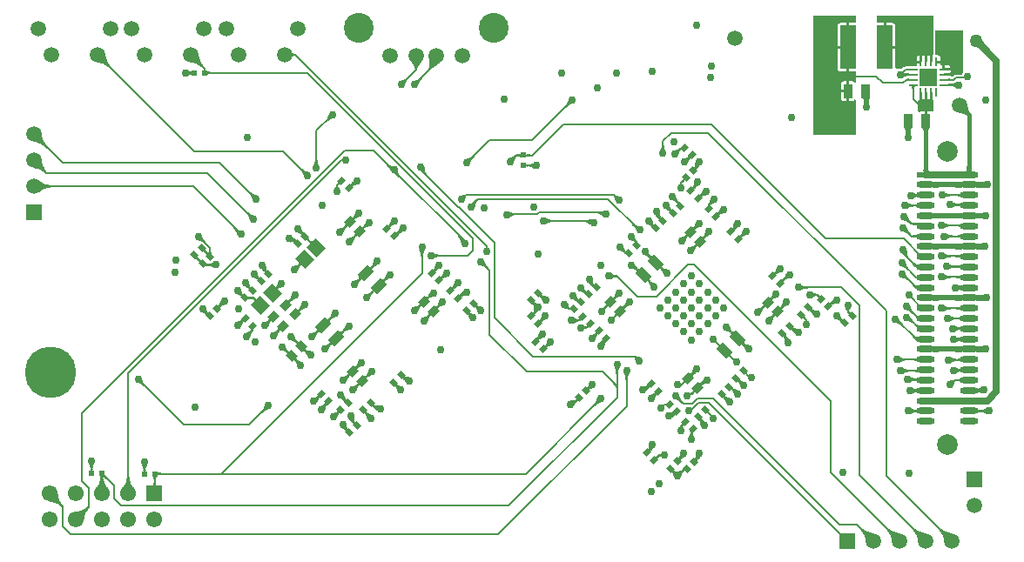
<source format=gbl>
G04*
G04 #@! TF.GenerationSoftware,Altium Limited,Altium Designer,19.1.8 (144)*
G04*
G04 Layer_Physical_Order=4*
G04 Layer_Color=16711680*
%FSLAX44Y44*%
%MOMM*%
G71*
G01*
G75*
%ADD13C,0.1524*%
%ADD67R,0.6000X0.5000*%
%ADD68R,0.5000X0.6000*%
G04:AMPARAMS|DCode=73|XSize=0.5mm|YSize=0.6mm|CornerRadius=0mm|HoleSize=0mm|Usage=FLASHONLY|Rotation=45.000|XOffset=0mm|YOffset=0mm|HoleType=Round|Shape=Rectangle|*
%AMROTATEDRECTD73*
4,1,4,0.0354,-0.3889,-0.3889,0.0354,-0.0354,0.3889,0.3889,-0.0354,0.0354,-0.3889,0.0*
%
%ADD73ROTATEDRECTD73*%

%ADD77R,0.8500X1.4000*%
%ADD78C,0.2032*%
%ADD79C,0.6350*%
%ADD80C,0.3810*%
%ADD82C,0.5080*%
%ADD83R,1.5000X1.5000*%
%ADD84C,1.5000*%
%ADD85R,1.5000X1.5000*%
%ADD86R,1.5500X1.5500*%
%ADD87C,1.5500*%
%ADD88C,2.9000*%
%ADD89C,1.5200*%
%ADD90C,2.0000*%
%ADD91C,5.0000*%
%ADD92C,0.7620*%
%ADD93C,1.2700*%
%ADD94R,1.7000X1.7000*%
%ADD95R,0.8500X0.2800*%
%ADD96R,0.2800X0.8500*%
%ADD97R,1.4986X4.2000*%
%ADD98R,1.8000X0.6000*%
%ADD99O,1.8000X0.6000*%
G04:AMPARAMS|DCode=100|XSize=1.4mm|YSize=1.3mm|CornerRadius=0mm|HoleSize=0mm|Usage=FLASHONLY|Rotation=315.000|XOffset=0mm|YOffset=0mm|HoleType=Round|Shape=Rectangle|*
%AMROTATEDRECTD100*
4,1,4,-0.9546,0.0354,-0.0354,0.9546,0.9546,-0.0354,0.0354,-0.9546,-0.9546,0.0354,0.0*
%
%ADD100ROTATEDRECTD100*%

G04:AMPARAMS|DCode=101|XSize=0.8mm|YSize=0.9mm|CornerRadius=0mm|HoleSize=0mm|Usage=FLASHONLY|Rotation=135.000|XOffset=0mm|YOffset=0mm|HoleType=Round|Shape=Rectangle|*
%AMROTATEDRECTD101*
4,1,4,0.6010,0.0354,-0.0354,-0.6010,-0.6010,-0.0354,0.0354,0.6010,0.6010,0.0354,0.0*
%
%ADD101ROTATEDRECTD101*%

G04:AMPARAMS|DCode=102|XSize=0.5mm|YSize=0.6mm|CornerRadius=0mm|HoleSize=0mm|Usage=FLASHONLY|Rotation=315.000|XOffset=0mm|YOffset=0mm|HoleType=Round|Shape=Rectangle|*
%AMROTATEDRECTD102*
4,1,4,-0.3889,-0.0354,0.0354,0.3889,0.3889,0.0354,-0.0354,-0.3889,-0.3889,-0.0354,0.0*
%
%ADD102ROTATEDRECTD102*%

G04:AMPARAMS|DCode=103|XSize=0.8mm|YSize=0.9mm|CornerRadius=0mm|HoleSize=0mm|Usage=FLASHONLY|Rotation=45.000|XOffset=0mm|YOffset=0mm|HoleType=Round|Shape=Rectangle|*
%AMROTATEDRECTD103*
4,1,4,0.0354,-0.6010,-0.6010,0.0354,-0.0354,0.6010,0.6010,-0.0354,0.0354,-0.6010,0.0*
%
%ADD103ROTATEDRECTD103*%

G04:AMPARAMS|DCode=104|XSize=0.85mm|YSize=1.4mm|CornerRadius=0mm|HoleSize=0mm|Usage=FLASHONLY|Rotation=135.000|XOffset=0mm|YOffset=0mm|HoleType=Round|Shape=Rectangle|*
%AMROTATEDRECTD104*
4,1,4,0.7955,0.1945,-0.1945,-0.7955,-0.7955,-0.1945,0.1945,0.7955,0.7955,0.1945,0.0*
%
%ADD104ROTATEDRECTD104*%

G04:AMPARAMS|DCode=105|XSize=0.85mm|YSize=1.4mm|CornerRadius=0mm|HoleSize=0mm|Usage=FLASHONLY|Rotation=225.000|XOffset=0mm|YOffset=0mm|HoleType=Round|Shape=Rectangle|*
%AMROTATEDRECTD105*
4,1,4,-0.1945,0.7955,0.7955,-0.1945,0.1945,-0.7955,-0.7955,0.1945,-0.1945,0.7955,0.0*
%
%ADD105ROTATEDRECTD105*%

G36*
X944932Y511449D02*
X945155Y510829D01*
X945502Y510132D01*
X945972Y509359D01*
X946564Y508510D01*
X948117Y506583D01*
X950162Y504351D01*
X951369Y503121D01*
X946879Y498631D01*
X945649Y499838D01*
X941490Y503436D01*
X940641Y504028D01*
X939868Y504498D01*
X939171Y504845D01*
X938551Y505068D01*
X938006Y505169D01*
X944831Y511994D01*
X944932Y511449D01*
D02*
G37*
G36*
X273398Y500103D02*
X273560Y499823D01*
X273748Y499575D01*
X273960Y499360D01*
X274196Y499179D01*
X274458Y499030D01*
X274744Y498915D01*
X275054Y498832D01*
X275390Y498783D01*
X275750Y498766D01*
Y496734D01*
X275390Y496717D01*
X275054Y496668D01*
X274744Y496586D01*
X274458Y496470D01*
X274196Y496321D01*
X273960Y496140D01*
X273748Y495925D01*
X273560Y495678D01*
X273398Y495397D01*
X273260Y495083D01*
Y500417D01*
X273398Y500103D01*
D02*
G37*
G36*
X896250Y497832D02*
X895650Y497340D01*
X895520D01*
Y490500D01*
X892980D01*
Y497340D01*
X892850D01*
X891859Y497143D01*
X891750Y497070D01*
X891641Y497143D01*
X890650Y497340D01*
X890520D01*
Y490500D01*
X887980D01*
Y497340D01*
X887850D01*
X886859Y497143D01*
X886750Y497070D01*
X886641Y497143D01*
X885650Y497340D01*
X885520D01*
Y490500D01*
X884250D01*
Y489230D01*
X880260D01*
Y486724D01*
X872750D01*
X871957Y486566D01*
X871648Y486360D01*
X869502D01*
X868313Y486123D01*
X867304Y485449D01*
X866235Y484379D01*
X860719Y484128D01*
X859617Y485180D01*
Y503730D01*
X849534D01*
Y505000D01*
X848264D01*
Y528590D01*
X842041D01*
X841500Y529034D01*
Y535750D01*
X896250D01*
Y497832D01*
D02*
G37*
G36*
X182393Y496909D02*
X182665Y495511D01*
X183043Y494139D01*
X183528Y492793D01*
X184120Y491473D01*
X184818Y490178D01*
X185623Y488910D01*
X186535Y487667D01*
X187553Y486450D01*
X188678Y485259D01*
X187241Y483822D01*
X186050Y484947D01*
X184833Y485965D01*
X183590Y486877D01*
X182322Y487682D01*
X181027Y488380D01*
X179707Y488972D01*
X178361Y489457D01*
X176989Y489836D01*
X175591Y490107D01*
X174167Y490273D01*
X182227Y498333D01*
X182393Y496909D01*
D02*
G37*
G36*
X91643D02*
X91915Y495511D01*
X92293Y494139D01*
X92778Y492793D01*
X93370Y491473D01*
X94068Y490178D01*
X94873Y488910D01*
X95785Y487667D01*
X96803Y486450D01*
X97928Y485259D01*
X96491Y483822D01*
X95300Y484947D01*
X94083Y485965D01*
X92840Y486877D01*
X91572Y487682D01*
X90277Y488380D01*
X88957Y488972D01*
X87611Y489457D01*
X86239Y489836D01*
X84841Y490107D01*
X83417Y490273D01*
X91477Y498333D01*
X91643Y496909D01*
D02*
G37*
G36*
X398564Y490821D02*
X395112Y485577D01*
X394740Y484840D01*
X394474Y484206D01*
X394315Y483676D01*
X394262Y483250D01*
X392738D01*
X392685Y483676D01*
X392526Y484206D01*
X392260Y484840D01*
X391888Y485577D01*
X390826Y487364D01*
X389339Y489565D01*
X387427Y492181D01*
X399573D01*
X398564Y490821D01*
D02*
G37*
G36*
X416205Y489648D02*
X415524Y489343D01*
X414760Y488916D01*
X413914Y488366D01*
X411973Y486900D01*
X409700Y484944D01*
X405670Y481092D01*
X403711Y481288D01*
X404467Y482163D01*
X405107Y483158D01*
X405630Y484273D01*
X406036Y485508D01*
X406325Y486862D01*
X406496Y488337D01*
X406552Y489931D01*
X406490Y491645D01*
X406311Y493479D01*
X406015Y495433D01*
X416205Y489648D01*
D02*
G37*
G36*
X190728Y481839D02*
X190850Y481666D01*
X191055Y481514D01*
X191342Y481382D01*
X191710Y481270D01*
X192160Y481179D01*
X192693Y481107D01*
X194003Y481026D01*
X194781Y481016D01*
Y478984D01*
X194003Y478974D01*
X192160Y478821D01*
X191710Y478730D01*
X191342Y478618D01*
X191055Y478486D01*
X190850Y478334D01*
X190728Y478161D01*
X190686Y477968D01*
Y482032D01*
X190728Y481839D01*
D02*
G37*
G36*
X171828Y482407D02*
X172337Y482115D01*
X172897Y481857D01*
X173508Y481634D01*
X174171Y481445D01*
X174869Y481294D01*
X175158Y481382D01*
X175445Y481514D01*
X175650Y481666D01*
X175772Y481839D01*
X175814Y482032D01*
Y481157D01*
X177332Y481033D01*
X178250Y481016D01*
Y478984D01*
X177396Y478963D01*
X175814Y478797D01*
Y477968D01*
X175772Y478161D01*
X175650Y478334D01*
X175445Y478486D01*
X175158Y478618D01*
X175063Y478647D01*
X174384Y478463D01*
X173732Y478233D01*
X173120Y477962D01*
X172549Y477650D01*
X172018Y477295D01*
X171528Y476899D01*
X171370Y482733D01*
X171828Y482407D01*
D02*
G37*
G36*
X867442Y480789D02*
X867957Y480469D01*
X868522Y480187D01*
X869137Y479943D01*
X869803Y479736D01*
X870519Y479567D01*
X871286Y479436D01*
X871647Y479394D01*
X872417Y479439D01*
X872620Y479491D01*
X872742Y479551D01*
X872783Y479618D01*
Y479313D01*
X873888Y479267D01*
Y477235D01*
X872970Y477216D01*
X872783Y477199D01*
Y476884D01*
X872742Y476950D01*
X872620Y477010D01*
X872417Y477063D01*
X872133Y477108D01*
X871964Y477126D01*
X871286Y477065D01*
X870519Y476934D01*
X869803Y476765D01*
X869137Y476558D01*
X868522Y476314D01*
X867957Y476032D01*
X867442Y475712D01*
X866977Y475355D01*
Y481146D01*
X867442Y480789D01*
D02*
G37*
G36*
X925500Y480869D02*
X924247Y478993D01*
X924142Y478468D01*
X918302D01*
X917113Y478231D01*
X916105Y477557D01*
X915087Y476540D01*
X913558Y476585D01*
X913340Y476851D01*
Y476981D01*
X906500D01*
Y479521D01*
X913340D01*
Y479651D01*
X913143Y480642D01*
X913069Y480751D01*
X913143Y480861D01*
X913340Y481852D01*
Y481982D01*
X906500D01*
Y483252D01*
X905230D01*
Y487242D01*
X903240D01*
Y489230D01*
X899250D01*
Y491770D01*
X903240D01*
Y494750D01*
X903043Y495741D01*
X902481Y496581D01*
X901641Y497143D01*
X900650Y497340D01*
X899733D01*
X898322Y497832D01*
Y521000D01*
X925500D01*
Y480869D01*
D02*
G37*
G36*
X910758Y474550D02*
X910880Y474490D01*
X911083Y474437D01*
X911367Y474392D01*
X911733Y474353D01*
X913318Y474279D01*
X914781Y474265D01*
Y472233D01*
X914009Y472230D01*
X911083Y472061D01*
X910880Y472009D01*
X910758Y471949D01*
X910717Y471882D01*
Y474616D01*
X910758Y474550D01*
D02*
G37*
G36*
X872783Y471882D02*
X872755Y471949D01*
X872672Y472009D01*
X872533Y472061D01*
X872338Y472107D01*
X872087Y472146D01*
X871419Y472202D01*
X869999Y472233D01*
Y474265D01*
X870528Y474269D01*
X872338Y474392D01*
X872533Y474437D01*
X872672Y474490D01*
X872755Y474550D01*
X872783Y474616D01*
Y471882D01*
D02*
G37*
G36*
X821500Y529034D02*
X820959Y528590D01*
X814736D01*
Y505000D01*
Y481410D01*
X820959D01*
X821500Y480966D01*
Y470693D01*
X820758Y470452D01*
X819976Y470440D01*
X819547Y471081D01*
X818707Y471643D01*
X817716Y471840D01*
X814736D01*
Y462250D01*
Y452660D01*
X817716D01*
X818707Y452857D01*
X819547Y453419D01*
X819976Y454060D01*
X820758Y454048D01*
X821500Y453807D01*
Y420000D01*
X779750D01*
Y535750D01*
X821500D01*
Y529034D01*
D02*
G37*
G36*
X918772Y465353D02*
X918307Y465710D01*
X917792Y466029D01*
X917227Y466311D01*
X916611Y466555D01*
X915945Y466762D01*
X915229Y466931D01*
X914463Y467063D01*
X913646Y467157D01*
X913137Y467178D01*
X911083Y467060D01*
X910880Y467007D01*
X910758Y466948D01*
X910717Y466881D01*
Y469615D01*
X910758Y469548D01*
X910880Y469489D01*
X911083Y469436D01*
X911367Y469390D01*
X911733Y469352D01*
X912928Y469296D01*
X914463Y469433D01*
X915229Y469565D01*
X915945Y469734D01*
X916611Y469941D01*
X917227Y470185D01*
X917792Y470467D01*
X918307Y470786D01*
X918772Y471143D01*
Y465353D01*
D02*
G37*
G36*
X386470Y475142D02*
X385866Y474508D01*
X384832Y473233D01*
X384403Y472592D01*
X384031Y471949D01*
X383718Y471305D01*
X383464Y470658D01*
X383267Y470008D01*
X383129Y469357D01*
X383049Y468704D01*
X378954Y472799D01*
X379607Y472879D01*
X380258Y473017D01*
X380908Y473214D01*
X381555Y473468D01*
X382200Y473781D01*
X382842Y474152D01*
X383483Y474582D01*
X384121Y475070D01*
X384758Y475616D01*
X385392Y476220D01*
X386470Y475142D01*
D02*
G37*
G36*
X399470Y474892D02*
X398866Y474258D01*
X397832Y472983D01*
X397403Y472342D01*
X397031Y471699D01*
X396718Y471055D01*
X396464Y470407D01*
X396267Y469758D01*
X396129Y469107D01*
X396049Y468454D01*
X391954Y472548D01*
X392607Y472629D01*
X393258Y472767D01*
X393908Y472963D01*
X394555Y473218D01*
X395200Y473531D01*
X395842Y473903D01*
X396483Y474332D01*
X397121Y474820D01*
X397758Y475365D01*
X398392Y475970D01*
X399470Y474892D01*
D02*
G37*
G36*
X878839Y466840D02*
X878666Y466718D01*
X878514Y466515D01*
X878382Y466231D01*
X878270Y465865D01*
X878179Y465418D01*
X878107Y464890D01*
X878026Y463589D01*
X878016Y462817D01*
X875984D01*
X875974Y463589D01*
X875821Y465418D01*
X875730Y465865D01*
X875618Y466231D01*
X875486Y466515D01*
X875334Y466718D01*
X875161Y466840D01*
X874968Y466881D01*
X879032D01*
X878839Y466840D01*
D02*
G37*
G36*
X895520Y454160D02*
X895650D01*
X896500Y453463D01*
Y442994D01*
X896198Y442758D01*
X894976Y442319D01*
X894491Y442643D01*
X893500Y442840D01*
X890520D01*
Y433250D01*
X887980D01*
Y442840D01*
X885000D01*
X884009Y442643D01*
X883169Y442081D01*
X883024Y441864D01*
X881500Y442327D01*
Y452904D01*
X882850Y454160D01*
X882980D01*
Y461000D01*
X885520D01*
Y454160D01*
X885650D01*
X886641Y454357D01*
X886750Y454430D01*
X886859Y454357D01*
X887850Y454160D01*
X887980D01*
Y461000D01*
X890520D01*
Y454160D01*
X890650D01*
X891641Y454357D01*
X891750Y454430D01*
X891859Y454357D01*
X892850Y454160D01*
X892980D01*
Y461000D01*
X895520D01*
Y454160D01*
D02*
G37*
G36*
X833410Y455283D02*
X835183D01*
X834845Y455207D01*
X834543Y454978D01*
X834276Y454597D01*
X834045Y454064D01*
X833849Y453378D01*
X833689Y452540D01*
X833616Y451952D01*
X833653Y451440D01*
X833762Y450828D01*
X833890Y450301D01*
X834039Y449859D01*
X834207Y449500D01*
X834395Y449226D01*
X833429D01*
X833423Y449111D01*
X833405Y447663D01*
X829595D01*
X829576Y449111D01*
X829566Y449226D01*
X828605D01*
X828793Y449500D01*
X828961Y449859D01*
X829110Y450301D01*
X829239Y450828D01*
X829347Y451440D01*
X829367Y451621D01*
X829290Y452540D01*
X829119Y453378D01*
X828909Y454064D01*
X828662Y454597D01*
X828376Y454978D01*
X828052Y455207D01*
X827690Y455283D01*
X829590D01*
X829595Y455765D01*
X833405D01*
X833410Y455283D01*
D02*
G37*
G36*
X545546Y449701D02*
X544965Y449626D01*
X544375Y449487D01*
X543776Y449287D01*
X543168Y449024D01*
X542551Y448700D01*
X541925Y448313D01*
X541290Y447864D01*
X540646Y447353D01*
X539331Y446144D01*
X537894Y447581D01*
X538529Y448243D01*
X539614Y449540D01*
X540063Y450175D01*
X540450Y450801D01*
X540774Y451418D01*
X541037Y452026D01*
X541237Y452625D01*
X541376Y453215D01*
X541451Y453796D01*
X545546Y449701D01*
D02*
G37*
G36*
X929630Y448501D02*
X930393Y445134D01*
X930697Y444193D01*
X931027Y443343D01*
X931382Y442583D01*
X931762Y441914D01*
X932167Y441335D01*
X932597Y440847D01*
X929903Y438153D01*
X929415Y438583D01*
X928836Y438988D01*
X928167Y439368D01*
X927407Y439723D01*
X926557Y440053D01*
X925616Y440357D01*
X923462Y440891D01*
X922249Y441120D01*
X920945Y441325D01*
X929426Y449805D01*
X929630Y448501D01*
D02*
G37*
G36*
X312546Y435452D02*
X311965Y435376D01*
X311375Y435237D01*
X310776Y435037D01*
X310168Y434774D01*
X309551Y434450D01*
X308925Y434063D01*
X308290Y433614D01*
X307646Y433103D01*
X306331Y431894D01*
X304894Y433331D01*
X305529Y433993D01*
X306614Y435290D01*
X307063Y435925D01*
X307450Y436551D01*
X307774Y437168D01*
X308037Y437776D01*
X308237Y438375D01*
X308375Y438965D01*
X308451Y439546D01*
X312546Y435452D01*
D02*
G37*
G36*
X892698Y426207D02*
X892374Y425978D01*
X892088Y425597D01*
X891841Y425064D01*
X891631Y424378D01*
X891460Y423540D01*
X891326Y422549D01*
X891174Y420111D01*
X891155Y418663D01*
X887345D01*
X887326Y420111D01*
X887040Y423540D01*
X886869Y424378D01*
X886659Y425064D01*
X886412Y425597D01*
X886126Y425978D01*
X885802Y426207D01*
X885440Y426283D01*
X893060D01*
X892698Y426207D01*
D02*
G37*
G36*
X875198D02*
X874874Y425978D01*
X874589Y425597D01*
X874341Y425064D01*
X874131Y424378D01*
X873960Y423540D01*
X873836Y422617D01*
X873903Y421690D01*
X874012Y421078D01*
X874140Y420551D01*
X874289Y420109D01*
X874457Y419750D01*
X874645Y419477D01*
X873666D01*
X873655Y418663D01*
X869845D01*
X869835Y419477D01*
X868855D01*
X869043Y419750D01*
X869211Y420109D01*
X869360Y420551D01*
X869489Y421078D01*
X869597Y421690D01*
X869652Y422198D01*
X869540Y423540D01*
X869369Y424378D01*
X869159Y425064D01*
X868912Y425597D01*
X868626Y425978D01*
X868302Y426207D01*
X867940Y426283D01*
X875560D01*
X875198Y426207D01*
D02*
G37*
G36*
X29643Y419559D02*
X29915Y418161D01*
X30293Y416789D01*
X30778Y415443D01*
X31370Y414123D01*
X32068Y412828D01*
X32873Y411560D01*
X33785Y410317D01*
X34803Y409100D01*
X35928Y407909D01*
X34491Y406472D01*
X33300Y407597D01*
X32083Y408615D01*
X30840Y409527D01*
X29572Y410332D01*
X28277Y411030D01*
X26957Y411622D01*
X25611Y412107D01*
X24239Y412485D01*
X22841Y412757D01*
X21417Y412923D01*
X29477Y420983D01*
X29643Y419559D01*
D02*
G37*
G36*
X652030Y406317D02*
X651654Y405922D01*
X652373Y405224D01*
X652206Y405329D01*
X651996Y405363D01*
X651742Y405325D01*
X651445Y405215D01*
X651105Y405034D01*
X650723Y404780D01*
X650670Y404739D01*
X650576Y404616D01*
X650190Y404039D01*
X649855Y403456D01*
X649568Y402868D01*
X649332Y402275D01*
X649145Y401676D01*
X649007Y401072D01*
X648920Y400463D01*
X644739Y404644D01*
X645348Y404731D01*
X645952Y404869D01*
X646551Y405056D01*
X647144Y405292D01*
X647732Y405579D01*
X648315Y405914D01*
X648892Y406300D01*
X649464Y406735D01*
X650031Y407220D01*
X650593Y407754D01*
X652030Y406317D01*
D02*
G37*
G36*
X634535Y409969D02*
X634685Y408285D01*
X634817Y407519D01*
X634986Y406803D01*
X635193Y406137D01*
X635437Y405521D01*
X635719Y404956D01*
X636038Y404441D01*
X636395Y403977D01*
X630605D01*
X630962Y404441D01*
X631281Y404956D01*
X631563Y405521D01*
X631807Y406137D01*
X632014Y406803D01*
X632183Y407519D01*
X632315Y408285D01*
X632409Y409102D01*
X632484Y410887D01*
X634516D01*
X634535Y409969D01*
D02*
G37*
G36*
X495064Y397733D02*
X495023Y397923D01*
X494901Y398093D01*
X494698Y398244D01*
X494413Y398374D01*
X494048Y398484D01*
X493601Y398574D01*
X493072Y398644D01*
X491772Y398724D01*
X491431Y398728D01*
X491223Y398508D01*
X490773Y397975D01*
X490367Y397431D01*
X490007Y396877D01*
X489691Y396312D01*
X489421Y395737D01*
X489195Y395152D01*
X489014Y394556D01*
X488878Y393950D01*
X488787Y393333D01*
X484583Y397537D01*
X485200Y397628D01*
X485806Y397764D01*
X486402Y397945D01*
X486987Y398171D01*
X487562Y398441D01*
X488127Y398757D01*
X488681Y399117D01*
X489225Y399523D01*
X489758Y399973D01*
X490281Y400468D01*
X491000Y399750D01*
Y400766D01*
X491772Y400776D01*
X493601Y400926D01*
X494048Y401016D01*
X494413Y401126D01*
X494698Y401256D01*
X494901Y401406D01*
X495023Y401576D01*
X495064Y401766D01*
Y397733D01*
D02*
G37*
G36*
X661852Y398595D02*
X661185Y397906D01*
X660489Y397109D01*
X661146Y396451D01*
X660981Y396559D01*
X660771Y396594D01*
X660519Y396557D01*
X660223Y396448D01*
X659883Y396266D01*
X659690Y396138D01*
X659561Y395970D01*
X658796Y394788D01*
X658508Y394229D01*
X658284Y393692D01*
X658123Y393177D01*
X658025Y392683D01*
X654169Y397009D01*
X654827Y397054D01*
X655482Y397161D01*
X656134Y397330D01*
X656784Y397561D01*
X657432Y397853D01*
X658077Y398208D01*
X658212Y398296D01*
X658269Y398402D01*
X658378Y398698D01*
X658415Y398951D01*
X658380Y399160D01*
X658272Y399325D01*
X658864Y398733D01*
X659359Y399104D01*
X659996Y399645D01*
X660631Y400247D01*
X661852Y398595D01*
D02*
G37*
G36*
X500978Y401589D02*
X501100Y401416D01*
X501305Y401264D01*
X501592Y401132D01*
X501960Y401020D01*
X502411Y400928D01*
X502943Y400857D01*
X504253Y400776D01*
X505031Y400766D01*
Y398734D01*
X504253Y398724D01*
X502411Y398571D01*
X501960Y398480D01*
X501592Y398368D01*
X501305Y398236D01*
X501100Y398084D01*
X500978Y397911D01*
X500937Y397718D01*
Y401782D01*
X500978Y401589D01*
D02*
G37*
G36*
X450106Y398669D02*
X449471Y398007D01*
X448386Y396710D01*
X447937Y396075D01*
X447550Y395449D01*
X447226Y394832D01*
X446963Y394224D01*
X446763Y393625D01*
X446624Y393035D01*
X446549Y392454D01*
X442454Y396549D01*
X443035Y396624D01*
X443625Y396763D01*
X444224Y396963D01*
X444832Y397226D01*
X445449Y397550D01*
X446075Y397937D01*
X446710Y398386D01*
X447354Y398897D01*
X448669Y400106D01*
X450106Y398669D01*
D02*
G37*
G36*
X507949Y386920D02*
X507468Y387312D01*
X506940Y387663D01*
X506367Y387973D01*
X505747Y388241D01*
X505080Y388468D01*
X504367Y388654D01*
X503608Y388798D01*
X503028Y388873D01*
X502411Y388821D01*
X501960Y388730D01*
X501592Y388618D01*
X501305Y388486D01*
X501100Y388334D01*
X500978Y388161D01*
X500937Y387968D01*
Y392032D01*
X500978Y391839D01*
X501100Y391666D01*
X501305Y391514D01*
X501592Y391382D01*
X501960Y391270D01*
X502411Y391179D01*
X502943Y391107D01*
X503013Y391103D01*
X503838Y391169D01*
X504610Y391287D01*
X505329Y391440D01*
X505992Y391626D01*
X506601Y391846D01*
X507156Y392100D01*
X507656Y392388D01*
X508101Y392710D01*
X507949Y386920D01*
D02*
G37*
G36*
X297535Y396250D02*
X297685Y394566D01*
X297817Y393799D01*
X297986Y393083D01*
X298193Y392417D01*
X298437Y391802D01*
X298719Y391236D01*
X299038Y390722D01*
X299395Y390257D01*
X293605D01*
X293962Y390722D01*
X294281Y391236D01*
X294563Y391802D01*
X294807Y392417D01*
X295014Y393083D01*
X295183Y393799D01*
X295315Y394566D01*
X295409Y395383D01*
X295484Y397168D01*
X297516D01*
X297535Y396250D01*
D02*
G37*
G36*
X669632Y389612D02*
X669432Y389523D01*
X669170Y389360D01*
X668847Y389124D01*
X668015Y388432D01*
X667360Y387825D01*
X666634Y386967D01*
X666380Y386584D01*
X666199Y386245D01*
X666089Y385948D01*
X666052Y385696D01*
X666088Y385487D01*
X666195Y385322D01*
X665482Y386035D01*
X664857Y385420D01*
X662503Y385939D01*
X663016Y386499D01*
X663465Y387087D01*
X663836Y387681D01*
X663322Y388195D01*
X663487Y388088D01*
X663696Y388052D01*
X663949Y388089D01*
X664062Y388131D01*
X664168Y388344D01*
X664422Y389014D01*
X664611Y389712D01*
X664735Y390437D01*
X664795Y391189D01*
X664790Y391970D01*
X664719Y392778D01*
X669632Y389612D01*
D02*
G37*
G36*
X366369Y391852D02*
X367001Y391321D01*
X367639Y390853D01*
X368283Y390446D01*
X368933Y390101D01*
X369588Y389819D01*
X370250Y389599D01*
X370916Y389440D01*
X371589Y389344D01*
X372267Y389310D01*
X368485Y384916D01*
X368383Y385382D01*
X368217Y385873D01*
X367987Y386389D01*
X367693Y386932D01*
X367335Y387500D01*
X366914Y388094D01*
X365878Y389358D01*
X365265Y390029D01*
X364588Y390726D01*
X365742Y392445D01*
X366369Y391852D01*
D02*
G37*
G36*
X933174Y390162D02*
X933460Y386719D01*
X933631Y385877D01*
X933841Y385189D01*
X934088Y384653D01*
X934374Y384271D01*
X934698Y384041D01*
X935060Y383965D01*
X933367D01*
X933375Y383922D01*
X933454Y383610D01*
X933546Y383342D01*
X933650Y383117D01*
X933766Y382937D01*
X928734D01*
X928850Y383117D01*
X928954Y383342D01*
X929046Y383610D01*
X929125Y383922D01*
X929133Y383965D01*
X927440D01*
X927802Y384041D01*
X928126Y384271D01*
X928411Y384653D01*
X928659Y385189D01*
X928869Y385877D01*
X929040Y386719D01*
X929174Y387713D01*
X929326Y390162D01*
X929345Y391615D01*
X933155D01*
X933174Y390162D01*
D02*
G37*
G36*
X891174Y390133D02*
X891460Y386691D01*
X891631Y385849D01*
X891841Y385161D01*
X892088Y384625D01*
X892374Y384243D01*
X892698Y384013D01*
X893060Y383937D01*
X891372D01*
X891375Y383922D01*
X891454Y383610D01*
X891546Y383342D01*
X891650Y383117D01*
X891766Y382937D01*
X886734D01*
X886850Y383117D01*
X886954Y383342D01*
X887046Y383610D01*
X887125Y383922D01*
X887128Y383937D01*
X885440D01*
X885802Y384013D01*
X886126Y384243D01*
X886412Y384625D01*
X886659Y385161D01*
X886869Y385849D01*
X887040Y386691D01*
X887173Y387685D01*
X887326Y390133D01*
X887345Y391587D01*
X891155D01*
X891174Y390133D01*
D02*
G37*
G36*
X29655Y394275D02*
X29927Y392850D01*
X30278Y391481D01*
X30710Y390168D01*
X31221Y388911D01*
X31811Y387711D01*
X32481Y386566D01*
X33231Y385477D01*
X34060Y384445D01*
X34968Y383468D01*
X33532Y382032D01*
X32555Y382940D01*
X31523Y383769D01*
X30434Y384519D01*
X29289Y385189D01*
X28089Y385779D01*
X26832Y386290D01*
X25519Y386722D01*
X24150Y387073D01*
X22725Y387346D01*
X21244Y387538D01*
X29462Y395756D01*
X29655Y394275D01*
D02*
G37*
G36*
X401851Y387490D02*
X401849Y386712D01*
X401913Y385962D01*
X402041Y385238D01*
X402233Y384541D01*
X402491Y383871D01*
X402813Y383228D01*
X403200Y382612D01*
X403651Y382023D01*
X404168Y381461D01*
X401842Y380914D01*
X401089Y381660D01*
X397504Y384850D01*
X397233Y385014D01*
X397022Y385106D01*
X401917Y388294D01*
X401851Y387490D01*
D02*
G37*
G36*
X282993Y386721D02*
X284290Y385636D01*
X284925Y385187D01*
X285551Y384800D01*
X286168Y384476D01*
X286776Y384213D01*
X287375Y384013D01*
X287965Y383875D01*
X288546Y383798D01*
X284452Y379704D01*
X284375Y380285D01*
X284237Y380875D01*
X284037Y381474D01*
X283774Y382082D01*
X283450Y382699D01*
X283063Y383325D01*
X282614Y383960D01*
X282103Y384604D01*
X280894Y385919D01*
X282331Y387356D01*
X282993Y386721D01*
D02*
G37*
G36*
X376094Y384839D02*
X376190Y384166D01*
X376349Y383500D01*
X376569Y382838D01*
X376851Y382183D01*
X377196Y381533D01*
X377603Y380889D01*
X378071Y380251D01*
X378602Y379619D01*
X379195Y378992D01*
X377476Y377838D01*
X376779Y378515D01*
X374844Y380164D01*
X374250Y380585D01*
X373682Y380943D01*
X373139Y381237D01*
X372623Y381467D01*
X372132Y381633D01*
X371666Y381735D01*
X376060Y385517D01*
X376094Y384839D01*
D02*
G37*
G36*
X655678Y374805D02*
X655513Y374912D01*
X655304Y374948D01*
X655051Y374911D01*
X654755Y374801D01*
X654416Y374620D01*
X654033Y374366D01*
X653606Y374040D01*
X652622Y373171D01*
X652164Y372725D01*
X652190Y372414D01*
X652214Y372284D01*
X652245Y372175D01*
X652280Y372086D01*
X652321Y372016D01*
X652368Y371967D01*
X652420Y371937D01*
X649839D01*
X649892Y371967D01*
X649938Y372016D01*
X649979Y372086D01*
X650015Y372175D01*
X650045Y372284D01*
X650070Y372414D01*
X650089Y372563D01*
X650111Y372921D01*
X650114Y373130D01*
X651563D01*
X650628Y374065D01*
X651171Y374622D01*
X652366Y376033D01*
X652620Y376416D01*
X652801Y376755D01*
X652911Y377052D01*
X652948Y377304D01*
X652912Y377513D01*
X652805Y377678D01*
X655678Y374805D01*
D02*
G37*
G36*
X946273Y373577D02*
X948750Y373540D01*
Y368460D01*
X946273Y368378D01*
Y368105D01*
X946138Y368172D01*
X945897Y368232D01*
X945552Y368286D01*
X944967Y368335D01*
X938025Y368107D01*
Y373893D01*
X938286Y373826D01*
X938727Y373766D01*
X940150Y373667D01*
X942735Y373629D01*
X946138Y373828D01*
X946273Y373895D01*
Y373577D01*
D02*
G37*
G36*
X320321Y371776D02*
X320209Y371840D01*
X320058Y371848D01*
X319869Y371798D01*
X319642Y371691D01*
X319376Y371527D01*
X319071Y371307D01*
X318728Y371029D01*
X317927Y370302D01*
X317808Y370185D01*
X317847Y369985D01*
X317949Y369651D01*
X318091Y369289D01*
X318274Y368899D01*
X318498Y368482D01*
X319067Y367564D01*
X319798Y366536D01*
X313702D01*
X314088Y367064D01*
X315002Y368482D01*
X315226Y368899D01*
X315409Y369289D01*
X315551Y369651D01*
X315653Y369985D01*
X315714Y370292D01*
X315734Y370571D01*
X316750D01*
X316032Y371289D01*
X316481Y371748D01*
X317486Y372892D01*
X317706Y373197D01*
X317870Y373463D01*
X317977Y373690D01*
X318027Y373880D01*
X318019Y374030D01*
X317955Y374142D01*
X320321Y371776D01*
D02*
G37*
G36*
X335787Y370690D02*
X335115Y370653D01*
X334448Y370553D01*
X333785Y370391D01*
X333128Y370168D01*
X332475Y369882D01*
X331826Y369534D01*
X331798Y369516D01*
X331693Y369231D01*
X331656Y368979D01*
X331691Y368769D01*
X331799Y368604D01*
X331241Y369162D01*
X331183Y369124D01*
X330544Y368653D01*
X329910Y368119D01*
X329281Y367523D01*
X328106Y369221D01*
X328780Y369915D01*
X329563Y370840D01*
X328925Y371478D01*
X329091Y371370D01*
X329300Y371335D01*
X329552Y371372D01*
X329848Y371481D01*
X330188Y371663D01*
X330355Y371774D01*
X330421Y371851D01*
X330840Y372447D01*
X331196Y373019D01*
X331488Y373567D01*
X331716Y374090D01*
X331881Y374589D01*
X331982Y375063D01*
X335787Y370690D01*
D02*
G37*
G36*
X668341Y370207D02*
X667992Y370099D01*
X667601Y369924D01*
X667169Y369682D01*
X666694Y369372D01*
X665620Y368551D01*
X665178Y368175D01*
X664667Y367571D01*
X664413Y367188D01*
X664231Y366848D01*
X664122Y366552D01*
X664085Y366300D01*
X664120Y366091D01*
X664228Y365925D01*
X663525Y366628D01*
X662969Y366103D01*
X660980Y366988D01*
X661535Y367583D01*
X661996Y368157D01*
X661354Y368799D01*
X661519Y368691D01*
X661729Y368656D01*
X661981Y368693D01*
X662277Y368802D01*
X662517Y368930D01*
X662823Y369471D01*
X663126Y370134D01*
X663366Y370814D01*
X663543Y371511D01*
X663657Y372225D01*
X663708Y372956D01*
X663696Y373704D01*
X668341Y370207D01*
D02*
G37*
G36*
X924475Y368107D02*
X924212Y368174D01*
X923764Y368234D01*
X922313Y368333D01*
X913522Y368460D01*
Y373540D01*
X924475Y373893D01*
Y368107D01*
D02*
G37*
G36*
X896288Y373826D02*
X896736Y373766D01*
X898187Y373667D01*
X906978Y373540D01*
Y368460D01*
X896025Y368107D01*
Y373893D01*
X896288Y373826D01*
D02*
G37*
G36*
X27999Y374410D02*
X29179Y373614D01*
X30417Y372911D01*
X31712Y372302D01*
X33064Y371787D01*
X34473Y371365D01*
X35940Y371037D01*
X37463Y370803D01*
X39043Y370663D01*
X40681Y370616D01*
Y368584D01*
X39043Y368537D01*
X37463Y368397D01*
X35940Y368162D01*
X34473Y367835D01*
X33064Y367413D01*
X31712Y366898D01*
X30417Y366289D01*
X29179Y365587D01*
X27999Y364790D01*
X26875Y363900D01*
Y375299D01*
X27999Y374410D01*
D02*
G37*
G36*
X675522Y360793D02*
X674804Y360783D01*
X674099Y360710D01*
X673405Y360574D01*
X672724Y360377D01*
X672054Y360116D01*
X671397Y359793D01*
X671283Y359726D01*
X671193Y359481D01*
X671156Y359229D01*
X671191Y359020D01*
X671299Y358854D01*
X670747Y359406D01*
X670117Y358960D01*
X669495Y358450D01*
X668885Y357877D01*
X667870Y359736D01*
X668567Y360448D01*
X669099Y361054D01*
X668425Y361728D01*
X668591Y361620D01*
X668800Y361585D01*
X669052Y361622D01*
X669348Y361731D01*
X669688Y361913D01*
X670071Y362166D01*
X670087Y362178D01*
X670263Y362380D01*
X670698Y362956D01*
X671371Y364005D01*
X671609Y364478D01*
X671782Y364917D01*
X671890Y365322D01*
X675522Y360793D01*
D02*
G37*
G36*
X923012Y359088D02*
X922973Y359278D01*
X922839Y359447D01*
X922609Y359597D01*
X922285Y359727D01*
X921867Y359836D01*
X921353Y359926D01*
X920745Y359996D01*
X919243Y360076D01*
X918351Y360086D01*
X918435Y362118D01*
X919328Y362127D01*
X921447Y362276D01*
X921967Y362366D01*
X922395Y362475D01*
X922729Y362604D01*
X922969Y362752D01*
X923117Y362921D01*
X923171Y363110D01*
X923012Y359088D01*
D02*
G37*
G36*
X877491Y363237D02*
X877973Y362981D01*
X878514Y362755D01*
X879115Y362559D01*
X879774Y362393D01*
X880141Y362324D01*
X880339Y362375D01*
X880668Y362505D01*
X880902Y362654D01*
X881043Y362824D01*
X881090Y363013D01*
Y362190D01*
X882108Y362076D01*
X883005Y362031D01*
X883960Y362016D01*
X884240Y359984D01*
X883361Y359962D01*
X882525Y359894D01*
X881732Y359782D01*
X881090Y359647D01*
Y358987D01*
X881043Y359176D01*
X880902Y359346D01*
X880668Y359495D01*
X880609Y359518D01*
X880273Y359422D01*
X879608Y359175D01*
X878985Y358883D01*
X878405Y358546D01*
X877868Y358164D01*
X877374Y357737D01*
X877256Y359974D01*
X876393Y359984D01*
Y362016D01*
X877148Y362024D01*
X877069Y363523D01*
X877491Y363237D01*
D02*
G37*
G36*
X907833Y363640D02*
X908348Y363320D01*
X908913Y363038D01*
X909529Y362794D01*
X910195Y362588D01*
X910911Y362418D01*
X911678Y362287D01*
X912495Y362193D01*
X914279Y362118D01*
Y360086D01*
X913362Y360067D01*
X911678Y359916D01*
X910911Y359785D01*
X910195Y359616D01*
X909529Y359409D01*
X908913Y359165D01*
X908348Y358883D01*
X907833Y358563D01*
X907369Y358206D01*
Y363997D01*
X907833Y363640D01*
D02*
G37*
G36*
X232993Y363971D02*
X234290Y362886D01*
X234925Y362437D01*
X235551Y362050D01*
X236168Y361726D01*
X236776Y361463D01*
X237375Y361263D01*
X237965Y361124D01*
X238546Y361049D01*
X234452Y356954D01*
X234375Y357535D01*
X234237Y358125D01*
X234037Y358724D01*
X233774Y359332D01*
X233450Y359949D01*
X233063Y360575D01*
X232614Y361210D01*
X232103Y361854D01*
X230894Y363169D01*
X232331Y364606D01*
X232993Y363971D01*
D02*
G37*
G36*
X442718Y360532D02*
X442530Y360314D01*
X442351Y360049D01*
X442182Y359736D01*
X442022Y359376D01*
X441873Y358968D01*
X441733Y358512D01*
X441483Y357457D01*
X441272Y356211D01*
X436961Y360522D01*
X437608Y360622D01*
X439262Y360983D01*
X439718Y361123D01*
X440126Y361273D01*
X440486Y361432D01*
X440799Y361601D01*
X441064Y361780D01*
X441282Y361968D01*
X442718Y360532D01*
D02*
G37*
G36*
X587085Y361631D02*
X587481Y361320D01*
X587908Y361035D01*
X588366Y360776D01*
X588854Y360544D01*
X589373Y360337D01*
X589922Y360158D01*
X590503Y360004D01*
X591113Y359877D01*
X591754Y359776D01*
X587473Y355496D01*
X587373Y356137D01*
X587092Y357327D01*
X586912Y357877D01*
X586707Y358396D01*
X586474Y358884D01*
X586216Y359342D01*
X585930Y359769D01*
X585619Y360165D01*
X585282Y360532D01*
X586718Y361968D01*
X587085Y361631D01*
D02*
G37*
G36*
X646243Y359684D02*
X646381Y359094D01*
X646581Y358495D01*
X646844Y357887D01*
X647168Y357270D01*
X647555Y356644D01*
X648004Y356009D01*
X648418Y355488D01*
X649537Y354500D01*
X649721Y354396D01*
X649852Y354356D01*
X649932Y354378D01*
X649669Y354110D01*
X649724Y354049D01*
X648287Y352613D01*
X648241Y352657D01*
X647530Y351933D01*
X647637Y352099D01*
X647671Y352309D01*
X647633Y352563D01*
X647524Y352859D01*
X647342Y353199D01*
X647088Y353582D01*
X646844Y353901D01*
X646328Y354333D01*
X645693Y354782D01*
X645067Y355168D01*
X644450Y355493D01*
X643842Y355756D01*
X643243Y355956D01*
X642653Y356094D01*
X642072Y356170D01*
X646167Y360265D01*
X646243Y359684D01*
D02*
G37*
G36*
X683892Y353076D02*
X683249Y352975D01*
X682062Y352699D01*
X681517Y352524D01*
X681005Y352326D01*
X680525Y352102D01*
X680078Y351855D01*
X679664Y351583D01*
X679282Y351287D01*
X678933Y350966D01*
X677496Y352403D01*
X677817Y352752D01*
X678113Y353134D01*
X678385Y353548D01*
X678632Y353995D01*
X678855Y354475D01*
X679054Y354987D01*
X679229Y355532D01*
X679379Y356109D01*
X679606Y357362D01*
X683892Y353076D01*
D02*
G37*
G36*
X915441Y354288D02*
X915956Y353969D01*
X916521Y353687D01*
X917137Y353442D01*
X917803Y353236D01*
X918519Y353067D01*
X919286Y352935D01*
X920102Y352841D01*
X920510Y352824D01*
X922076Y352924D01*
X922664Y353013D01*
X923160Y353122D01*
X923563Y353250D01*
X923874Y353398D01*
X924092Y353566D01*
X924218Y353754D01*
X922595Y349730D01*
X922624Y349921D01*
X922550Y350091D01*
X922372Y350242D01*
X922090Y350372D01*
X921705Y350483D01*
X921217Y350573D01*
X920624Y350644D01*
X920339Y350659D01*
X919286Y350565D01*
X918519Y350433D01*
X917803Y350264D01*
X917137Y350057D01*
X916521Y349813D01*
X915956Y349531D01*
X915441Y349212D01*
X914977Y348855D01*
Y354645D01*
X915441Y354288D01*
D02*
G37*
G36*
X453792Y355916D02*
X453235Y355319D01*
X452741Y354706D01*
X452310Y354076D01*
X451941Y353430D01*
X451636Y352767D01*
X451394Y352088D01*
X451215Y351393D01*
X451098Y350681D01*
X451045Y349952D01*
X451054Y349207D01*
X446422Y352719D01*
X446777Y352827D01*
X447173Y353002D01*
X447609Y353244D01*
X448088Y353553D01*
X448606Y353929D01*
X449768Y354882D01*
X451093Y356104D01*
X451817Y356815D01*
X453792Y355916D01*
D02*
G37*
G36*
X872025Y353449D02*
X872531Y353148D01*
X873090Y352883D01*
X873702Y352653D01*
X874367Y352458D01*
X875084Y352299D01*
X875855Y352175D01*
X877480Y352040D01*
X879399Y352175D01*
X879916Y352265D01*
X880339Y352375D01*
X880668Y352505D01*
X880902Y352654D01*
X881043Y352824D01*
X881090Y353013D01*
Y348987D01*
X881043Y349176D01*
X880902Y349346D01*
X880668Y349495D01*
X880339Y349625D01*
X879916Y349735D01*
X879399Y349824D01*
X878789Y349894D01*
X877592Y349958D01*
X875991Y349805D01*
X875229Y349666D01*
X874514Y349487D01*
X873848Y349268D01*
X873230Y349009D01*
X872659Y348711D01*
X872136Y348373D01*
X871662Y347995D01*
X871571Y353785D01*
X872025Y353449D01*
D02*
G37*
G36*
X692787Y343190D02*
X692115Y343153D01*
X691448Y343053D01*
X690785Y342891D01*
X690128Y342668D01*
X689475Y342382D01*
X688826Y342034D01*
X688798Y342016D01*
X688693Y341731D01*
X688656Y341479D01*
X688691Y341269D01*
X688799Y341104D01*
X688241Y341662D01*
X688183Y341624D01*
X687544Y341153D01*
X686910Y340619D01*
X686281Y340023D01*
X685106Y341721D01*
X685780Y342415D01*
X686563Y343340D01*
X685925Y343978D01*
X686091Y343870D01*
X686300Y343835D01*
X686552Y343872D01*
X686848Y343981D01*
X687188Y344163D01*
X687355Y344274D01*
X687421Y344351D01*
X687840Y344947D01*
X688196Y345519D01*
X688488Y346067D01*
X688716Y346590D01*
X688881Y347089D01*
X688982Y347563D01*
X692787Y343190D01*
D02*
G37*
G36*
X945023Y343558D02*
X947500Y343540D01*
Y338460D01*
X945023Y338368D01*
Y338105D01*
X944888Y338172D01*
X944647Y338232D01*
X944302Y338286D01*
X943852Y338324D01*
X938025Y338107D01*
Y343893D01*
X938273Y343826D01*
X938677Y343766D01*
X939236Y343713D01*
X941488Y343629D01*
X944888Y343828D01*
X945023Y343895D01*
Y343558D01*
D02*
G37*
G36*
X640375Y350468D02*
X640514Y349877D01*
X640714Y349277D01*
X640977Y348668D01*
X641302Y348050D01*
X641689Y347424D01*
X641716Y347385D01*
X641937Y347267D01*
X642234Y347157D01*
X642486Y347120D01*
X642695Y347156D01*
X642860Y347263D01*
X642247Y346650D01*
X642648Y346145D01*
X643856Y344831D01*
X642419Y343394D01*
X641758Y344029D01*
X640596Y344999D01*
X639987Y344390D01*
X640094Y344555D01*
X640130Y344764D01*
X640093Y345017D01*
X639983Y345313D01*
X639865Y345534D01*
X639826Y345561D01*
X639200Y345948D01*
X638582Y346273D01*
X637973Y346536D01*
X637373Y346736D01*
X636782Y346875D01*
X636200Y346952D01*
X640298Y351050D01*
X640375Y350468D01*
D02*
G37*
G36*
X575542Y340099D02*
X575019Y340694D01*
X574468Y341227D01*
X573888Y341698D01*
X573281Y342105D01*
X572645Y342450D01*
X571982Y342732D01*
X571290Y342952D01*
X570570Y343109D01*
X569822Y343203D01*
X569046Y343234D01*
X570165Y345266D01*
X571215Y345272D01*
X575638Y345541D01*
X576063Y345625D01*
X576398Y345721D01*
X576644Y345827D01*
X575542Y340099D01*
D02*
G37*
G36*
X484318Y344639D02*
X484765Y344432D01*
X485280Y344250D01*
X485862Y344092D01*
X486511Y343958D01*
X488011Y343763D01*
X488862Y343703D01*
X490765Y343654D01*
X491273Y341622D01*
X490425Y341597D01*
X489615Y341521D01*
X488842Y341395D01*
X488106Y341217D01*
X487408Y340990D01*
X486748Y340712D01*
X486125Y340383D01*
X485540Y340004D01*
X484992Y339574D01*
X484482Y339094D01*
X483937Y344870D01*
X484318Y344639D01*
D02*
G37*
G36*
X338242Y339448D02*
X337641Y339379D01*
X337034Y339248D01*
X336421Y339054D01*
X335802Y338799D01*
X335176Y338482D01*
X334545Y338103D01*
X334042Y337754D01*
X333913Y337559D01*
X333731Y337220D01*
X333622Y336923D01*
X333585Y336671D01*
X333620Y336462D01*
X333728Y336297D01*
X333051Y336973D01*
X332615Y336593D01*
X331960Y335965D01*
X330576Y337456D01*
X331220Y338124D01*
X331531Y338493D01*
X330854Y339170D01*
X331020Y339063D01*
X331228Y339027D01*
X331481Y339064D01*
X331777Y339174D01*
X332117Y339355D01*
X332409Y339549D01*
X332776Y340058D01*
X333171Y340679D01*
X333503Y341287D01*
X333772Y341884D01*
X333979Y342468D01*
X334124Y343040D01*
X334206Y343601D01*
X338242Y339448D01*
D02*
G37*
G36*
X924475Y338107D02*
X924212Y338174D01*
X923764Y338234D01*
X922313Y338333D01*
X913522Y338460D01*
Y343540D01*
X924475Y343893D01*
Y338107D01*
D02*
G37*
G36*
X896288Y343826D02*
X896736Y343766D01*
X898187Y343667D01*
X906978Y343540D01*
Y338460D01*
X896025Y338107D01*
Y343893D01*
X896288Y343826D01*
D02*
G37*
G36*
X230414Y344297D02*
X231717Y343192D01*
X232349Y342734D01*
X232967Y342337D01*
X233573Y342004D01*
X234166Y341732D01*
X234746Y341523D01*
X235313Y341376D01*
X235867Y341292D01*
X231697Y337274D01*
X231630Y337881D01*
X231501Y338493D01*
X231310Y339110D01*
X231057Y339733D01*
X230742Y340360D01*
X230365Y340993D01*
X229926Y341631D01*
X229425Y342274D01*
X228862Y342922D01*
X228238Y343576D01*
X229744Y344943D01*
X230414Y344297D01*
D02*
G37*
G36*
X630968Y343494D02*
X630967Y342718D01*
X631031Y341967D01*
X631160Y341244D01*
X631354Y340547D01*
X631612Y339878D01*
X631787Y339529D01*
X632019Y339443D01*
X632271Y339406D01*
X632481Y339441D01*
X632646Y339549D01*
X632088Y338991D01*
X632322Y338618D01*
X632775Y338029D01*
X633292Y337466D01*
X630972Y336912D01*
X630489Y337392D01*
X629772Y336675D01*
X629880Y336841D01*
X629915Y337049D01*
X629878Y337302D01*
X629769Y337598D01*
X629587Y337938D01*
X629333Y338321D01*
X629037Y338708D01*
X626628Y340848D01*
X626355Y341013D01*
X626142Y341105D01*
X631033Y344298D01*
X630968Y343494D01*
D02*
G37*
G36*
X520691Y338538D02*
X521206Y338219D01*
X521771Y337937D01*
X522387Y337693D01*
X523053Y337486D01*
X523769Y337317D01*
X524535Y337185D01*
X525352Y337091D01*
X527137Y337016D01*
Y334984D01*
X526219Y334965D01*
X524535Y334815D01*
X523769Y334683D01*
X523053Y334514D01*
X522387Y334308D01*
X521771Y334063D01*
X521206Y333781D01*
X520691Y333462D01*
X520227Y333105D01*
Y338895D01*
X520691Y338538D01*
D02*
G37*
G36*
X872015Y339816D02*
X872153Y339226D01*
X872353Y338627D01*
X872616Y338019D01*
X872941Y337402D01*
X873327Y336776D01*
X873776Y336141D01*
X874288Y335496D01*
X875496Y334181D01*
X874060Y332744D01*
X873398Y333380D01*
X872100Y334464D01*
X871465Y334913D01*
X870839Y335300D01*
X870222Y335625D01*
X869614Y335887D01*
X869015Y336088D01*
X868425Y336226D01*
X867844Y336302D01*
X871939Y340397D01*
X872015Y339816D01*
D02*
G37*
G36*
X372796Y331951D02*
X372215Y331875D01*
X371625Y331737D01*
X371026Y331537D01*
X370418Y331274D01*
X369801Y330950D01*
X369175Y330563D01*
X368949Y330403D01*
X368948Y330402D01*
X368767Y330063D01*
X368657Y329767D01*
X368620Y329514D01*
X368656Y329305D01*
X368763Y329140D01*
X368121Y329782D01*
X367896Y329603D01*
X366581Y328394D01*
X365144Y329831D01*
X365779Y330493D01*
X366522Y331381D01*
X365890Y332013D01*
X366055Y331906D01*
X366264Y331870D01*
X366516Y331907D01*
X366813Y332017D01*
X367152Y332198D01*
X367153Y332199D01*
X367313Y332425D01*
X367700Y333051D01*
X368024Y333668D01*
X368287Y334276D01*
X368487Y334875D01*
X368625Y335465D01*
X368702Y336046D01*
X372796Y331951D01*
D02*
G37*
G36*
X563166Y331513D02*
X562650Y332173D01*
X562111Y332763D01*
X561547Y333283D01*
X560960Y333735D01*
X560348Y334116D01*
X559713Y334429D01*
X559053Y334672D01*
X558369Y334845D01*
X557662Y334949D01*
X556930Y334984D01*
X557460Y337016D01*
X564620Y337194D01*
X563166Y331513D01*
D02*
G37*
G36*
X882475Y333893D02*
X880289Y331024D01*
X880390Y331218D01*
X880382Y331391D01*
X880266Y331544D01*
X880040Y331677D01*
X879706Y331789D01*
X879263Y331881D01*
X878712Y331952D01*
X877282Y332034D01*
X876404Y332044D01*
X877024Y334076D01*
X882475Y333893D01*
D02*
G37*
G36*
X325291Y332184D02*
X325456Y332335D01*
X326877Y330882D01*
X326738Y330738D01*
X327453Y330022D01*
X327288Y330130D01*
X327079Y330165D01*
X326827Y330128D01*
X326530Y330019D01*
X326191Y329837D01*
X325808Y329584D01*
X325525Y329367D01*
X325150Y328920D01*
X324698Y328285D01*
X324309Y327661D01*
X323983Y327047D01*
X323718Y326442D01*
X323515Y325847D01*
X323375Y325262D01*
X323297Y324688D01*
X319220Y328800D01*
X319807Y328874D01*
X320402Y329010D01*
X321006Y329208D01*
X321617Y329468D01*
X322237Y329791D01*
X322864Y330176D01*
X323500Y330622D01*
X323830Y330883D01*
X324141Y331250D01*
X324395Y331633D01*
X324576Y331973D01*
X324686Y332269D01*
X324723Y332522D01*
X324687Y332730D01*
X324580Y332896D01*
X325291Y332184D01*
D02*
G37*
G36*
X348251Y330440D02*
X347568Y330409D01*
X346891Y330315D01*
X346221Y330160D01*
X345557Y329942D01*
X344900Y329662D01*
X344249Y329320D01*
X343605Y328917D01*
X343342Y328725D01*
X343105Y328367D01*
X342924Y328027D01*
X342814Y327731D01*
X342777Y327478D01*
X342813Y327270D01*
X342920Y327104D01*
X342216Y327809D01*
X341711Y327332D01*
X340574Y329068D01*
X340762Y329262D01*
X340047Y329978D01*
X340212Y329870D01*
X340421Y329835D01*
X340673Y329872D01*
X340970Y329981D01*
X341309Y330163D01*
X341692Y330417D01*
X342030Y330675D01*
X342908Y331702D01*
X343332Y332293D01*
X343691Y332858D01*
X343986Y333396D01*
X344217Y333908D01*
X344385Y334393D01*
X344488Y334851D01*
X348251Y330440D01*
D02*
G37*
G36*
X922657Y329580D02*
X922667Y329771D01*
X922576Y329941D01*
X922386Y330092D01*
X922095Y330223D01*
X921704Y330333D01*
X921213Y330424D01*
X920621Y330494D01*
X919138Y330574D01*
X918246Y330584D01*
X918683Y332616D01*
X919613Y332626D01*
X921853Y332774D01*
X922416Y332863D01*
X922888Y332972D01*
X923267Y333100D01*
X923556Y333248D01*
X923752Y333416D01*
X923857Y333604D01*
X922657Y329580D01*
D02*
G37*
G36*
X669046Y329644D02*
X668465Y329568D01*
X667875Y329430D01*
X667276Y329229D01*
X666668Y328967D01*
X666051Y328642D01*
X665425Y328255D01*
X665176Y328079D01*
X665163Y328059D01*
X664981Y327719D01*
X664872Y327423D01*
X664835Y327171D01*
X664870Y326962D01*
X664978Y326796D01*
X664332Y327443D01*
X664146Y327295D01*
X662831Y326086D01*
X661394Y327523D01*
X662029Y328185D01*
X662740Y329035D01*
X662104Y329670D01*
X662270Y329563D01*
X662478Y329527D01*
X662731Y329564D01*
X663027Y329674D01*
X663367Y329855D01*
X663387Y329869D01*
X663563Y330117D01*
X663950Y330743D01*
X664274Y331360D01*
X664537Y331968D01*
X664737Y332567D01*
X664875Y333158D01*
X664951Y333739D01*
X669046Y329644D01*
D02*
G37*
G36*
X907333Y334138D02*
X907848Y333819D01*
X908413Y333537D01*
X909029Y333293D01*
X909695Y333086D01*
X910411Y332917D01*
X911178Y332785D01*
X911994Y332691D01*
X913779Y332616D01*
Y330584D01*
X912862Y330565D01*
X911178Y330415D01*
X910411Y330284D01*
X909695Y330114D01*
X909029Y329908D01*
X908413Y329663D01*
X907848Y329381D01*
X907333Y329062D01*
X906869Y328705D01*
Y334496D01*
X907333Y334138D01*
D02*
G37*
G36*
X706834Y329355D02*
X706421Y329248D01*
X705974Y329076D01*
X705495Y328839D01*
X704983Y328536D01*
X704437Y328168D01*
X703658Y327558D01*
X703413Y327188D01*
X703231Y326848D01*
X703122Y326552D01*
X703085Y326300D01*
X703120Y326091D01*
X703228Y325925D01*
X702540Y326613D01*
X701217Y325351D01*
X699377Y326385D01*
X699953Y326997D01*
X700466Y327621D01*
X700909Y328244D01*
X700354Y328799D01*
X700519Y328691D01*
X700729Y328656D01*
X700981Y328693D01*
X701236Y328787D01*
X701305Y328901D01*
X701630Y329557D01*
X701894Y330225D01*
X702095Y330904D01*
X702234Y331594D01*
X702310Y332296D01*
X702324Y333008D01*
X706834Y329355D01*
D02*
G37*
G36*
X623611Y335498D02*
X623727Y334859D01*
X623905Y334219D01*
X624145Y333579D01*
X624446Y332939D01*
X624720Y332456D01*
X624948Y332372D01*
X625201Y332335D01*
X625409Y332370D01*
X625575Y332478D01*
X625043Y331946D01*
X625235Y331658D01*
X625723Y331016D01*
X626272Y330375D01*
X626883Y329733D01*
X625287Y328455D01*
X624605Y329114D01*
X623321Y330224D01*
X622701Y329604D01*
X622809Y329770D01*
X622844Y329978D01*
X622807Y330231D01*
X622698Y330527D01*
X622557Y330791D01*
X622061Y331123D01*
X621470Y331468D01*
X620898Y331750D01*
X620344Y331969D01*
X619809Y332125D01*
X619291Y332218D01*
X623558Y336136D01*
X623611Y335498D01*
D02*
G37*
G36*
X605561Y333106D02*
X606181Y332600D01*
X606813Y332157D01*
X607459Y331776D01*
X608119Y331458D01*
X608791Y331203D01*
X609477Y331010D01*
X610176Y330880D01*
X610888Y330812D01*
X611613Y330807D01*
X608015Y326249D01*
X607907Y326641D01*
X607733Y327068D01*
X607493Y327531D01*
X607188Y328031D01*
X606816Y328566D01*
X605876Y329745D01*
X604673Y331068D01*
X603972Y331783D01*
X604955Y333674D01*
X605561Y333106D01*
D02*
G37*
G36*
X381015Y325083D02*
X380434Y325007D01*
X379844Y324869D01*
X379245Y324669D01*
X378637Y324406D01*
X378020Y324082D01*
X377394Y323695D01*
X376759Y323246D01*
X376677Y323181D01*
X376458Y322925D01*
X376256Y322609D01*
X376122Y322341D01*
X376056Y322119D01*
X376058Y321945D01*
X376128Y321818D01*
X375640Y322298D01*
X374799Y321526D01*
X373363Y322963D01*
X373998Y323625D01*
X374131Y323783D01*
X373433Y324470D01*
X373600Y324363D01*
X373809Y324329D01*
X374062Y324366D01*
X374359Y324476D01*
X374698Y324658D01*
X375065Y324900D01*
X375083Y324922D01*
X375532Y325557D01*
X375918Y326183D01*
X376243Y326800D01*
X376506Y327408D01*
X376706Y328007D01*
X376844Y328597D01*
X376920Y329178D01*
X381015Y325083D01*
D02*
G37*
G36*
X659414Y322669D02*
X658778Y322007D01*
X658068Y321158D01*
X658704Y320522D01*
X658538Y320630D01*
X658329Y320665D01*
X658077Y320628D01*
X657781Y320519D01*
X657441Y320337D01*
X657421Y320324D01*
X657245Y320075D01*
X656858Y319449D01*
X656533Y318832D01*
X656271Y318224D01*
X656070Y317625D01*
X655932Y317035D01*
X655856Y316454D01*
X651761Y320549D01*
X652343Y320625D01*
X652933Y320763D01*
X653531Y320963D01*
X654140Y321226D01*
X654757Y321550D01*
X655383Y321937D01*
X655631Y322113D01*
X655645Y322133D01*
X655826Y322473D01*
X655936Y322769D01*
X655973Y323022D01*
X655937Y323231D01*
X655830Y323396D01*
X656476Y322750D01*
X656662Y322897D01*
X657977Y324106D01*
X659414Y322669D01*
D02*
G37*
G36*
X218243Y329471D02*
X219540Y328386D01*
X220175Y327937D01*
X220801Y327550D01*
X221418Y327226D01*
X222026Y326963D01*
X222625Y326763D01*
X223215Y326624D01*
X223796Y326549D01*
X219701Y322454D01*
X219625Y323035D01*
X219487Y323625D01*
X219287Y324224D01*
X219024Y324832D01*
X218700Y325449D01*
X218313Y326075D01*
X217864Y326710D01*
X217353Y327354D01*
X216144Y328669D01*
X217581Y330106D01*
X218243Y329471D01*
D02*
G37*
G36*
X871124Y328965D02*
X871263Y328375D01*
X871463Y327776D01*
X871726Y327168D01*
X872050Y326551D01*
X872437Y325925D01*
X872886Y325290D01*
X873397Y324646D01*
X874606Y323331D01*
X873169Y321894D01*
X872507Y322529D01*
X871210Y323614D01*
X870575Y324063D01*
X869949Y324450D01*
X869332Y324774D01*
X868724Y325037D01*
X868125Y325237D01*
X867535Y325376D01*
X866954Y325452D01*
X871049Y329546D01*
X871124Y328965D01*
D02*
G37*
G36*
X714796Y322201D02*
X714215Y322126D01*
X713625Y321987D01*
X713026Y321787D01*
X712418Y321524D01*
X711801Y321200D01*
X711175Y320813D01*
X710631Y320429D01*
X710448Y320152D01*
X710267Y319813D01*
X710157Y319517D01*
X710120Y319264D01*
X710156Y319055D01*
X710263Y318890D01*
X709585Y319567D01*
X708581Y318644D01*
X707144Y320081D01*
X707779Y320743D01*
X708067Y321086D01*
X707390Y321763D01*
X707555Y321656D01*
X707764Y321620D01*
X708017Y321657D01*
X708313Y321767D01*
X708652Y321948D01*
X708929Y322131D01*
X709313Y322675D01*
X709700Y323301D01*
X710024Y323918D01*
X710287Y324526D01*
X710487Y325125D01*
X710626Y325715D01*
X710702Y326296D01*
X714796Y322201D01*
D02*
G37*
G36*
X334485Y322991D02*
X334632Y323127D01*
X336085Y321706D01*
X335931Y321545D01*
X336646Y320830D01*
X336480Y320938D01*
X336272Y320973D01*
X336019Y320936D01*
X335723Y320826D01*
X335383Y320645D01*
X335000Y320391D01*
X334742Y320194D01*
X334372Y319750D01*
X333926Y319114D01*
X333541Y318487D01*
X333218Y317867D01*
X332958Y317256D01*
X332760Y316652D01*
X332624Y316057D01*
X332550Y315470D01*
X328438Y319547D01*
X329012Y319625D01*
X329597Y319765D01*
X330192Y319968D01*
X330797Y320233D01*
X331411Y320559D01*
X332035Y320948D01*
X332670Y321400D01*
X332996Y321660D01*
X333334Y322058D01*
X333587Y322441D01*
X333769Y322781D01*
X333878Y323077D01*
X333915Y323329D01*
X333880Y323538D01*
X333772Y323704D01*
X334485Y322991D01*
D02*
G37*
G36*
X282375Y327842D02*
X282524Y327282D01*
X282736Y326707D01*
X283009Y326119D01*
X283346Y325517D01*
X283745Y324900D01*
X283851Y324755D01*
X283883Y324734D01*
X284223Y324552D01*
X284519Y324443D01*
X284771Y324406D01*
X284981Y324441D01*
X285146Y324549D01*
X284510Y323913D01*
X285317Y322965D01*
X285966Y322292D01*
X284618Y320766D01*
X283968Y321388D01*
X282878Y322281D01*
X282272Y321675D01*
X282380Y321841D01*
X282415Y322049D01*
X282378Y322302D01*
X282269Y322598D01*
X282162Y322798D01*
X282040Y322881D01*
X281405Y323255D01*
X280774Y323567D01*
X280148Y323817D01*
X279526Y324005D01*
X278907Y324132D01*
X278293Y324196D01*
X282289Y328388D01*
X282375Y327842D01*
D02*
G37*
G36*
X678994Y321722D02*
X678491Y321626D01*
X677967Y321467D01*
X677424Y321245D01*
X676860Y320959D01*
X676275Y320610D01*
X675671Y320199D01*
X674875Y319564D01*
X674609Y319250D01*
X674355Y318867D01*
X674174Y318527D01*
X674064Y318231D01*
X674027Y317978D01*
X674063Y317770D01*
X674170Y317604D01*
X673458Y318316D01*
X673049Y317920D01*
X671418Y319163D01*
X672000Y319774D01*
X671296Y320478D01*
X671462Y320370D01*
X671671Y320335D01*
X671923Y320372D01*
X672219Y320481D01*
X672559Y320663D01*
X672913Y320897D01*
X673051Y321080D01*
X673471Y321722D01*
X673829Y322365D01*
X674126Y323010D01*
X674360Y323656D01*
X674532Y324304D01*
X674643Y324952D01*
X674691Y325603D01*
X678994Y321722D01*
D02*
G37*
G36*
X881090Y318986D02*
X881043Y319176D01*
X880902Y319346D01*
X880668Y319495D01*
X880339Y319625D01*
X879916Y319735D01*
X879399Y319824D01*
X878789Y319894D01*
X877285Y319974D01*
X876393Y319984D01*
Y322016D01*
X877285Y322026D01*
X879399Y322175D01*
X879916Y322265D01*
X880339Y322375D01*
X880668Y322505D01*
X880902Y322654D01*
X881043Y322824D01*
X881090Y323013D01*
Y318986D01*
D02*
G37*
G36*
X923235Y318842D02*
X923175Y319030D01*
X923023Y319199D01*
X922777Y319348D01*
X922439Y319477D01*
X922008Y319586D01*
X921483Y319675D01*
X920866Y319744D01*
X919352Y319824D01*
X918455Y319834D01*
X918330Y321866D01*
X919224Y321876D01*
X921334Y322025D01*
X921846Y322115D01*
X922263Y322225D01*
X922584Y322354D01*
X922810Y322504D01*
X922940Y322674D01*
X922975Y322863D01*
X923235Y318842D01*
D02*
G37*
G36*
X909583Y323388D02*
X910098Y323069D01*
X910664Y322787D01*
X911279Y322542D01*
X911945Y322336D01*
X912661Y322166D01*
X913428Y322035D01*
X914245Y321941D01*
X916029Y321866D01*
Y319834D01*
X915112Y319815D01*
X913428Y319664D01*
X912661Y319533D01*
X911945Y319364D01*
X911279Y319157D01*
X910664Y318913D01*
X910098Y318631D01*
X909583Y318311D01*
X909119Y317954D01*
Y323745D01*
X909583Y323388D01*
D02*
G37*
G36*
X606377Y320611D02*
X606660Y319419D01*
X606842Y318868D01*
X607051Y318346D01*
X607287Y317854D01*
X607551Y317392D01*
X607841Y316959D01*
X608159Y316556D01*
X608504Y316183D01*
X607067Y314746D01*
X606694Y315091D01*
X606291Y315409D01*
X605858Y315699D01*
X605396Y315963D01*
X604904Y316199D01*
X604382Y316408D01*
X603831Y316590D01*
X603250Y316745D01*
X602639Y316873D01*
X601999Y316973D01*
X606277Y321251D01*
X606377Y320611D01*
D02*
G37*
G36*
X436852Y321348D02*
X439342Y319181D01*
X439865Y318806D01*
X440349Y318498D01*
X440792Y318256D01*
X441196Y318081D01*
X441559Y317973D01*
X436945Y314440D01*
X436951Y315181D01*
X436894Y315905D01*
X436774Y316614D01*
X436591Y317307D01*
X436346Y317985D01*
X436038Y318647D01*
X435667Y319293D01*
X435233Y319923D01*
X434736Y320538D01*
X434176Y321137D01*
X436130Y322057D01*
X436852Y321348D01*
D02*
G37*
G36*
X944523Y313559D02*
X947000Y313540D01*
Y308460D01*
X944523Y308363D01*
Y308105D01*
X944388Y308172D01*
X944147Y308232D01*
X943802Y308286D01*
X943413Y308319D01*
X938025Y308107D01*
Y313893D01*
X938268Y313826D01*
X938657Y313766D01*
X939191Y313713D01*
X941123Y313637D01*
X944388Y313828D01*
X944523Y313895D01*
Y313559D01*
D02*
G37*
G36*
X668106Y312977D02*
X667471Y312315D01*
X667216Y312010D01*
X667896Y311330D01*
X667730Y311437D01*
X667522Y311473D01*
X667269Y311436D01*
X666973Y311327D01*
X666633Y311145D01*
X666338Y310949D01*
X665937Y310383D01*
X665550Y309757D01*
X665226Y309140D01*
X664963Y308531D01*
X664763Y307932D01*
X664624Y307342D01*
X664548Y306761D01*
X660454Y310856D01*
X661035Y310932D01*
X661625Y311070D01*
X662224Y311271D01*
X662832Y311533D01*
X663449Y311858D01*
X664075Y312245D01*
X664641Y312645D01*
X664837Y312941D01*
X665019Y313281D01*
X665128Y313577D01*
X665165Y313829D01*
X665130Y314038D01*
X665022Y314204D01*
X665702Y313524D01*
X666669Y314414D01*
X668106Y312977D01*
D02*
G37*
G36*
X185877Y320563D02*
X186023Y319996D01*
X186232Y319416D01*
X186504Y318823D01*
X186837Y318218D01*
X187234Y317599D01*
X187693Y316967D01*
X188797Y315664D01*
X189443Y314994D01*
X188076Y313488D01*
X187422Y314112D01*
X186131Y315176D01*
X185493Y315615D01*
X184860Y315992D01*
X184233Y316307D01*
X183610Y316560D01*
X182993Y316751D01*
X182381Y316880D01*
X181774Y316947D01*
X185792Y321117D01*
X185877Y320563D01*
D02*
G37*
G36*
X274592Y319413D02*
X274647Y319468D01*
X275168Y318960D01*
X276481Y317835D01*
X276835Y317593D01*
X277148Y317418D01*
X277419Y317310D01*
X277648Y317268D01*
X277836Y317293D01*
X277982Y317385D01*
X277337Y316740D01*
X278817Y315298D01*
X277862Y313380D01*
X277341Y313848D01*
X276784Y314249D01*
X276190Y314582D01*
X275559Y314847D01*
X275470Y314873D01*
X275294Y314697D01*
X275386Y314843D01*
X275393Y314896D01*
X274892Y315044D01*
X274187Y315174D01*
X273446Y315236D01*
X272668Y315230D01*
X271854Y315156D01*
X271002Y315015D01*
X273766Y320218D01*
X274592Y319413D01*
D02*
G37*
G36*
X288959Y319956D02*
X288923Y319747D01*
X288959Y319496D01*
X289067Y319201D01*
X289246Y318864D01*
X289498Y318483D01*
X289821Y318059D01*
X290389Y317415D01*
X291543Y316437D01*
X291926Y316184D01*
X292266Y316002D01*
X292562Y315893D01*
X292814Y315856D01*
X293023Y315891D01*
X293189Y315999D01*
X290315Y313125D01*
X290423Y313290D01*
X290458Y313499D01*
X290421Y313752D01*
X290312Y314048D01*
X290130Y314387D01*
X289876Y314771D01*
X289550Y315197D01*
X288977Y315846D01*
X287831Y316816D01*
X287450Y317068D01*
X287113Y317247D01*
X286818Y317355D01*
X286567Y317391D01*
X286358Y317355D01*
X286193Y317247D01*
X289067Y320121D01*
X288959Y319956D01*
D02*
G37*
G36*
X463393Y310880D02*
X463411Y310651D01*
X463442Y310442D01*
X463484Y310253D01*
X463539Y310085D01*
X463607Y309936D01*
X463686Y309808D01*
X463778Y309700D01*
X463882Y309612D01*
X463998Y309544D01*
X460743D01*
X460859Y309612D01*
X460963Y309700D01*
X461055Y309808D01*
X461134Y309936D01*
X461202Y310085D01*
X461257Y310253D01*
X461300Y310442D01*
X461330Y310651D01*
X461348Y310880D01*
X461355Y311129D01*
X463387D01*
X463393Y310880D01*
D02*
G37*
G36*
X924475Y308107D02*
X924212Y308174D01*
X923764Y308234D01*
X922313Y308333D01*
X913522Y308460D01*
Y313540D01*
X924475Y313893D01*
Y308107D01*
D02*
G37*
G36*
X896288Y313826D02*
X896736Y313766D01*
X898187Y313667D01*
X906978Y313540D01*
Y308460D01*
X896025Y308107D01*
Y313893D01*
X896288Y313826D01*
D02*
G37*
G36*
X595378Y310547D02*
X595514Y309941D01*
X595696Y309344D01*
X595924Y308757D01*
X596198Y308180D01*
X596517Y307611D01*
X596883Y307053D01*
X597294Y306503D01*
X597751Y305963D01*
X598254Y305433D01*
X596817Y303996D01*
X596287Y304499D01*
X595747Y304956D01*
X595197Y305367D01*
X594639Y305732D01*
X594070Y306052D01*
X593493Y306326D01*
X592906Y306554D01*
X592309Y306736D01*
X591703Y306872D01*
X591088Y306962D01*
X595288Y311162D01*
X595378Y310547D01*
D02*
G37*
G36*
X188713Y308709D02*
X188677Y308501D01*
X188713Y308249D01*
X188820Y307955D01*
X189000Y307617D01*
X189251Y307236D01*
X189575Y306812D01*
X190051Y306273D01*
X191125Y305363D01*
X191508Y305109D01*
X191848Y304927D01*
X192058Y304850D01*
X192110Y305180D01*
X192180Y305854D01*
X192260Y307529D01*
X192269Y308529D01*
X194301Y307822D01*
X194312Y306885D01*
X194461Y304641D01*
X194550Y304084D01*
X194660Y303621D01*
X194789Y303253D01*
X194938Y302981D01*
X195107Y302803D01*
X195296Y302721D01*
X191275Y303428D01*
X191464Y303447D01*
X191633Y303576D01*
X191782Y303814D01*
X191854Y304007D01*
X189897Y302050D01*
X190005Y302215D01*
X190040Y302425D01*
X190003Y302677D01*
X189894Y302973D01*
X189712Y303313D01*
X189459Y303696D01*
X189132Y304123D01*
X188652Y304667D01*
X187585Y305570D01*
X187204Y305821D01*
X186866Y306001D01*
X186572Y306108D01*
X186320Y306144D01*
X186112Y306108D01*
X185947Y306001D01*
X188820Y308874D01*
X188713Y308709D01*
D02*
G37*
G36*
X401788Y307309D02*
X401469Y306794D01*
X401187Y306229D01*
X400943Y305613D01*
X400736Y304947D01*
X400567Y304231D01*
X400435Y303465D01*
X400341Y302648D01*
X400266Y300863D01*
X398234D01*
X398215Y301780D01*
X398065Y303465D01*
X397933Y304231D01*
X397764Y304947D01*
X397557Y305613D01*
X397313Y306229D01*
X397031Y306794D01*
X396712Y307309D01*
X396355Y307773D01*
X402145D01*
X401788Y307309D01*
D02*
G37*
G36*
X922623Y299662D02*
X922643Y299853D01*
X922562Y300024D01*
X922378Y300175D01*
X922092Y300305D01*
X921705Y300416D01*
X921215Y300506D01*
X920623Y300576D01*
X919133Y300657D01*
X918235Y300667D01*
X918746Y302699D01*
X919692Y302709D01*
X921976Y302857D01*
X922553Y302946D01*
X923038Y303054D01*
X923430Y303183D01*
X923731Y303331D01*
X923940Y303499D01*
X924056Y303687D01*
X922623Y299662D01*
D02*
G37*
G36*
X870897Y306531D02*
X870853Y305728D01*
X870875Y304958D01*
X870964Y304222D01*
X871119Y303519D01*
X871340Y302849D01*
X871628Y302212D01*
X871983Y301608D01*
X872404Y301038D01*
X872891Y300501D01*
X871057Y299461D01*
X865927Y304427D01*
X871007Y307367D01*
X870897Y306531D01*
D02*
G37*
G36*
X410809Y304637D02*
X411324Y304318D01*
X411889Y304036D01*
X412505Y303791D01*
X413171Y303585D01*
X413887Y303415D01*
X414653Y303284D01*
X415470Y303190D01*
X417255Y303115D01*
Y301083D01*
X416337Y301064D01*
X414653Y300914D01*
X413887Y300782D01*
X413171Y300613D01*
X412505Y300406D01*
X411889Y300162D01*
X411324Y299880D01*
X410809Y299561D01*
X410344Y299203D01*
Y304994D01*
X410809Y304637D01*
D02*
G37*
G36*
X907287Y304221D02*
X907802Y303902D01*
X908367Y303620D01*
X908983Y303375D01*
X909649Y303169D01*
X910365Y302999D01*
X911132Y302868D01*
X911948Y302774D01*
X913733Y302699D01*
Y300667D01*
X912815Y300648D01*
X911132Y300498D01*
X910365Y300366D01*
X909649Y300197D01*
X908983Y299990D01*
X908367Y299746D01*
X907802Y299464D01*
X907287Y299144D01*
X906823Y298787D01*
Y304578D01*
X907287Y304221D01*
D02*
G37*
G36*
X619874Y305840D02*
X620013Y305250D01*
X620213Y304650D01*
X620476Y304042D01*
X620800Y303425D01*
X621187Y302799D01*
X621620Y302187D01*
X621957Y301964D01*
X622296Y301782D01*
X622592Y301673D01*
X622845Y301636D01*
X623054Y301671D01*
X623219Y301779D01*
X622537Y301096D01*
X623356Y300205D01*
X621919Y298768D01*
X621257Y299404D01*
X621032Y299592D01*
X620345Y298905D01*
X620453Y299071D01*
X620488Y299280D01*
X620451Y299532D01*
X620342Y299828D01*
X620160Y300168D01*
X619938Y300504D01*
X619325Y300937D01*
X618699Y301324D01*
X618082Y301649D01*
X617474Y301911D01*
X616875Y302112D01*
X616285Y302250D01*
X615704Y302326D01*
X619799Y306421D01*
X619874Y305840D01*
D02*
G37*
G36*
X181516Y301513D02*
X181481Y301305D01*
X181516Y301053D01*
X181624Y300759D01*
X181804Y300421D01*
X182055Y300040D01*
X182379Y299617D01*
X182855Y299076D01*
X183929Y298167D01*
X184312Y297913D01*
X184652Y297731D01*
X184948Y297622D01*
X185201Y297585D01*
X185410Y297620D01*
X185575Y297728D01*
X182701Y294854D01*
X182809Y295019D01*
X182844Y295229D01*
X182807Y295481D01*
X182698Y295777D01*
X182516Y296117D01*
X182262Y296500D01*
X181936Y296926D01*
X181456Y297471D01*
X180389Y298374D01*
X180008Y298625D01*
X179670Y298805D01*
X179376Y298912D01*
X179124Y298948D01*
X178916Y298912D01*
X178751Y298805D01*
X181624Y301678D01*
X181516Y301513D01*
D02*
G37*
G36*
X282856Y294419D02*
X282221Y293757D01*
X281586Y292998D01*
X282229Y292355D01*
X282063Y292463D01*
X281854Y292498D01*
X281602Y292461D01*
X281306Y292352D01*
X280966Y292170D01*
X280900Y292126D01*
X280687Y291825D01*
X280300Y291199D01*
X279976Y290582D01*
X279713Y289974D01*
X279513Y289375D01*
X279375Y288785D01*
X279298Y288204D01*
X275204Y292299D01*
X275785Y292374D01*
X276375Y292513D01*
X276974Y292713D01*
X277582Y292976D01*
X278199Y293300D01*
X278825Y293687D01*
X279126Y293900D01*
X279170Y293966D01*
X279352Y294306D01*
X279461Y294602D01*
X279498Y294854D01*
X279463Y295063D01*
X279355Y295229D01*
X280011Y294573D01*
X280104Y294647D01*
X281419Y295856D01*
X282856Y294419D01*
D02*
G37*
G36*
X196773Y290355D02*
X196309Y290712D01*
X195794Y291031D01*
X195229Y291313D01*
X194613Y291558D01*
X193947Y291764D01*
X193231Y291933D01*
X192465Y292065D01*
X191648Y292159D01*
X191025Y292185D01*
X189389Y292071D01*
X188837Y291980D01*
X188373Y291868D01*
X187999Y291736D01*
X187715Y291584D01*
X187520Y291411D01*
X187414Y291218D01*
X188636Y295282D01*
X188632Y295089D01*
X188741Y294916D01*
X188965Y294764D01*
X189302Y294632D01*
X189753Y294520D01*
X190318Y294429D01*
X190997Y294357D01*
X191386Y294339D01*
X192465Y294435D01*
X193231Y294567D01*
X193947Y294736D01*
X194613Y294943D01*
X195229Y295187D01*
X195794Y295469D01*
X196309Y295788D01*
X196773Y296145D01*
Y290355D01*
D02*
G37*
G36*
X356153Y292711D02*
X355613Y292623D01*
X355058Y292473D01*
X354488Y292260D01*
X353903Y291984D01*
X353303Y291646D01*
X352688Y291245D01*
X352058Y290782D01*
X351711Y290485D01*
X351343Y290051D01*
X351090Y289668D01*
X350908Y289328D01*
X350799Y289032D01*
X350762Y288780D01*
X350797Y288571D01*
X350905Y288405D01*
X350188Y289122D01*
X350078Y289016D01*
X348537Y290348D01*
X348744Y290565D01*
X348031Y291279D01*
X348196Y291171D01*
X348405Y291136D01*
X348658Y291173D01*
X348954Y291282D01*
X349293Y291464D01*
X349677Y291718D01*
X349861Y291859D01*
X350210Y292285D01*
X350644Y292924D01*
X351015Y293560D01*
X351325Y294193D01*
X351573Y294822D01*
X351759Y295448D01*
X351883Y296071D01*
X351945Y296691D01*
X356153Y292711D01*
D02*
G37*
G36*
X878523Y294883D02*
X880064Y293557D01*
X880454Y293296D01*
X880782Y293125D01*
X881049Y293044D01*
X881254Y293054D01*
X881397Y293154D01*
X881478Y293345D01*
X880656Y289502D01*
X880571Y289656D01*
X880418Y289870D01*
X880197Y290145D01*
X879126Y291335D01*
X876744Y293774D01*
X877886Y295506D01*
X878523Y294883D01*
D02*
G37*
G36*
X912191Y294038D02*
X912706Y293719D01*
X913271Y293437D01*
X913887Y293193D01*
X914553Y292986D01*
X915269Y292817D01*
X916036Y292685D01*
X916852Y292591D01*
X918631Y292516D01*
X919529Y292526D01*
X921744Y292675D01*
X922298Y292764D01*
X922760Y292873D01*
X923131Y293002D01*
X923409Y293151D01*
X923596Y293319D01*
X923690Y293508D01*
X922707Y289487D01*
X922706Y289676D01*
X922607Y289846D01*
X922409Y289995D01*
X922112Y290125D01*
X921717Y290235D01*
X921223Y290324D01*
X920630Y290394D01*
X919148Y290474D01*
X918503Y290481D01*
X917719Y290465D01*
X916036Y290315D01*
X915269Y290183D01*
X914553Y290014D01*
X913887Y289807D01*
X913271Y289563D01*
X912706Y289281D01*
X912191Y288962D01*
X911727Y288605D01*
Y294395D01*
X912191Y294038D01*
D02*
G37*
G36*
X460625Y295959D02*
X460763Y295369D01*
X460963Y294770D01*
X461226Y294161D01*
X461550Y293545D01*
X461937Y292918D01*
X462386Y292283D01*
X462897Y291639D01*
X464106Y290324D01*
X462669Y288887D01*
X462007Y289523D01*
X460710Y290607D01*
X460075Y291056D01*
X459449Y291443D01*
X458832Y291768D01*
X458224Y292030D01*
X457625Y292231D01*
X457035Y292369D01*
X456454Y292445D01*
X460549Y296540D01*
X460625Y295959D01*
D02*
G37*
G36*
X416031Y288561D02*
X415494Y288472D01*
X414943Y288320D01*
X414375Y288106D01*
X413793Y287829D01*
X413194Y287490D01*
X412580Y287088D01*
X412447Y286989D01*
X412413Y286938D01*
X412231Y286598D01*
X412122Y286302D01*
X412085Y286049D01*
X412120Y285841D01*
X412228Y285675D01*
X411589Y286314D01*
X410645Y285506D01*
X409969Y284853D01*
X408419Y286176D01*
X409037Y286824D01*
X409954Y287948D01*
X409354Y288549D01*
X409520Y288441D01*
X409729Y288406D01*
X409981Y288443D01*
X410277Y288552D01*
X410447Y288643D01*
X410520Y288751D01*
X410890Y289388D01*
X411198Y290022D01*
X411445Y290653D01*
X411629Y291281D01*
X411752Y291907D01*
X411813Y292530D01*
X416031Y288561D01*
D02*
G37*
G36*
X869874Y294715D02*
X870013Y294125D01*
X870213Y293526D01*
X870476Y292918D01*
X870800Y292301D01*
X871187Y291675D01*
X871636Y291040D01*
X872147Y290396D01*
X873356Y289081D01*
X871919Y287644D01*
X871257Y288279D01*
X869960Y289364D01*
X869325Y289813D01*
X868699Y290200D01*
X868082Y290524D01*
X867474Y290787D01*
X866875Y290987D01*
X866285Y291126D01*
X865704Y291201D01*
X869799Y295296D01*
X869874Y294715D01*
D02*
G37*
G36*
X606589Y293390D02*
X606763Y292971D01*
X607004Y292514D01*
X607310Y292020D01*
X607683Y291489D01*
X608595Y290355D01*
X609199Y289843D01*
X609582Y289590D01*
X609922Y289408D01*
X610218Y289299D01*
X610470Y289262D01*
X610679Y289297D01*
X610845Y289405D01*
X610131Y288690D01*
X610539Y288274D01*
X609578Y286361D01*
X608974Y286926D01*
X608639Y287199D01*
X607971Y286531D01*
X608079Y286696D01*
X608114Y286905D01*
X608077Y287158D01*
X607968Y287454D01*
X607786Y287794D01*
X607746Y287854D01*
X607724Y287869D01*
X607078Y288246D01*
X606418Y288561D01*
X605744Y288813D01*
X605056Y289002D01*
X604353Y289128D01*
X603637Y289192D01*
X602906Y289193D01*
X606481Y293771D01*
X606589Y293390D01*
D02*
G37*
G36*
X747900Y285797D02*
X747308Y285725D01*
X746709Y285591D01*
X746102Y285394D01*
X745487Y285136D01*
X744866Y284816D01*
X744237Y284433D01*
X743936Y284223D01*
X743913Y284188D01*
X743731Y283848D01*
X743622Y283552D01*
X743585Y283300D01*
X743620Y283091D01*
X743728Y282925D01*
X743077Y283576D01*
X742957Y283481D01*
X741647Y282281D01*
X740240Y283748D01*
X740880Y284414D01*
X741501Y285152D01*
X740854Y285799D01*
X741020Y285691D01*
X741228Y285656D01*
X741481Y285693D01*
X741777Y285802D01*
X742117Y285984D01*
X742212Y286047D01*
X742427Y286347D01*
X742818Y286970D01*
X743146Y287582D01*
X743413Y288184D01*
X743617Y288775D01*
X743759Y289355D01*
X743839Y289925D01*
X747900Y285797D01*
D02*
G37*
G36*
X631941Y291653D02*
X632406Y291260D01*
X633072Y291926D01*
X632964Y291761D01*
X632927Y291553D01*
X632962Y291303D01*
X633069Y291010D01*
X633246Y290674D01*
X633304Y290586D01*
X633859Y290231D01*
X634506Y289880D01*
X635157Y289592D01*
X635812Y289366D01*
X636471Y289202D01*
X637135Y289100D01*
X637802Y289060D01*
X633979Y284703D01*
X633880Y285184D01*
X633716Y285688D01*
X633489Y286216D01*
X633199Y286767D01*
X632844Y287342D01*
X632426Y287940D01*
X631955Y288522D01*
X631828Y288629D01*
X631450Y288878D01*
X631114Y289056D01*
X630821Y289162D01*
X630571Y289197D01*
X630363Y289160D01*
X630198Y289052D01*
X630901Y289755D01*
X630792Y289876D01*
X630119Y290568D01*
X631310Y292251D01*
X631941Y291653D01*
D02*
G37*
G36*
X247765Y291418D02*
X247797Y290668D01*
X247892Y289938D01*
X248051Y289230D01*
X248273Y288542D01*
X248559Y287876D01*
X248630Y287744D01*
X248769Y287693D01*
X249021Y287656D01*
X249230Y287691D01*
X249396Y287799D01*
X248880Y287283D01*
X248909Y287230D01*
X249321Y286605D01*
X249798Y286002D01*
X250338Y285419D01*
X248231Y284654D01*
X247494Y285380D01*
X247219Y285622D01*
X246522Y284925D01*
X246630Y285091D01*
X246665Y285300D01*
X246628Y285552D01*
X246519Y285848D01*
X246337Y286188D01*
X246084Y286571D01*
X245969Y286721D01*
X244541Y287976D01*
X244097Y288288D01*
X243701Y288531D01*
X243354Y288704D01*
X243056Y288809D01*
X247797Y292190D01*
X247765Y291418D01*
D02*
G37*
G36*
X423606Y281192D02*
X422957Y281142D01*
X422310Y281031D01*
X421663Y280858D01*
X421018Y280623D01*
X420374Y280326D01*
X419731Y279968D01*
X419434Y279773D01*
X419302Y279527D01*
X419193Y279231D01*
X419156Y278979D01*
X419191Y278769D01*
X419299Y278604D01*
X418671Y279232D01*
X418448Y279064D01*
X417809Y278519D01*
X417170Y277913D01*
X415923Y279539D01*
X416587Y280225D01*
X417094Y280808D01*
X416425Y281478D01*
X416591Y281370D01*
X416800Y281335D01*
X417052Y281372D01*
X417348Y281481D01*
X417688Y281663D01*
X417959Y281842D01*
X418200Y282160D01*
X418960Y283351D01*
X419245Y283916D01*
X419467Y284461D01*
X419626Y284985D01*
X419722Y285490D01*
X423606Y281192D01*
D02*
G37*
G36*
X922847Y279304D02*
X922828Y279493D01*
X922712Y279663D01*
X922499Y279813D01*
X922189Y279942D01*
X921781Y280052D01*
X921276Y280142D01*
X920674Y280212D01*
X919177Y280291D01*
X918283Y280301D01*
X918524Y282333D01*
X919434Y282343D01*
X921607Y282492D01*
X922146Y282581D01*
X922592Y282690D01*
X922946Y282819D01*
X923207Y282968D01*
X923376Y283137D01*
X923452Y283325D01*
X922847Y279304D01*
D02*
G37*
G36*
X583850Y284884D02*
X584374Y284544D01*
X584903Y284245D01*
X585438Y283985D01*
X585977Y283765D01*
X586521Y283586D01*
X587071Y283446D01*
X587625Y283346D01*
X588185Y283286D01*
X588750Y283266D01*
Y281234D01*
X588185Y281214D01*
X587625Y281154D01*
X587071Y281054D01*
X586521Y280914D01*
X585977Y280735D01*
X585438Y280515D01*
X584903Y280255D01*
X584374Y279956D01*
X583850Y279616D01*
X583331Y279237D01*
Y285263D01*
X583850Y284884D01*
D02*
G37*
G36*
X620590Y279387D02*
X620553Y279179D01*
X620588Y278929D01*
X620694Y278636D01*
X620872Y278300D01*
X621121Y277922D01*
X621294Y277694D01*
X621558Y277468D01*
X622188Y277005D01*
X622803Y276604D01*
X623403Y276266D01*
X623988Y275990D01*
X624558Y275777D01*
X625113Y275627D01*
X625653Y275539D01*
X621445Y271559D01*
X621383Y272179D01*
X621259Y272802D01*
X621073Y273428D01*
X620825Y274057D01*
X620515Y274690D01*
X620144Y275326D01*
X619710Y275965D01*
X619546Y276177D01*
X619454Y276255D01*
X619076Y276504D01*
X618740Y276681D01*
X618447Y276788D01*
X618197Y276823D01*
X617989Y276786D01*
X617824Y276678D01*
X618531Y277385D01*
X618037Y277902D01*
X619578Y279234D01*
X619986Y278841D01*
X620698Y279552D01*
X620590Y279387D01*
D02*
G37*
G36*
X368691Y279945D02*
X368071Y279883D01*
X367448Y279759D01*
X366822Y279573D01*
X366193Y279325D01*
X365560Y279015D01*
X364924Y278644D01*
X364285Y278210D01*
X363951Y277952D01*
X363718Y277677D01*
X363464Y277293D01*
X363282Y276954D01*
X363173Y276658D01*
X363136Y276405D01*
X363171Y276196D01*
X363279Y276031D01*
X362565Y276744D01*
X362348Y276537D01*
X361016Y278078D01*
X361122Y278188D01*
X360405Y278904D01*
X360571Y278797D01*
X360780Y278762D01*
X361032Y278799D01*
X361328Y278908D01*
X361668Y279090D01*
X362051Y279343D01*
X362397Y279608D01*
X362781Y280058D01*
X363245Y280688D01*
X363646Y281303D01*
X363984Y281903D01*
X364260Y282488D01*
X364473Y283058D01*
X364623Y283613D01*
X364711Y284153D01*
X368691Y279945D01*
D02*
G37*
G36*
X338929Y280762D02*
X339402Y281213D01*
X340734Y279672D01*
X340383Y279307D01*
X341095Y278596D01*
X340929Y278703D01*
X340720Y278738D01*
X340468Y278701D01*
X340172Y278592D01*
X339832Y278410D01*
X339449Y278157D01*
X339208Y277973D01*
X338969Y277692D01*
X338505Y277062D01*
X338104Y276447D01*
X337766Y275847D01*
X337490Y275262D01*
X337277Y274692D01*
X337127Y274137D01*
X337039Y273597D01*
X333059Y277805D01*
X333679Y277867D01*
X334302Y277991D01*
X334928Y278177D01*
X335557Y278425D01*
X336190Y278735D01*
X336826Y279106D01*
X337465Y279540D01*
X337689Y279713D01*
X337782Y279823D01*
X338036Y280207D01*
X338218Y280546D01*
X338327Y280842D01*
X338364Y281095D01*
X338329Y281304D01*
X338221Y281469D01*
X338929Y280762D01*
D02*
G37*
G36*
X756914Y279820D02*
X756212Y279800D01*
X755519Y279717D01*
X754837Y279572D01*
X754163Y279364D01*
X753499Y279095D01*
X752844Y278763D01*
X752199Y278369D01*
X751624Y277955D01*
X751238Y277500D01*
X750984Y277117D01*
X750802Y276777D01*
X750693Y276481D01*
X750656Y276229D01*
X750691Y276019D01*
X750799Y275854D01*
X747925Y278728D01*
X748091Y278620D01*
X748299Y278585D01*
X748552Y278622D01*
X748848Y278731D01*
X749188Y278913D01*
X749571Y279167D01*
X749997Y279493D01*
X750378Y279829D01*
X751613Y281252D01*
X752042Y281835D01*
X752707Y282910D01*
X752943Y283402D01*
X753113Y283863D01*
X753219Y284294D01*
X756914Y279820D01*
D02*
G37*
G36*
X907287Y283855D02*
X907802Y283536D01*
X908367Y283254D01*
X908983Y283010D01*
X909649Y282803D01*
X910365Y282634D01*
X911132Y282502D01*
X911948Y282408D01*
X913733Y282333D01*
Y280301D01*
X912815Y280282D01*
X911132Y280132D01*
X910365Y280001D01*
X909649Y279831D01*
X908983Y279625D01*
X908367Y279380D01*
X907802Y279098D01*
X907287Y278779D01*
X906823Y278422D01*
Y284213D01*
X907287Y283855D01*
D02*
G37*
G36*
X869745Y284362D02*
X869916Y283909D01*
X870153Y283425D01*
X870454Y282908D01*
X870821Y282359D01*
X871749Y281166D01*
X872311Y280522D01*
X873629Y279138D01*
X872578Y277316D01*
X871963Y277893D01*
X871339Y278409D01*
X870704Y278862D01*
X870058Y279253D01*
X869402Y279582D01*
X868736Y279848D01*
X868059Y280051D01*
X867373Y280193D01*
X866675Y280272D01*
X865967Y280289D01*
X869638Y284783D01*
X869745Y284362D01*
D02*
G37*
G36*
X239734Y284063D02*
X239872Y283473D01*
X240073Y282874D01*
X240335Y282266D01*
X240660Y281649D01*
X241047Y281023D01*
X241138Y280894D01*
X241416Y280745D01*
X241712Y280636D01*
X241965Y280599D01*
X242174Y280634D01*
X242339Y280742D01*
X241712Y280115D01*
X242007Y279744D01*
X243216Y278429D01*
X241779Y276992D01*
X241117Y277627D01*
X240086Y278489D01*
X239466Y277868D01*
X239573Y278034D01*
X239608Y278243D01*
X239571Y278495D01*
X239462Y278791D01*
X239313Y279070D01*
X239184Y279161D01*
X238559Y279548D01*
X237941Y279872D01*
X237333Y280135D01*
X236734Y280335D01*
X236144Y280473D01*
X235563Y280549D01*
X239658Y284644D01*
X239734Y284063D01*
D02*
G37*
G36*
X262767Y270940D02*
X262089Y270906D01*
X261416Y270810D01*
X260750Y270651D01*
X260088Y270431D01*
X259433Y270149D01*
X258960Y269898D01*
X258914Y269773D01*
X258877Y269521D01*
X258912Y269312D01*
X259020Y269146D01*
X258525Y269641D01*
X258139Y269398D01*
X257501Y268929D01*
X256869Y268398D01*
X256242Y267805D01*
X255088Y269524D01*
X255765Y270221D01*
X256768Y271398D01*
X256146Y272020D01*
X256312Y271912D01*
X256521Y271877D01*
X256773Y271914D01*
X257069Y272023D01*
X257409Y272205D01*
X257483Y272254D01*
X257835Y272750D01*
X258193Y273318D01*
X258487Y273860D01*
X258717Y274377D01*
X258883Y274868D01*
X258985Y275334D01*
X262767Y270940D01*
D02*
G37*
G36*
X565928Y277894D02*
X565886Y277121D01*
X565897Y276391D01*
X565960Y275705D01*
X566076Y275063D01*
X566243Y274464D01*
X566463Y273909D01*
X566735Y273397D01*
X567060Y272929D01*
X567437Y272504D01*
X565606Y271461D01*
X560944Y275671D01*
X566022Y278710D01*
X565928Y277894D01*
D02*
G37*
G36*
X434415Y271549D02*
X433834Y271473D01*
X433244Y271335D01*
X432645Y271134D01*
X432037Y270872D01*
X431420Y270547D01*
X430794Y270160D01*
X430499Y269952D01*
X430459Y269891D01*
X430278Y269552D01*
X430168Y269256D01*
X430131Y269003D01*
X430167Y268794D01*
X430274Y268629D01*
X429620Y269283D01*
X429515Y269200D01*
X428200Y267991D01*
X426763Y269428D01*
X427399Y270090D01*
X428042Y270860D01*
X427400Y271502D01*
X427566Y271395D01*
X427775Y271360D01*
X428027Y271397D01*
X428324Y271506D01*
X428663Y271687D01*
X428723Y271727D01*
X428932Y272022D01*
X429319Y272649D01*
X429644Y273265D01*
X429906Y273874D01*
X430107Y274473D01*
X430245Y275063D01*
X430321Y275644D01*
X434415Y271549D01*
D02*
G37*
G36*
X878297Y274484D02*
X879806Y273192D01*
X880184Y272943D01*
X880499Y272787D01*
X880752Y272721D01*
X880943Y272747D01*
X881071Y272864D01*
X881136Y273073D01*
X880656Y269502D01*
X880650Y269458D01*
X880557Y269506D01*
X880376Y269647D01*
X880109Y269880D01*
X876672Y273222D01*
X877669Y275098D01*
X878297Y274484D01*
D02*
G37*
G36*
X920584Y273386D02*
X921099Y273066D01*
X921664Y272784D01*
X922280Y272540D01*
X922679Y272416D01*
X922809Y272502D01*
X922939Y272671D01*
X922973Y272861D01*
X923009Y272318D01*
X923662Y272164D01*
X924428Y272032D01*
X925245Y271938D01*
X927030Y271863D01*
Y269831D01*
X926112Y269812D01*
X924428Y269662D01*
X923662Y269531D01*
X923199Y269421D01*
X923238Y268839D01*
X923178Y269028D01*
X923026Y269196D01*
X922818Y269322D01*
X922280Y269155D01*
X921664Y268910D01*
X921099Y268628D01*
X920584Y268309D01*
X920119Y267952D01*
Y269781D01*
X919353Y269821D01*
X918456Y269831D01*
X918329Y271863D01*
X919223Y271873D01*
X920119Y271937D01*
Y273743D01*
X920584Y273386D01*
D02*
G37*
G36*
X768232Y273747D02*
X768747Y273428D01*
X769312Y273146D01*
X769928Y272901D01*
X770594Y272695D01*
X771310Y272526D01*
X772077Y272394D01*
X772894Y272300D01*
X774678Y272225D01*
Y270193D01*
X773761Y270174D01*
X772077Y270024D01*
X771310Y269892D01*
X770594Y269723D01*
X769928Y269516D01*
X769312Y269272D01*
X768747Y268990D01*
X768232Y268671D01*
X767768Y268314D01*
Y274104D01*
X768232Y273747D01*
D02*
G37*
G36*
X231446Y275137D02*
X231536Y274454D01*
X231688Y273780D01*
X231902Y273112D01*
X232178Y272452D01*
X232516Y271800D01*
X232644Y271595D01*
X232723Y271552D01*
X233019Y271443D01*
X233272Y271406D01*
X233480Y271441D01*
X233646Y271549D01*
X233058Y270961D01*
X233379Y270518D01*
X233904Y269889D01*
X234491Y269267D01*
X232731Y268153D01*
X232030Y268836D01*
X231440Y269343D01*
X230772Y268675D01*
X230880Y268841D01*
X230915Y269050D01*
X230878Y269302D01*
X230769Y269598D01*
X230587Y269938D01*
X230374Y270260D01*
X230096Y270499D01*
X229507Y270925D01*
X228946Y271286D01*
X228414Y271583D01*
X227910Y271816D01*
X227433Y271985D01*
X226985Y272089D01*
X231419Y275827D01*
X231446Y275137D01*
D02*
G37*
G36*
X353469Y266221D02*
X353304Y266329D01*
X353095Y266364D01*
X352842Y266327D01*
X352546Y266218D01*
X352207Y266036D01*
X351824Y265782D01*
X351423Y265476D01*
X350915Y264873D01*
X350461Y264239D01*
X350069Y263617D01*
X349740Y263005D01*
X349473Y262405D01*
X349268Y261815D01*
X349126Y261236D01*
X349046Y260669D01*
X344989Y264801D01*
X345583Y264873D01*
X346184Y265006D01*
X346792Y265202D01*
X347407Y265460D01*
X348030Y265780D01*
X348659Y266162D01*
X349296Y266606D01*
X349734Y266951D01*
X350157Y267449D01*
X350410Y267832D01*
X350592Y268172D01*
X350701Y268468D01*
X350738Y268720D01*
X350703Y268929D01*
X350596Y269095D01*
X353469Y266221D01*
D02*
G37*
G36*
X442161Y262815D02*
X441356Y262882D01*
X440578Y262884D01*
X439827Y262821D01*
X439103Y262694D01*
X438406Y262501D01*
X437737Y262244D01*
X437496Y262124D01*
X437443Y261981D01*
X437406Y261728D01*
X437441Y261520D01*
X437549Y261354D01*
X437024Y261879D01*
X436478Y261536D01*
X435889Y261085D01*
X435327Y260569D01*
X434784Y262900D01*
X435391Y263512D01*
X434675Y264228D01*
X434841Y264120D01*
X435050Y264085D01*
X435302Y264122D01*
X435598Y264231D01*
X435938Y264413D01*
X436321Y264667D01*
X436675Y264937D01*
X438721Y267234D01*
X438885Y267504D01*
X438977Y267713D01*
X442161Y262815D01*
D02*
G37*
G36*
X557239Y270770D02*
X557377Y270168D01*
X557568Y269568D01*
X557811Y268970D01*
X558106Y268375D01*
X558453Y267782D01*
X558853Y267191D01*
X559305Y266603D01*
X559809Y266017D01*
X560366Y265433D01*
X558929Y263996D01*
X558345Y264553D01*
X557170Y265509D01*
X556580Y265909D01*
X555987Y266256D01*
X555391Y266551D01*
X554794Y266794D01*
X554194Y266984D01*
X553592Y267122D01*
X552988Y267208D01*
X557153Y271374D01*
X557239Y270770D01*
D02*
G37*
G36*
X945774Y263557D02*
X946461Y263543D01*
X948250Y263540D01*
Y258460D01*
X945774Y258374D01*
Y258105D01*
X945638Y258172D01*
X945397Y258232D01*
X945052Y258286D01*
X944518Y258331D01*
X938025Y258107D01*
Y263893D01*
X938281Y263826D01*
X938707Y263766D01*
X940070Y263667D01*
X942188Y263626D01*
X945638Y263828D01*
X945774Y263895D01*
Y263557D01*
D02*
G37*
G36*
X410603Y262191D02*
X409952Y262143D01*
X409304Y262032D01*
X408656Y261860D01*
X408010Y261626D01*
X407365Y261329D01*
X406722Y260971D01*
X406080Y260551D01*
X406065Y260540D01*
X405913Y260309D01*
X405731Y259970D01*
X405622Y259673D01*
X405585Y259421D01*
X405620Y259212D01*
X405728Y259046D01*
X405043Y259731D01*
X404801Y259524D01*
X404163Y258918D01*
X402920Y260549D01*
X403562Y261212D01*
X402854Y261920D01*
X403019Y261813D01*
X403228Y261777D01*
X403481Y261814D01*
X403777Y261924D01*
X404117Y262105D01*
X404500Y262359D01*
X404683Y262499D01*
X404724Y262546D01*
X405199Y263171D01*
X405959Y264360D01*
X406245Y264924D01*
X406467Y265467D01*
X406626Y265991D01*
X406722Y266494D01*
X410603Y262191D01*
D02*
G37*
G36*
X591633Y262209D02*
X591086Y262123D01*
X590524Y261975D01*
X589949Y261764D01*
X589360Y261491D01*
X588756Y261155D01*
X588139Y260756D01*
X587626Y260382D01*
X587413Y260059D01*
X587231Y259720D01*
X587122Y259423D01*
X587085Y259171D01*
X587120Y258962D01*
X587228Y258797D01*
X586547Y259477D01*
X586205Y259186D01*
X585532Y258538D01*
X584010Y259889D01*
X584632Y260541D01*
X585016Y261008D01*
X584354Y261670D01*
X584520Y261563D01*
X584729Y261527D01*
X584981Y261564D01*
X585277Y261674D01*
X585617Y261855D01*
X585784Y261966D01*
X586128Y262469D01*
X586503Y263103D01*
X586815Y263733D01*
X587066Y264359D01*
X587254Y264980D01*
X587381Y265597D01*
X587446Y266210D01*
X591633Y262209D01*
D02*
G37*
G36*
X744133Y261209D02*
X743586Y261123D01*
X743024Y260975D01*
X742449Y260764D01*
X741860Y260491D01*
X741256Y260155D01*
X740639Y259756D01*
X740453Y259620D01*
X740413Y259559D01*
X740231Y259219D01*
X740122Y258923D01*
X740085Y258671D01*
X740120Y258462D01*
X740228Y258297D01*
X739587Y258937D01*
X738705Y258186D01*
X738032Y257538D01*
X736510Y258889D01*
X737132Y259541D01*
X737967Y260557D01*
X737354Y261170D01*
X737520Y261063D01*
X737729Y261027D01*
X737981Y261064D01*
X738277Y261174D01*
X738512Y261299D01*
X738628Y261469D01*
X739003Y262103D01*
X739315Y262733D01*
X739566Y263359D01*
X739754Y263980D01*
X739881Y264597D01*
X739946Y265210D01*
X744133Y261209D01*
D02*
G37*
G36*
X223874Y267938D02*
X224009Y267341D01*
X224207Y266737D01*
X224467Y266125D01*
X224789Y265505D01*
X225173Y264877D01*
X225329Y264654D01*
X225652Y264481D01*
X225948Y264372D01*
X226201Y264335D01*
X226409Y264370D01*
X226575Y264478D01*
X225936Y263839D01*
X226127Y263597D01*
X227330Y262286D01*
X225874Y260868D01*
X225209Y261507D01*
X224337Y262239D01*
X223701Y261604D01*
X223809Y261770D01*
X223844Y261978D01*
X223807Y262231D01*
X223698Y262527D01*
X223516Y262867D01*
X223502Y262888D01*
X223276Y263049D01*
X222652Y263439D01*
X222038Y263766D01*
X221434Y264031D01*
X220841Y264234D01*
X220257Y264375D01*
X219684Y264453D01*
X223800Y268526D01*
X223874Y267938D01*
D02*
G37*
G36*
X779212Y266752D02*
X780232Y266104D01*
X780723Y265841D01*
X781202Y265619D01*
X781667Y265437D01*
X782120Y265295D01*
X782561Y265194D01*
X782988Y265133D01*
X783403Y265113D01*
Y264097D01*
X784121Y264815D01*
X784570Y264375D01*
X785688Y263389D01*
X785985Y263172D01*
X786244Y263009D01*
X786465Y262903D01*
X786648Y262852D01*
X786793Y262857D01*
X786900Y262917D01*
X784583Y260600D01*
X784643Y260707D01*
X784648Y260852D01*
X784597Y261035D01*
X784491Y261256D01*
X784329Y261515D01*
X784111Y261811D01*
X783509Y262519D01*
X782989Y263061D01*
X782988Y263061D01*
X782561Y263000D01*
X782120Y262899D01*
X781667Y262757D01*
X781202Y262575D01*
X780723Y262353D01*
X780232Y262089D01*
X779212Y261442D01*
X778683Y261057D01*
Y267136D01*
X779212Y266752D01*
D02*
G37*
G36*
X228732Y262786D02*
X228910Y262617D01*
X229182Y262468D01*
X229550Y262339D01*
X230013Y262229D01*
X230570Y262140D01*
X231223Y262070D01*
X232813Y261990D01*
X233751Y261980D01*
X234458Y259949D01*
X233458Y259939D01*
X231110Y259789D01*
X230545Y259700D01*
X230089Y259590D01*
X229743Y259461D01*
X229505Y259312D01*
X229376Y259143D01*
X229357Y258954D01*
X228650Y262975D01*
X228732Y262786D01*
D02*
G37*
G36*
X276492Y259698D02*
X275891Y259629D01*
X275284Y259498D01*
X274671Y259304D01*
X274051Y259049D01*
X273426Y258732D01*
X272795Y258353D01*
X272158Y257911D01*
X271880Y257694D01*
X271667Y257442D01*
X271413Y257059D01*
X271231Y256719D01*
X271122Y256423D01*
X271085Y256171D01*
X271120Y255962D01*
X271228Y255797D01*
X270516Y256508D01*
X270210Y256215D01*
X268826Y257706D01*
X269068Y257957D01*
X268354Y258670D01*
X268519Y258563D01*
X268729Y258527D01*
X268981Y258564D01*
X269277Y258674D01*
X269617Y258855D01*
X270000Y259109D01*
X270257Y259306D01*
X270570Y259676D01*
X271026Y260308D01*
X271421Y260929D01*
X271752Y261537D01*
X272022Y262134D01*
X272229Y262718D01*
X272374Y263290D01*
X272456Y263851D01*
X276492Y259698D01*
D02*
G37*
G36*
X514045Y265247D02*
X514675Y264722D01*
X515250Y264304D01*
X515820Y264874D01*
X515713Y264709D01*
X515677Y264501D01*
X515713Y264249D01*
X515820Y263955D01*
X515830Y263938D01*
X515957Y263859D01*
X516609Y263520D01*
X517268Y263244D01*
X517935Y263029D01*
X518610Y262877D01*
X519292Y262787D01*
X519982Y262759D01*
X516241Y258328D01*
X516137Y258777D01*
X515969Y259254D01*
X515736Y259759D01*
X515439Y260292D01*
X515078Y260853D01*
X514652Y261442D01*
X514500Y261626D01*
X514204Y261821D01*
X513866Y262001D01*
X513572Y262108D01*
X513320Y262144D01*
X513112Y262108D01*
X512947Y262001D01*
X513627Y262681D01*
X513608Y262703D01*
X512307Y264077D01*
X513423Y265835D01*
X514045Y265247D01*
D02*
G37*
G36*
X924475Y258107D02*
X924212Y258174D01*
X923764Y258234D01*
X922313Y258333D01*
X913522Y258460D01*
Y263540D01*
X924475Y263893D01*
Y258107D01*
D02*
G37*
G36*
X896288Y263826D02*
X896736Y263766D01*
X898187Y263667D01*
X906978Y263540D01*
Y258460D01*
X896025Y258107D01*
Y263893D01*
X896288Y263826D01*
D02*
G37*
G36*
X236566Y261312D02*
X237934Y260123D01*
X238104Y260018D01*
X238241Y259958D01*
X238343Y259942D01*
X238411Y259970D01*
X236466Y258025D01*
X236494Y258093D01*
X236479Y258196D01*
X236418Y258332D01*
X236314Y258503D01*
X236165Y258708D01*
X235733Y259220D01*
X235124Y259870D01*
X234753Y260246D01*
X236190Y261683D01*
X236566Y261312D01*
D02*
G37*
G36*
X802605Y255160D02*
X801814Y255212D01*
X801047Y255199D01*
X800304Y255122D01*
X799587Y254981D01*
X798893Y254776D01*
X798224Y254507D01*
X798002Y254391D01*
X797943Y254231D01*
X797906Y253979D01*
X797941Y253769D01*
X798049Y253604D01*
X797519Y254134D01*
X796960Y253775D01*
X796365Y253313D01*
X795794Y252787D01*
X795150Y255016D01*
X795889Y255763D01*
X795890Y255763D01*
X795175Y256478D01*
X795340Y256370D01*
X795549Y256335D01*
X795802Y256372D01*
X796098Y256481D01*
X796438Y256663D01*
X796821Y256917D01*
X797099Y257129D01*
X798827Y259080D01*
X799067Y259439D01*
X799237Y259743D01*
X799335Y259991D01*
X802605Y255160D01*
D02*
G37*
G36*
X550128Y262804D02*
X550264Y262197D01*
X550443Y261602D01*
X550667Y261018D01*
X550935Y260445D01*
X551246Y259884D01*
X551317Y259774D01*
X551559Y259645D01*
X551856Y259535D01*
X552109Y259498D01*
X552319Y259532D01*
X552485Y259638D01*
X551844Y259009D01*
X552002Y258796D01*
X552445Y258269D01*
X552933Y257754D01*
X551496Y256317D01*
X550981Y256805D01*
X550454Y257248D01*
X550224Y257419D01*
X550193Y257389D01*
X550186Y257440D01*
X550178Y257453D01*
X549916Y257648D01*
X549366Y258004D01*
X548805Y258315D01*
X548232Y258583D01*
X547648Y258807D01*
X547053Y258986D01*
X546446Y259122D01*
X545828Y259214D01*
X550037Y263422D01*
X550128Y262804D01*
D02*
G37*
G36*
X399712Y254468D02*
X399064Y253795D01*
X398773Y253453D01*
X399454Y252772D01*
X399288Y252880D01*
X399079Y252915D01*
X398827Y252878D01*
X398531Y252769D01*
X398191Y252587D01*
X397869Y252374D01*
X397494Y251861D01*
X397095Y251243D01*
X396759Y250640D01*
X396486Y250051D01*
X396275Y249476D01*
X396127Y248914D01*
X396041Y248367D01*
X392040Y252554D01*
X392653Y252619D01*
X393270Y252745D01*
X393891Y252934D01*
X394517Y253185D01*
X395147Y253497D01*
X395781Y253872D01*
X396284Y254216D01*
X396395Y254383D01*
X396576Y254723D01*
X396686Y255019D01*
X396723Y255271D01*
X396687Y255480D01*
X396580Y255646D01*
X397253Y254972D01*
X397709Y255368D01*
X398361Y255990D01*
X399712Y254468D01*
D02*
G37*
G36*
X207374Y254202D02*
X206793Y254125D01*
X206203Y253987D01*
X205604Y253787D01*
X204995Y253524D01*
X204378Y253200D01*
X203752Y252813D01*
X203220Y252437D01*
X203044Y252171D01*
X202862Y251831D01*
X202753Y251535D01*
X202716Y251282D01*
X202751Y251073D01*
X202859Y250908D01*
X202182Y251585D01*
X201158Y250644D01*
X199721Y252081D01*
X200357Y252743D01*
X200661Y253106D01*
X199985Y253782D01*
X200151Y253674D01*
X200360Y253639D01*
X200612Y253676D01*
X200908Y253785D01*
X201248Y253967D01*
X201514Y254143D01*
X201890Y254675D01*
X202277Y255301D01*
X202602Y255918D01*
X202864Y256526D01*
X203065Y257125D01*
X203203Y257715D01*
X203279Y258296D01*
X207374Y254202D01*
D02*
G37*
G36*
X419851Y253706D02*
X419290Y253624D01*
X418718Y253479D01*
X418134Y253272D01*
X417537Y253002D01*
X416929Y252671D01*
X416308Y252276D01*
X415676Y251820D01*
X415533Y251705D01*
X415359Y251500D01*
X415105Y251117D01*
X414924Y250777D01*
X414814Y250481D01*
X414777Y250229D01*
X414813Y250019D01*
X414920Y249854D01*
X414221Y250553D01*
X413705Y250076D01*
X412215Y251460D01*
X412753Y252021D01*
X412047Y252728D01*
X412212Y252620D01*
X412421Y252585D01*
X412673Y252622D01*
X412970Y252731D01*
X413309Y252913D01*
X413692Y253167D01*
X413746Y253207D01*
X413911Y253408D01*
X414353Y254045D01*
X414732Y254676D01*
X415049Y255302D01*
X415304Y255921D01*
X415498Y256534D01*
X415629Y257141D01*
X415698Y257742D01*
X419851Y253706D01*
D02*
G37*
G36*
X580953Y252522D02*
X580788Y252630D01*
X580579Y252665D01*
X580327Y252628D01*
X580031Y252519D01*
X579691Y252337D01*
X579308Y252083D01*
X578881Y251757D01*
X577897Y250888D01*
X577340Y250345D01*
X575903Y251782D01*
X576446Y252340D01*
X577641Y253750D01*
X577895Y254133D01*
X578076Y254473D01*
X578186Y254769D01*
X578223Y255022D01*
X578187Y255231D01*
X578080Y255396D01*
X580953Y252522D01*
D02*
G37*
G36*
X601601Y253706D02*
X601040Y253624D01*
X600468Y253479D01*
X599884Y253272D01*
X599287Y253002D01*
X598679Y252671D01*
X598058Y252276D01*
X597425Y251820D01*
X597163Y251609D01*
X596859Y251250D01*
X596605Y250867D01*
X596423Y250527D01*
X596314Y250231D01*
X596277Y249979D01*
X596312Y249770D01*
X596420Y249604D01*
X595711Y250313D01*
X595456Y250076D01*
X593965Y251460D01*
X594258Y251766D01*
X593546Y252478D01*
X593712Y252370D01*
X593921Y252335D01*
X594173Y252372D01*
X594469Y252481D01*
X594809Y252663D01*
X595192Y252917D01*
X595364Y253048D01*
X595661Y253408D01*
X596103Y254045D01*
X596482Y254676D01*
X596799Y255302D01*
X597054Y255921D01*
X597248Y256534D01*
X597379Y257141D01*
X597448Y257742D01*
X601601Y253706D01*
D02*
G37*
G36*
X731797Y254179D02*
X731861Y254240D01*
X732851Y253125D01*
X733953Y252022D01*
X733788Y252130D01*
X733579Y252165D01*
X733327Y252128D01*
X733030Y252019D01*
X732691Y251837D01*
X732308Y251583D01*
X731917Y251285D01*
X731455Y250742D01*
X730994Y250110D01*
X730595Y249494D01*
X730259Y248890D01*
X729986Y248301D01*
X729775Y247726D01*
X729627Y247164D01*
X729541Y246617D01*
X725540Y250804D01*
X726153Y250869D01*
X726770Y250996D01*
X727391Y251184D01*
X728017Y251435D01*
X728647Y251747D01*
X729281Y252122D01*
X729920Y252558D01*
X730314Y252865D01*
X730641Y253250D01*
X730895Y253633D01*
X731076Y253973D01*
X731186Y254269D01*
X731223Y254522D01*
X731187Y254731D01*
X731080Y254896D01*
X731797Y254179D01*
D02*
G37*
G36*
X754317Y253482D02*
X753844Y253381D01*
X753347Y253216D01*
X752825Y252988D01*
X752278Y252695D01*
X751707Y252339D01*
X751111Y251919D01*
X750267Y251231D01*
X749859Y250750D01*
X749605Y250367D01*
X749424Y250027D01*
X749314Y249731D01*
X749277Y249478D01*
X749313Y249270D01*
X749420Y249104D01*
X748705Y249819D01*
X748481Y249602D01*
X746779Y250773D01*
X747252Y251273D01*
X746546Y251978D01*
X746712Y251870D01*
X746921Y251835D01*
X747173Y251872D01*
X747469Y251981D01*
X747809Y252163D01*
X748185Y252412D01*
X748379Y252675D01*
X748788Y253318D01*
X749135Y253967D01*
X749420Y254620D01*
X749643Y255279D01*
X749804Y255942D01*
X749903Y256610D01*
X749940Y257283D01*
X754317Y253482D01*
D02*
G37*
G36*
X285796Y250759D02*
X285215Y250683D01*
X284625Y250545D01*
X284026Y250345D01*
X283418Y250082D01*
X282801Y249757D01*
X282175Y249370D01*
X281540Y248922D01*
X281198Y248650D01*
X280859Y248250D01*
X280605Y247867D01*
X280424Y247527D01*
X280314Y247231D01*
X280277Y246978D01*
X280313Y246770D01*
X280420Y246604D01*
X279707Y247317D01*
X279581Y247202D01*
X278144Y248638D01*
X278262Y248762D01*
X277547Y249478D01*
X277712Y249370D01*
X277921Y249335D01*
X278173Y249372D01*
X278470Y249481D01*
X278809Y249663D01*
X279192Y249917D01*
X279476Y250133D01*
X279864Y250598D01*
X280313Y251233D01*
X280700Y251859D01*
X281024Y252476D01*
X281287Y253084D01*
X281487Y253683D01*
X281625Y254273D01*
X281702Y254854D01*
X285796Y250759D01*
D02*
G37*
G36*
X541625Y254636D02*
X541877Y253466D01*
X542026Y252943D01*
X542372Y252023D01*
X542569Y251626D01*
X542782Y251270D01*
X543010Y250956D01*
X543254Y250683D01*
X541817Y249246D01*
X541544Y249490D01*
X541230Y249718D01*
X540874Y249931D01*
X540477Y250128D01*
X540037Y250309D01*
X539557Y250474D01*
X538470Y250757D01*
X537864Y250875D01*
X537217Y250977D01*
X541522Y255283D01*
X541625Y254636D01*
D02*
G37*
G36*
X189875Y249897D02*
X190014Y249305D01*
X190214Y248706D01*
X190477Y248097D01*
X190802Y247479D01*
X191089Y247015D01*
X191152Y246981D01*
X191448Y246872D01*
X191700Y246835D01*
X191910Y246870D01*
X192075Y246978D01*
X191504Y246407D01*
X191637Y246218D01*
X192148Y245574D01*
X193356Y244260D01*
X191919Y242823D01*
X191258Y243458D01*
X189961Y244541D01*
X189772Y244675D01*
X189201Y244104D01*
X189309Y244270D01*
X189344Y244478D01*
X189307Y244731D01*
X189198Y245027D01*
X189164Y245090D01*
X188700Y245377D01*
X188082Y245702D01*
X187473Y245965D01*
X186873Y246165D01*
X186282Y246304D01*
X185700Y246381D01*
X187031Y247711D01*
X187024Y247718D01*
X188461Y249154D01*
X188468Y249148D01*
X189798Y250479D01*
X189875Y249897D01*
D02*
G37*
G36*
X923239Y248838D02*
X923179Y249027D01*
X923027Y249195D01*
X922781Y249344D01*
X922442Y249473D01*
X922010Y249582D01*
X921486Y249672D01*
X920868Y249741D01*
X919353Y249820D01*
X918456Y249830D01*
X918329Y251862D01*
X919223Y251872D01*
X921333Y252022D01*
X921845Y252112D01*
X922261Y252221D01*
X922582Y252351D01*
X922808Y252501D01*
X922938Y252670D01*
X922972Y252860D01*
X923239Y248838D01*
D02*
G37*
G36*
X451372Y255414D02*
X452459Y254514D01*
X453070Y255124D01*
X452963Y254959D01*
X452927Y254751D01*
X452963Y254499D01*
X453070Y254205D01*
X453190Y253979D01*
X453302Y253902D01*
X453933Y253521D01*
X454557Y253204D01*
X455175Y252948D01*
X455787Y252754D01*
X456392Y252622D01*
X456991Y252552D01*
X452949Y248405D01*
X452868Y248967D01*
X452723Y249542D01*
X452517Y250128D01*
X452248Y250725D01*
X451917Y251335D01*
X451524Y251956D01*
X451432Y252083D01*
X451116Y252251D01*
X450822Y252358D01*
X450570Y252394D01*
X450362Y252358D01*
X450197Y252251D01*
X450830Y252884D01*
X450550Y253233D01*
X449327Y254557D01*
X450716Y256042D01*
X451372Y255414D01*
D02*
G37*
G36*
X907333Y253384D02*
X907848Y253065D01*
X908413Y252783D01*
X909029Y252539D01*
X909695Y252332D01*
X910411Y252163D01*
X911178Y252031D01*
X911994Y251937D01*
X913779Y251862D01*
Y249830D01*
X912862Y249811D01*
X911178Y249661D01*
X910411Y249530D01*
X909695Y249360D01*
X909029Y249154D01*
X908413Y248909D01*
X907848Y248627D01*
X907333Y248308D01*
X906869Y247951D01*
Y253742D01*
X907333Y253384D01*
D02*
G37*
G36*
X506759Y258385D02*
X508052Y257316D01*
X508176Y257230D01*
X508749Y257803D01*
X508642Y257638D01*
X508606Y257430D01*
X508642Y257178D01*
X508749Y256884D01*
X508785Y256816D01*
X509320Y256494D01*
X509945Y256177D01*
X510563Y255921D01*
X511176Y255728D01*
X511782Y255596D01*
X512383Y255527D01*
X508425Y251460D01*
X512952Y248003D01*
X512591Y247895D01*
X512189Y247720D01*
X511747Y247478D01*
X511266Y247170D01*
X510743Y246794D01*
X509801Y246024D01*
X509417Y245571D01*
X509163Y245188D01*
X508981Y244848D01*
X508872Y244552D01*
X508835Y244300D01*
X508870Y244090D01*
X508978Y243925D01*
X508266Y244636D01*
X508254Y244625D01*
X507532Y243916D01*
X505572Y244830D01*
X506131Y245429D01*
X506628Y246043D01*
X506722Y246181D01*
X506104Y246799D01*
X506269Y246691D01*
X506479Y246656D01*
X506731Y246693D01*
X507027Y246802D01*
X507182Y246885D01*
X507431Y247319D01*
X507739Y247981D01*
X507983Y248659D01*
X508165Y249353D01*
X508284Y250063D01*
X508340Y250789D01*
X508334Y251446D01*
X508262Y251938D01*
X508117Y252511D01*
X507910Y253096D01*
X507641Y253693D01*
X507310Y254302D01*
X506971Y254836D01*
X506795Y254930D01*
X506501Y255037D01*
X506249Y255073D01*
X506041Y255037D01*
X505876Y254930D01*
X506477Y255531D01*
X506460Y255555D01*
X505941Y256200D01*
X504717Y257525D01*
X506103Y259013D01*
X506759Y258385D01*
D02*
G37*
G36*
X874266Y252602D02*
X874408Y252021D01*
X874612Y251430D01*
X874878Y250828D01*
X875207Y250215D01*
X875597Y249592D01*
X876050Y248958D01*
X876566Y248314D01*
X877783Y246993D01*
X876375Y245528D01*
X875716Y246159D01*
X874421Y247235D01*
X873785Y247680D01*
X873156Y248063D01*
X872535Y248384D01*
X871921Y248642D01*
X871314Y248839D01*
X870715Y248973D01*
X870123Y249046D01*
X874187Y253172D01*
X874266Y252602D01*
D02*
G37*
G36*
X743740Y244861D02*
X743118Y244209D01*
X742508Y243468D01*
X743146Y242830D01*
X742980Y242938D01*
X742772Y242973D01*
X742519Y242936D01*
X742223Y242826D01*
X741883Y242645D01*
X741860Y242630D01*
X741622Y242281D01*
X741247Y241647D01*
X740935Y241017D01*
X740684Y240391D01*
X740496Y239770D01*
X740369Y239153D01*
X740304Y238540D01*
X736117Y242541D01*
X736664Y242627D01*
X737226Y242775D01*
X737801Y242986D01*
X738390Y243259D01*
X738993Y243595D01*
X739610Y243994D01*
X739960Y244249D01*
X740087Y244441D01*
X740269Y244781D01*
X740378Y245077D01*
X740415Y245329D01*
X740380Y245538D01*
X740272Y245704D01*
X740933Y245043D01*
X741545Y245564D01*
X742218Y246212D01*
X743740Y244861D01*
D02*
G37*
G36*
X815712Y250360D02*
X815461Y250098D01*
X815239Y249830D01*
X815047Y249558D01*
X814885Y249281D01*
X814752Y248999D01*
X814649Y248711D01*
X814575Y248419D01*
X814545Y248217D01*
X814593Y248170D01*
X815954Y246984D01*
X816124Y246879D01*
X816259Y246819D01*
X816361Y246803D01*
X816428Y246831D01*
X814490Y244893D01*
X814518Y244960D01*
X814502Y245062D01*
X814442Y245197D01*
X814337Y245367D01*
X814188Y245571D01*
X813758Y246081D01*
X813151Y246728D01*
X812782Y247103D01*
X813500Y247821D01*
X812484D01*
X812469Y248123D01*
X812425Y248419D01*
X812351Y248711D01*
X812248Y248999D01*
X812115Y249281D01*
X811953Y249558D01*
X811761Y249830D01*
X811539Y250098D01*
X811289Y250360D01*
X811008Y250618D01*
X815992D01*
X815712Y250360D01*
D02*
G37*
G36*
X777130Y251165D02*
X777752Y250653D01*
X777955Y250510D01*
X778570Y251124D01*
X778463Y250959D01*
X778427Y250751D01*
X778463Y250499D01*
X778570Y250205D01*
X778657Y250042D01*
X779032Y249818D01*
X779689Y249493D01*
X780358Y249232D01*
X781039Y249032D01*
X781730Y248895D01*
X782434Y248821D01*
X783149Y248809D01*
X779507Y244289D01*
X779400Y244698D01*
X779227Y245140D01*
X778989Y245616D01*
X778686Y246126D01*
X778317Y246670D01*
X777570Y247620D01*
X777335Y247820D01*
X776954Y248071D01*
X776616Y248251D01*
X776322Y248358D01*
X776070Y248394D01*
X775862Y248358D01*
X775697Y248251D01*
X776394Y248948D01*
X775495Y249890D01*
X776519Y251739D01*
X777130Y251165D01*
D02*
G37*
G36*
X406485Y245741D02*
X406868Y246113D01*
X408531Y244902D01*
X407943Y244282D01*
X408646Y243580D01*
X408480Y243687D01*
X408271Y243723D01*
X408019Y243686D01*
X407723Y243576D01*
X407383Y243395D01*
X407049Y243174D01*
X406914Y242992D01*
X406499Y242349D01*
X406146Y241704D01*
X405854Y241055D01*
X405625Y240403D01*
X405458Y239748D01*
X405353Y239090D01*
X405309Y238429D01*
X400973Y242273D01*
X401462Y242372D01*
X401973Y242534D01*
X402507Y242759D01*
X403063Y243048D01*
X403642Y243400D01*
X404242Y243816D01*
X405032Y244452D01*
X405334Y244808D01*
X405587Y245191D01*
X405769Y245531D01*
X405878Y245827D01*
X405915Y246079D01*
X405880Y246288D01*
X405772Y246454D01*
X406485Y245741D01*
D02*
G37*
G36*
X590146Y243330D02*
X589981Y243438D01*
X589771Y243473D01*
X589519Y243436D01*
X589223Y243326D01*
X588883Y243145D01*
X588500Y242891D01*
X588074Y242565D01*
X587090Y241696D01*
X586532Y241153D01*
X585095Y242590D01*
X585638Y243147D01*
X586833Y244558D01*
X587087Y244941D01*
X587269Y245281D01*
X587378Y245577D01*
X587415Y245829D01*
X587380Y246038D01*
X587272Y246204D01*
X590146Y243330D01*
D02*
G37*
G36*
X444016Y248620D02*
X445327Y247477D01*
X445382Y247435D01*
X445999Y248053D01*
X445891Y247888D01*
X445856Y247680D01*
X445891Y247428D01*
X445999Y247134D01*
X446133Y246882D01*
X447136Y246234D01*
X447697Y245945D01*
X448237Y245719D01*
X448756Y245556D01*
X449254Y245456D01*
X448146Y244470D01*
X448154Y244461D01*
X446718Y243024D01*
X446624Y243116D01*
X444915Y241594D01*
X444869Y242254D01*
X444763Y242910D01*
X444596Y243561D01*
X444370Y244208D01*
X444083Y244850D01*
X443869Y245244D01*
X443751Y245287D01*
X443499Y245323D01*
X443291Y245287D01*
X443126Y245180D01*
X443618Y245672D01*
X443329Y246122D01*
X442862Y246751D01*
X442334Y247376D01*
X441746Y247996D01*
X443329Y249286D01*
X444016Y248620D01*
D02*
G37*
G36*
X253686Y240192D02*
X253069Y239545D01*
X252558Y238918D01*
X253204Y238272D01*
X253038Y238380D01*
X252829Y238415D01*
X252577Y238378D01*
X252281Y238269D01*
X251941Y238087D01*
X251878Y238046D01*
X251591Y237619D01*
X251222Y236981D01*
X250915Y236346D01*
X250670Y235713D01*
X250487Y235082D01*
X250365Y234454D01*
X250306Y233828D01*
X246078Y237787D01*
X246610Y237876D01*
X247159Y238029D01*
X247723Y238244D01*
X248304Y238522D01*
X248901Y238862D01*
X249514Y239266D01*
X249949Y239589D01*
X250145Y239883D01*
X250326Y240223D01*
X250436Y240519D01*
X250473Y240772D01*
X250437Y240980D01*
X250330Y241146D01*
X251005Y240471D01*
X251449Y240852D01*
X252126Y241506D01*
X253686Y240192D01*
D02*
G37*
G36*
X315403Y242211D02*
X314863Y242123D01*
X314308Y241973D01*
X313738Y241760D01*
X313153Y241484D01*
X312553Y241146D01*
X311938Y240745D01*
X311308Y240282D01*
X310823Y239867D01*
X310343Y239301D01*
X310089Y238918D01*
X309908Y238578D01*
X309799Y238282D01*
X309762Y238030D01*
X309797Y237821D01*
X309904Y237655D01*
X307031Y240529D01*
X307196Y240421D01*
X307405Y240386D01*
X307658Y240423D01*
X307954Y240532D01*
X308293Y240714D01*
X308677Y240968D01*
X308983Y241202D01*
X309460Y241785D01*
X309894Y242424D01*
X310265Y243060D01*
X310575Y243693D01*
X310823Y244322D01*
X311009Y244948D01*
X311133Y245571D01*
X311195Y246191D01*
X315403Y242211D01*
D02*
G37*
G36*
X547486Y241745D02*
X548512Y241144D01*
X549014Y240900D01*
X549510Y240693D01*
X549999Y240524D01*
X550481Y240392D01*
X550956Y240299D01*
X551425Y240242D01*
X551479Y240240D01*
X551499Y240260D01*
X552756Y241701D01*
X552783Y241779D01*
X552773Y241824D01*
X554503Y240094D01*
X554458Y240104D01*
X554380Y240077D01*
X554271Y240011D01*
X554129Y239908D01*
X553749Y239587D01*
X552939Y238820D01*
X552605Y238489D01*
X551886Y239207D01*
Y238191D01*
X551467Y238170D01*
X551036Y238105D01*
X550592Y237997D01*
X550136Y237846D01*
X549667Y237652D01*
X549186Y237414D01*
X548693Y237133D01*
X547669Y236442D01*
X547139Y236032D01*
X546963Y242102D01*
X547486Y241745D01*
D02*
G37*
G36*
X879196Y245594D02*
X880773Y244231D01*
X881184Y243948D01*
X881537Y243751D01*
X881833Y243639D01*
X882072Y243614D01*
X882253Y243674D01*
X882377Y243820D01*
X880467Y240039D01*
X880521Y240250D01*
X880497Y240512D01*
X880393Y240825D01*
X880210Y241189D01*
X879949Y241605D01*
X879608Y242071D01*
X878690Y243157D01*
X877457Y244446D01*
X878556Y246220D01*
X879196Y245594D01*
D02*
G37*
G36*
X227504Y240067D02*
X226893Y239429D01*
X225993Y238344D01*
X226610Y237737D01*
X226444Y237843D01*
X226234Y237878D01*
X225981Y237840D01*
X225685Y237731D01*
X225458Y237609D01*
X225414Y237547D01*
X225039Y236930D01*
X224723Y236317D01*
X224465Y235710D01*
X224266Y235107D01*
X224127Y234510D01*
X224046Y233918D01*
X219918Y238046D01*
X220510Y238127D01*
X221108Y238266D01*
X221710Y238465D01*
X222317Y238723D01*
X222930Y239039D01*
X223547Y239414D01*
X223727Y239540D01*
X223772Y239613D01*
X223900Y239887D01*
X223959Y240115D01*
X223950Y240297D01*
X223872Y240432D01*
X224334Y239978D01*
X224797Y240341D01*
X226067Y241504D01*
X227504Y240067D01*
D02*
G37*
G36*
X519781Y239977D02*
X519294Y239878D01*
X518784Y239716D01*
X518251Y239491D01*
X517696Y239201D01*
X517118Y238849D01*
X516518Y238433D01*
X516357Y238303D01*
X516234Y238117D01*
X516052Y237777D01*
X515943Y237481D01*
X515906Y237229D01*
X515941Y237020D01*
X516049Y236854D01*
X515384Y237519D01*
X515250Y237410D01*
X514582Y236804D01*
X513892Y236134D01*
X512225Y237340D01*
X512825Y237973D01*
X513364Y238610D01*
X513760Y239142D01*
X513175Y239728D01*
X513341Y239620D01*
X513549Y239585D01*
X513802Y239622D01*
X514098Y239731D01*
X514179Y239774D01*
X514255Y239892D01*
X514607Y240538D01*
X514898Y241188D01*
X515127Y241840D01*
X515293Y242496D01*
X515398Y243155D01*
X515441Y243817D01*
X519781Y239977D01*
D02*
G37*
G36*
X913083Y243634D02*
X913598Y243315D01*
X914164Y243033D01*
X914779Y242788D01*
X915445Y242582D01*
X916161Y242412D01*
X916928Y242281D01*
X917745Y242187D01*
X919301Y242121D01*
X919325Y242122D01*
X921443Y242271D01*
X921963Y242360D01*
X922389Y242469D01*
X922723Y242598D01*
X922963Y242747D01*
X923110Y242915D01*
X923164Y243104D01*
X923017Y239082D01*
X922977Y239272D01*
X922842Y239441D01*
X922612Y239591D01*
X922288Y239721D01*
X921869Y239830D01*
X921355Y239920D01*
X920747Y239990D01*
X919246Y240070D01*
X919114Y240071D01*
X918612Y240061D01*
X916928Y239911D01*
X916161Y239779D01*
X915445Y239610D01*
X914779Y239403D01*
X914164Y239159D01*
X913598Y238877D01*
X913083Y238557D01*
X912619Y238200D01*
Y243991D01*
X913083Y243634D01*
D02*
G37*
G36*
X771392Y243888D02*
X771356Y243680D01*
X771392Y243428D01*
X771499Y243134D01*
X771679Y242796D01*
X771930Y242415D01*
X772254Y241992D01*
X773116Y241014D01*
X773654Y240461D01*
X772218Y239024D01*
X771665Y239563D01*
X770264Y240749D01*
X769883Y241000D01*
X769545Y241180D01*
X769251Y241287D01*
X768999Y241323D01*
X768791Y241287D01*
X768626Y241180D01*
X771499Y244053D01*
X771392Y243888D01*
D02*
G37*
G36*
X806824Y243215D02*
X806962Y242625D01*
X807162Y242026D01*
X807425Y241418D01*
X807750Y240801D01*
X808137Y240175D01*
X808242Y240025D01*
X808534Y239869D01*
X808831Y239760D01*
X809084Y239722D01*
X809294Y239756D01*
X809460Y239863D01*
X808825Y239238D01*
X809097Y238896D01*
X810305Y237581D01*
X808869Y236144D01*
X808207Y236779D01*
X807191Y237628D01*
X806622Y237068D01*
X806719Y237222D01*
X806745Y237421D01*
X806701Y237664D01*
X806585Y237951D01*
X806453Y238186D01*
X806274Y238313D01*
X805648Y238700D01*
X805031Y239024D01*
X804423Y239287D01*
X803824Y239487D01*
X803234Y239625D01*
X802653Y239701D01*
X806748Y243796D01*
X806824Y243215D01*
D02*
G37*
G36*
X874215Y242583D02*
X874390Y242191D01*
X874632Y241758D01*
X874942Y241282D01*
X875318Y240765D01*
X876273Y239606D01*
X877496Y238281D01*
X878209Y237556D01*
X877320Y235571D01*
X876725Y236126D01*
X876112Y236619D01*
X875483Y237048D01*
X874837Y237415D01*
X874174Y237719D01*
X873494Y237959D01*
X872797Y238137D01*
X872084Y238252D01*
X871354Y238303D01*
X870606Y238292D01*
X874107Y242934D01*
X874215Y242583D01*
D02*
G37*
G36*
X863592Y240423D02*
X863756Y239925D01*
X863985Y239401D01*
X864277Y238854D01*
X864632Y238282D01*
X865052Y237685D01*
X866082Y236419D01*
X866692Y235750D01*
X867367Y235056D01*
X866191Y233358D01*
X865562Y233954D01*
X864928Y234487D01*
X864289Y234959D01*
X863646Y235369D01*
X862997Y235717D01*
X862344Y236003D01*
X861687Y236227D01*
X861024Y236388D01*
X860357Y236488D01*
X859685Y236525D01*
X863491Y240898D01*
X863592Y240423D01*
D02*
G37*
G36*
X561595Y233002D02*
X561545Y233016D01*
X561463Y232991D01*
X561348Y232926D01*
X561201Y232823D01*
X561021Y232680D01*
X560287Y232016D01*
X559635Y231377D01*
X558916Y232095D01*
Y231079D01*
X558617Y231066D01*
X558328Y231028D01*
X558050Y230963D01*
X557782Y230872D01*
X557526Y230756D01*
X557280Y230614D01*
X557045Y230446D01*
X556821Y230252D01*
X556608Y230032D01*
X556406Y229787D01*
Y234404D01*
X556608Y234158D01*
X556821Y233939D01*
X557045Y233745D01*
X557280Y233577D01*
X557526Y233435D01*
X557782Y233318D01*
X558050Y233228D01*
X558328Y233163D01*
X558518Y233137D01*
X558537Y233156D01*
X559747Y234527D01*
X559812Y234642D01*
X559837Y234724D01*
X559823Y234774D01*
X561595Y233002D01*
D02*
G37*
G36*
X879813Y235966D02*
X881415Y234575D01*
X881845Y234272D01*
X882223Y234049D01*
X882549Y233906D01*
X882823Y233844D01*
X883046Y233862D01*
X883215Y233960D01*
X880308Y231172D01*
X880412Y231336D01*
X880435Y231554D01*
X880377Y231823D01*
X880238Y232146D01*
X880018Y232521D01*
X879717Y232948D01*
X879335Y233429D01*
X878330Y234547D01*
X877706Y235185D01*
X879175Y236590D01*
X879813Y235966D01*
D02*
G37*
G36*
X918242Y233706D02*
X918757Y233387D01*
X919323Y233105D01*
X919938Y232861D01*
X920604Y232654D01*
X921320Y232485D01*
X921824Y232398D01*
X922022Y232432D01*
X922455Y232541D01*
X922795Y232670D01*
X923043Y232819D01*
X923197Y232987D01*
X923258Y233176D01*
X923189Y232247D01*
X924688Y232184D01*
Y230152D01*
X923771Y230133D01*
X923029Y230067D01*
X922961Y229154D01*
X922928Y229344D01*
X922799Y229514D01*
X922575Y229663D01*
X922255Y229793D01*
X921839Y229903D01*
X921730Y229922D01*
X921320Y229851D01*
X920604Y229682D01*
X919938Y229475D01*
X919323Y229231D01*
X918757Y228949D01*
X918242Y228630D01*
X917778Y228273D01*
Y234063D01*
X918242Y233706D01*
D02*
G37*
G36*
X260236Y231240D02*
X260547Y231541D01*
X262139Y230259D01*
X261689Y229787D01*
X262396Y229080D01*
X262230Y229188D01*
X262022Y229223D01*
X261769Y229186D01*
X261473Y229076D01*
X261133Y228895D01*
X260750Y228641D01*
X260685Y228591D01*
X260489Y228334D01*
X260063Y227693D01*
X259699Y227053D01*
X259397Y226413D01*
X259156Y225774D01*
X258978Y225135D01*
X258862Y224497D01*
X258807Y223860D01*
X254545Y227783D01*
X255064Y227875D01*
X255601Y228031D01*
X256156Y228250D01*
X256729Y228531D01*
X257320Y228876D01*
X257930Y229283D01*
X258557Y229753D01*
X258768Y229935D01*
X259083Y230308D01*
X259337Y230691D01*
X259519Y231031D01*
X259628Y231327D01*
X259665Y231579D01*
X259630Y231788D01*
X259522Y231954D01*
X260236Y231240D01*
D02*
G37*
G36*
X328371Y229692D02*
X327727Y229640D01*
X327084Y229527D01*
X326441Y229352D01*
X325798Y229114D01*
X325156Y228815D01*
X324514Y228454D01*
X323873Y228031D01*
X323261Y227568D01*
X322718Y226927D01*
X322464Y226543D01*
X322282Y226204D01*
X322173Y225908D01*
X322136Y225655D01*
X322171Y225446D01*
X322279Y225281D01*
X319405Y228155D01*
X319571Y228047D01*
X319780Y228012D01*
X320032Y228049D01*
X320328Y228158D01*
X320668Y228340D01*
X321051Y228593D01*
X321478Y228919D01*
X321801Y229205D01*
X322485Y229995D01*
X322957Y230621D01*
X323367Y231228D01*
X323714Y231815D01*
X323997Y232384D01*
X324218Y232933D01*
X324375Y233463D01*
X324470Y233975D01*
X328371Y229692D01*
D02*
G37*
G36*
X297929Y230012D02*
X298402Y230463D01*
X299734Y228922D01*
X299383Y228557D01*
X300095Y227845D01*
X299929Y227953D01*
X299720Y227988D01*
X299468Y227951D01*
X299172Y227842D01*
X298832Y227661D01*
X298449Y227407D01*
X298208Y227223D01*
X297969Y226942D01*
X297505Y226312D01*
X297104Y225697D01*
X296766Y225097D01*
X296490Y224512D01*
X296277Y223942D01*
X296127Y223387D01*
X296039Y222847D01*
X292059Y227055D01*
X292679Y227117D01*
X293302Y227241D01*
X293928Y227427D01*
X294557Y227675D01*
X295190Y227985D01*
X295826Y228356D01*
X296465Y228790D01*
X296689Y228963D01*
X296782Y229073D01*
X297036Y229457D01*
X297218Y229796D01*
X297327Y230092D01*
X297364Y230345D01*
X297329Y230554D01*
X297221Y230719D01*
X297929Y230012D01*
D02*
G37*
G36*
X571856Y227344D02*
X571221Y226683D01*
X570269Y225544D01*
X570861Y224943D01*
X570699Y225048D01*
X570493Y225081D01*
X570244Y225043D01*
X569951Y224933D01*
X569735Y224817D01*
X569689Y224751D01*
X569302Y224125D01*
X568977Y223507D01*
X568714Y222899D01*
X568513Y222299D01*
X568375Y221707D01*
X568298Y221125D01*
X564200Y225223D01*
X564782Y225300D01*
X565373Y225439D01*
X565973Y225639D01*
X566582Y225902D01*
X567200Y226227D01*
X567826Y226614D01*
X567891Y226660D01*
X568018Y226897D01*
X568128Y227194D01*
X568165Y227447D01*
X568131Y227657D01*
X568024Y227823D01*
X568636Y227202D01*
X569105Y227574D01*
X570419Y228781D01*
X571856Y227344D01*
D02*
G37*
G36*
X758570Y232985D02*
X759152Y232545D01*
X759764Y232169D01*
X759832Y232136D01*
X760320Y232624D01*
X760213Y232459D01*
X760177Y232251D01*
X760213Y231999D01*
X760233Y231942D01*
X760405Y231859D01*
X761076Y231614D01*
X761775Y231435D01*
X762504Y231321D01*
X763262Y231272D01*
X764050Y231288D01*
X764867Y231370D01*
X761765Y226409D01*
X761683Y226578D01*
X761525Y226814D01*
X761294Y227115D01*
X760606Y227913D01*
X759984Y228559D01*
X759085Y229320D01*
X758704Y229571D01*
X758366Y229751D01*
X758072Y229858D01*
X757820Y229894D01*
X757612Y229858D01*
X757447Y229751D01*
X758154Y230458D01*
X757579Y231055D01*
X758016Y233491D01*
X758570Y232985D01*
D02*
G37*
G36*
X699123Y232417D02*
X699256Y231815D01*
X699452Y231207D01*
X699710Y230592D01*
X700030Y229969D01*
X700412Y229340D01*
X700855Y228703D01*
X700975Y228551D01*
X701073Y228468D01*
X701457Y228214D01*
X701796Y228032D01*
X702092Y227923D01*
X702345Y227886D01*
X702554Y227921D01*
X702719Y228029D01*
X702025Y227335D01*
X702560Y226751D01*
X701088Y225349D01*
X700554Y225863D01*
X699846Y225155D01*
X699953Y225321D01*
X699988Y225530D01*
X699951Y225782D01*
X699842Y226078D01*
X699660Y226418D01*
X699407Y226801D01*
X699312Y226924D01*
X699122Y227085D01*
X698488Y227539D01*
X697866Y227930D01*
X697254Y228260D01*
X696654Y228527D01*
X696064Y228732D01*
X695486Y228874D01*
X694918Y228955D01*
X699051Y233011D01*
X699123Y232417D01*
D02*
G37*
G36*
X235504Y229124D02*
X234971Y228564D01*
X234487Y227998D01*
X234053Y227426D01*
X233668Y226849D01*
X233333Y226267D01*
X233048Y225680D01*
X232811Y225087D01*
X232624Y224488D01*
X232487Y223884D01*
X232399Y223275D01*
X228218Y227456D01*
X228827Y227544D01*
X229431Y227681D01*
X230030Y227868D01*
X230623Y228104D01*
X231210Y228390D01*
X231793Y228725D01*
X232369Y229110D01*
X232941Y229544D01*
X233507Y230028D01*
X234067Y230561D01*
X235504Y229124D01*
D02*
G37*
G36*
X516832Y221954D02*
X516240Y221873D01*
X515643Y221734D01*
X515040Y221535D01*
X514433Y221277D01*
X513820Y220961D01*
X513231Y220603D01*
X513144Y220440D01*
X513035Y220144D01*
X512997Y219891D01*
X513032Y219681D01*
X513138Y219515D01*
X512541Y220121D01*
X511953Y219659D01*
X510683Y218496D01*
X509246Y219933D01*
X509857Y220571D01*
X510881Y221806D01*
X510318Y222378D01*
X510477Y222276D01*
X510680Y222246D01*
X510927Y222286D01*
X511217Y222398D01*
X511345Y222468D01*
X511711Y223070D01*
X512027Y223683D01*
X512285Y224290D01*
X512484Y224893D01*
X512623Y225490D01*
X512705Y226082D01*
X516832Y221954D01*
D02*
G37*
G36*
X579004Y220996D02*
X578571Y220516D01*
X578196Y219999D01*
X577879Y219445D01*
X577620Y218853D01*
X577468Y218379D01*
X577553Y218294D01*
X577459Y218353D01*
X577418Y218224D01*
X577274Y217558D01*
X577187Y216855D01*
X577159Y216115D01*
X577187Y215337D01*
X577274Y214523D01*
X574348Y216337D01*
X574218Y216210D01*
X573672Y216757D01*
X572292Y217613D01*
X572461Y217696D01*
X572697Y217854D01*
X572998Y218087D01*
X573796Y218775D01*
X573880Y218857D01*
X574415Y219481D01*
X574657Y219835D01*
X574832Y220148D01*
X574940Y220419D01*
X574982Y220648D01*
X574957Y220836D01*
X574865Y220982D01*
X575464Y220383D01*
X576937Y221803D01*
X579004Y220996D01*
D02*
G37*
G36*
X918941Y223038D02*
X919456Y222719D01*
X920021Y222437D01*
X920637Y222192D01*
X921303Y221986D01*
X921956Y221832D01*
X922112Y221875D01*
X922409Y222005D01*
X922607Y222154D01*
X922706Y222324D01*
X922707Y222513D01*
X922913Y221670D01*
X923602Y221591D01*
X925387Y221516D01*
Y219484D01*
X924470Y219465D01*
X923474Y219376D01*
X923690Y218492D01*
X923596Y218681D01*
X923409Y218849D01*
X923131Y218998D01*
X922760Y219127D01*
X922310Y219233D01*
X922019Y219183D01*
X921303Y219014D01*
X920637Y218807D01*
X920021Y218563D01*
X919456Y218281D01*
X918941Y217962D01*
X918476Y217605D01*
Y220243D01*
X918259Y221516D01*
X918476Y221518D01*
Y223395D01*
X918941Y223038D01*
D02*
G37*
G36*
X878228Y224209D02*
X879782Y222871D01*
X880159Y222624D01*
X880466Y222476D01*
X880702Y222427D01*
X880867Y222478D01*
X880962Y222629D01*
X880987Y222878D01*
X881132Y218882D01*
X881364Y218562D01*
X881446Y218401D01*
X881378Y218399D01*
X881160Y218556D01*
X880792Y218873D01*
X877821Y221732D01*
X876703Y222845D01*
X877568Y224854D01*
X878228Y224209D01*
D02*
G37*
G36*
X752565Y224869D02*
X753249Y225553D01*
X753141Y225388D01*
X753106Y225180D01*
X753141Y224928D01*
X753249Y224634D01*
X753429Y224296D01*
X753680Y223915D01*
X753924Y223596D01*
X756744Y220955D01*
X751732Y217921D01*
X751826Y218747D01*
X751854Y219541D01*
X751816Y220305D01*
X751713Y221037D01*
X751544Y221739D01*
X751309Y222409D01*
X751158Y222730D01*
X751001Y222787D01*
X750749Y222823D01*
X750541Y222787D01*
X750376Y222680D01*
X750909Y223213D01*
X750641Y223657D01*
X750209Y224234D01*
X749711Y224781D01*
X751502Y225863D01*
X752565Y224869D01*
D02*
G37*
G36*
X275626Y223390D02*
X275779Y222841D01*
X275994Y222277D01*
X276272Y221696D01*
X276612Y221099D01*
X277016Y220486D01*
X277482Y219857D01*
X277906Y219363D01*
X278500Y218859D01*
X278883Y218605D01*
X279223Y218424D01*
X279519Y218314D01*
X279771Y218277D01*
X279981Y218313D01*
X280146Y218420D01*
X277272Y215546D01*
X277380Y215712D01*
X277415Y215921D01*
X277378Y216173D01*
X277269Y216469D01*
X277087Y216809D01*
X276833Y217192D01*
X276602Y217495D01*
X276009Y217978D01*
X275369Y218409D01*
X274731Y218778D01*
X274096Y219085D01*
X273463Y219330D01*
X272832Y219513D01*
X272204Y219635D01*
X271578Y219694D01*
X275537Y223922D01*
X275626Y223390D01*
D02*
G37*
G36*
X310302Y217638D02*
X310798Y218111D01*
X312061Y216500D01*
X311756Y216185D01*
X312469Y215471D01*
X312304Y215579D01*
X312095Y215614D01*
X311842Y215577D01*
X311546Y215468D01*
X311207Y215286D01*
X310823Y215032D01*
X310519Y214799D01*
X310265Y214506D01*
X309792Y213880D01*
X309383Y213273D01*
X309036Y212685D01*
X308753Y212117D01*
X308532Y211567D01*
X308375Y211037D01*
X308280Y210526D01*
X304379Y214808D01*
X305022Y214860D01*
X305666Y214973D01*
X306309Y215149D01*
X306951Y215386D01*
X307593Y215685D01*
X308235Y216046D01*
X308876Y216469D01*
X309115Y216650D01*
X309157Y216699D01*
X309410Y217082D01*
X309592Y217422D01*
X309701Y217718D01*
X309738Y217970D01*
X309703Y218179D01*
X309596Y218345D01*
X310302Y217638D01*
D02*
G37*
G36*
X524670Y214546D02*
X524089Y214470D01*
X523499Y214332D01*
X522900Y214132D01*
X522292Y213869D01*
X521675Y213544D01*
X521049Y213158D01*
X520928Y213072D01*
X520781Y212798D01*
X520672Y212502D01*
X520635Y212250D01*
X520670Y212041D01*
X520778Y211875D01*
X520152Y212501D01*
X519770Y212197D01*
X518454Y210989D01*
X517018Y212425D01*
X517653Y213088D01*
X518524Y214129D01*
X517904Y214749D01*
X518069Y214641D01*
X518279Y214606D01*
X518531Y214643D01*
X518827Y214752D01*
X519101Y214899D01*
X519187Y215020D01*
X519573Y215646D01*
X519898Y216263D01*
X520160Y216871D01*
X520361Y217470D01*
X520499Y218060D01*
X520575Y218641D01*
X524670Y214546D01*
D02*
G37*
G36*
X944773Y213558D02*
X947250Y213540D01*
Y208460D01*
X944773Y208365D01*
Y208104D01*
X944638Y208172D01*
X944397Y208232D01*
X944052Y208286D01*
X943632Y208321D01*
X938025Y208107D01*
Y213893D01*
X938271Y213826D01*
X938667Y213766D01*
X939213Y213713D01*
X941304Y213633D01*
X944638Y213828D01*
X944773Y213895D01*
Y213558D01*
D02*
G37*
G36*
X711441Y217903D02*
X711906Y217510D01*
X712572Y218176D01*
X712464Y218011D01*
X712427Y217803D01*
X712462Y217553D01*
X712569Y217260D01*
X712746Y216924D01*
X712804Y216836D01*
X713359Y216480D01*
X714006Y216130D01*
X714657Y215842D01*
X715312Y215616D01*
X715972Y215452D01*
X716635Y215350D01*
X717302Y215310D01*
X713480Y210953D01*
X713380Y211434D01*
X713216Y211938D01*
X712989Y212466D01*
X712698Y213017D01*
X712344Y213592D01*
X711926Y214190D01*
X711455Y214772D01*
X711329Y214879D01*
X710950Y215128D01*
X710614Y215306D01*
X710321Y215412D01*
X710071Y215447D01*
X709863Y215410D01*
X709698Y215302D01*
X710401Y216005D01*
X710292Y216126D01*
X709619Y216818D01*
X710810Y218501D01*
X711441Y217903D01*
D02*
G37*
G36*
X924475Y208107D02*
X924212Y208174D01*
X923764Y208234D01*
X922313Y208333D01*
X913522Y208460D01*
Y213540D01*
X924475Y213893D01*
Y208107D01*
D02*
G37*
G36*
X896288Y213826D02*
X896736Y213766D01*
X898187Y213667D01*
X906978Y213540D01*
Y208460D01*
X896025Y208107D01*
Y213893D01*
X896288Y213826D01*
D02*
G37*
G36*
X266872Y213538D02*
X267034Y213027D01*
X267259Y212493D01*
X267548Y211937D01*
X267900Y211358D01*
X268316Y210758D01*
X268951Y209968D01*
X269308Y209667D01*
X269691Y209413D01*
X270030Y209231D01*
X270327Y209122D01*
X270579Y209085D01*
X270788Y209120D01*
X270954Y209228D01*
X270241Y208515D01*
X270613Y208132D01*
X269402Y206469D01*
X268782Y207057D01*
X268080Y206354D01*
X268187Y206520D01*
X268223Y206728D01*
X268186Y206981D01*
X268076Y207277D01*
X267895Y207617D01*
X267674Y207951D01*
X267492Y208086D01*
X266849Y208501D01*
X266204Y208854D01*
X265555Y209146D01*
X264903Y209375D01*
X264248Y209542D01*
X263590Y209647D01*
X262929Y209691D01*
X266773Y214027D01*
X266872Y213538D01*
D02*
G37*
G36*
X285446Y211720D02*
X285746Y211472D01*
X286420Y212146D01*
X286313Y211980D01*
X286277Y211772D01*
X286314Y211519D01*
X286424Y211223D01*
X286605Y210883D01*
X286684Y210764D01*
X286707Y210748D01*
X287352Y210355D01*
X288007Y210025D01*
X288672Y209757D01*
X289347Y209552D01*
X290032Y209409D01*
X290727Y209328D01*
X291432Y209309D01*
X287750Y204825D01*
X287644Y205250D01*
X287473Y205707D01*
X287237Y206195D01*
X286936Y206715D01*
X286570Y207265D01*
X285666Y208432D01*
X285192Y208834D01*
X284809Y209087D01*
X284470Y209269D01*
X284173Y209378D01*
X283921Y209415D01*
X283712Y209380D01*
X283546Y209272D01*
X284252Y209978D01*
X283768Y210487D01*
X284830Y212299D01*
X285446Y211720D01*
D02*
G37*
G36*
X277120Y202788D02*
X277085Y202579D01*
X277122Y202327D01*
X277231Y202031D01*
X277413Y201691D01*
X277666Y201308D01*
X277815Y201114D01*
X277943Y201003D01*
X278570Y200533D01*
X279180Y200126D01*
X279771Y199781D01*
X280344Y199500D01*
X280899Y199281D01*
X281436Y199125D01*
X281955Y199033D01*
X277693Y195110D01*
X277638Y195747D01*
X277522Y196385D01*
X277344Y197024D01*
X277103Y197663D01*
X276801Y198302D01*
X276437Y198943D01*
X276011Y199584D01*
X275934Y199684D01*
X275617Y199895D01*
X275277Y200076D01*
X274981Y200186D01*
X274729Y200223D01*
X274520Y200187D01*
X274354Y200080D01*
X275051Y200777D01*
X274973Y200867D01*
X274361Y201509D01*
X275953Y202791D01*
X276519Y202244D01*
X277228Y202953D01*
X277120Y202788D01*
D02*
G37*
G36*
X607418Y204546D02*
X607660Y204385D01*
X607944Y204237D01*
X608270Y204101D01*
X608637Y203978D01*
X609047Y203866D01*
X609992Y203680D01*
X610528Y203606D01*
X611106Y203543D01*
X606957Y199394D01*
X606894Y199972D01*
X606634Y201453D01*
X606522Y201863D01*
X606399Y202230D01*
X606263Y202556D01*
X606115Y202840D01*
X605954Y203082D01*
X605782Y203282D01*
X607218Y204718D01*
X607418Y204546D01*
D02*
G37*
G36*
X881090Y198986D02*
X881043Y199176D01*
X880902Y199345D01*
X880668Y199495D01*
X880339Y199625D01*
X879916Y199734D01*
X879399Y199824D01*
X878789Y199894D01*
X877285Y199974D01*
X876393Y199984D01*
Y202016D01*
X877285Y202026D01*
X879399Y202176D01*
X879916Y202265D01*
X880339Y202375D01*
X880668Y202505D01*
X880902Y202654D01*
X881043Y202824D01*
X881090Y203013D01*
Y198986D01*
D02*
G37*
G36*
X913834Y203132D02*
X914349Y202813D01*
X914914Y202531D01*
X915529Y202286D01*
X916195Y202080D01*
X916911Y201910D01*
X917678Y201779D01*
X918495Y201685D01*
X919489Y201643D01*
X921250Y201769D01*
X921750Y201859D01*
X922151Y201969D01*
X922455Y202099D01*
X922661Y202248D01*
X922769Y202418D01*
X922779Y202607D01*
X923568Y198586D01*
X923483Y198774D01*
X923305Y198943D01*
X923036Y199092D01*
X922673Y199221D01*
X922219Y199330D01*
X921672Y199419D01*
X921033Y199489D01*
X919568Y199563D01*
X919362Y199559D01*
X917678Y199409D01*
X916911Y199277D01*
X916195Y199108D01*
X915529Y198901D01*
X914914Y198657D01*
X914349Y198375D01*
X913834Y198055D01*
X913369Y197698D01*
Y203489D01*
X913834Y203132D01*
D02*
G37*
G36*
X864441Y203538D02*
X864956Y203219D01*
X865521Y202937D01*
X866137Y202693D01*
X866803Y202486D01*
X867519Y202317D01*
X868286Y202185D01*
X869102Y202091D01*
X870887Y202016D01*
Y199984D01*
X869969Y199965D01*
X868286Y199815D01*
X867519Y199683D01*
X866803Y199514D01*
X866137Y199307D01*
X865521Y199063D01*
X864956Y198781D01*
X864441Y198462D01*
X863977Y198105D01*
Y203895D01*
X864441Y203538D01*
D02*
G37*
G36*
X340992Y194448D02*
X340391Y194379D01*
X339784Y194247D01*
X339171Y194054D01*
X338551Y193799D01*
X337926Y193482D01*
X337295Y193103D01*
X336792Y192754D01*
X336663Y192559D01*
X336481Y192220D01*
X336372Y191923D01*
X336335Y191671D01*
X336370Y191462D01*
X336478Y191297D01*
X335802Y191973D01*
X335365Y191593D01*
X334710Y190965D01*
X333326Y192456D01*
X333970Y193124D01*
X334281Y193493D01*
X333604Y194170D01*
X333769Y194063D01*
X333979Y194027D01*
X334231Y194064D01*
X334527Y194174D01*
X334867Y194355D01*
X335159Y194549D01*
X335527Y195058D01*
X335921Y195679D01*
X336252Y196287D01*
X336522Y196884D01*
X336729Y197468D01*
X336874Y198040D01*
X336956Y198601D01*
X340992Y194448D01*
D02*
G37*
G36*
X919191Y193038D02*
X919706Y192719D01*
X920271Y192437D01*
X920887Y192193D01*
X921553Y191986D01*
X922071Y191863D01*
X922112Y191875D01*
X922409Y192005D01*
X922607Y192154D01*
X922706Y192324D01*
X922707Y192513D01*
X922904Y191708D01*
X923036Y191685D01*
X923852Y191591D01*
X925637Y191516D01*
Y189484D01*
X924719Y189465D01*
X923479Y189354D01*
X923690Y188492D01*
X923596Y188681D01*
X923409Y188849D01*
X923131Y188998D01*
X922760Y189127D01*
X922415Y189208D01*
X922269Y189183D01*
X921553Y189014D01*
X920887Y188807D01*
X920271Y188563D01*
X919706Y188281D01*
X919191Y187962D01*
X918727Y187605D01*
Y189483D01*
X918606Y189484D01*
X918259Y191516D01*
X918727Y191521D01*
Y193395D01*
X919191Y193038D01*
D02*
G37*
G36*
X882475Y188107D02*
X881998Y188291D01*
X880991Y188602D01*
X880461Y188728D01*
X879350Y188922D01*
X878768Y188990D01*
X877552Y189068D01*
X876918Y189077D01*
X876205Y191109D01*
X877115Y191119D01*
X879207Y191270D01*
X879693Y191360D01*
X880072Y191471D01*
X880346Y191601D01*
X880513Y191752D01*
X880575Y191923D01*
X880530Y192114D01*
X882475Y188107D01*
D02*
G37*
G36*
X666705Y187717D02*
X666186Y187624D01*
X665649Y187469D01*
X665094Y187250D01*
X664521Y186969D01*
X663930Y186624D01*
X663320Y186217D01*
X663047Y186012D01*
X662913Y185809D01*
X662731Y185469D01*
X662622Y185173D01*
X662585Y184921D01*
X662620Y184712D01*
X662728Y184547D01*
X662067Y185207D01*
X661385Y184618D01*
X660703Y183959D01*
X659111Y185240D01*
X659723Y185883D01*
X660273Y186525D01*
X660479Y186795D01*
X659854Y187420D01*
X660020Y187313D01*
X660229Y187277D01*
X660481Y187314D01*
X660777Y187424D01*
X661017Y187552D01*
X661187Y187807D01*
X661551Y188447D01*
X661853Y189087D01*
X662094Y189726D01*
X662272Y190365D01*
X662388Y191003D01*
X662443Y191640D01*
X666705Y187717D01*
D02*
G37*
G36*
X867831Y192632D02*
X868346Y192312D01*
X868912Y192030D01*
X869527Y191786D01*
X870193Y191579D01*
X870909Y191410D01*
X871676Y191278D01*
X872493Y191185D01*
X874277Y191109D01*
Y189077D01*
X873360Y189058D01*
X871676Y188908D01*
X870909Y188777D01*
X870193Y188607D01*
X869527Y188401D01*
X868912Y188156D01*
X868346Y187875D01*
X867831Y187555D01*
X867367Y187198D01*
Y192989D01*
X867831Y192632D01*
D02*
G37*
G36*
X591538Y193487D02*
X591219Y192972D01*
X590937Y192407D01*
X590693Y191791D01*
X590486Y191125D01*
X590317Y190409D01*
X590185Y189642D01*
X590091Y188825D01*
X590016Y187041D01*
X587984D01*
X587965Y187958D01*
X587815Y189642D01*
X587683Y190409D01*
X587514Y191125D01*
X587308Y191791D01*
X587063Y192407D01*
X586781Y192972D01*
X586462Y193487D01*
X586105Y193951D01*
X591895D01*
X591538Y193487D01*
D02*
G37*
G36*
X328032Y187193D02*
X328652Y187781D01*
X329863Y186118D01*
X329491Y185735D01*
X330204Y185022D01*
X330038Y185130D01*
X329829Y185165D01*
X329577Y185128D01*
X329281Y185019D01*
X328941Y184837D01*
X328558Y184583D01*
X328349Y184424D01*
X327566Y183492D01*
X327150Y182892D01*
X326798Y182313D01*
X326509Y181757D01*
X326284Y181223D01*
X326122Y180712D01*
X326023Y180223D01*
X322179Y184559D01*
X322840Y184603D01*
X323498Y184708D01*
X324153Y184875D01*
X324805Y185104D01*
X325454Y185396D01*
X326099Y185749D01*
X326742Y186164D01*
X326924Y186299D01*
X327145Y186633D01*
X327326Y186973D01*
X327436Y187269D01*
X327473Y187521D01*
X327437Y187731D01*
X327330Y187896D01*
X328032Y187193D01*
D02*
G37*
G36*
X350571Y185191D02*
X349910Y185147D01*
X349252Y185042D01*
X348597Y184875D01*
X347945Y184646D01*
X347296Y184354D01*
X346651Y184001D01*
X346008Y183586D01*
X345993Y183575D01*
X345855Y183367D01*
X345674Y183027D01*
X345564Y182731D01*
X345527Y182479D01*
X345563Y182269D01*
X345670Y182104D01*
X344988Y182787D01*
X344731Y182570D01*
X344098Y181969D01*
X342887Y183632D01*
X343505Y184269D01*
X342797Y184978D01*
X342962Y184870D01*
X343171Y184835D01*
X343423Y184872D01*
X343719Y184981D01*
X344059Y185163D01*
X344442Y185417D01*
X344540Y185491D01*
X345184Y186258D01*
X345600Y186858D01*
X345952Y187437D01*
X346241Y187993D01*
X346466Y188527D01*
X346628Y189038D01*
X346727Y189527D01*
X350571Y185191D01*
D02*
G37*
G36*
X600915Y187652D02*
X600596Y187137D01*
X600314Y186572D01*
X600070Y185956D01*
X599863Y185291D01*
X599694Y184574D01*
X599562Y183808D01*
X599468Y182991D01*
X599393Y181206D01*
X597361D01*
X597342Y182124D01*
X597192Y183808D01*
X597061Y184574D01*
X596891Y185291D01*
X596685Y185956D01*
X596440Y186572D01*
X596158Y187137D01*
X595839Y187652D01*
X595482Y188117D01*
X601273D01*
X600915Y187652D01*
D02*
G37*
G36*
X874493Y184206D02*
X875008Y183887D01*
X875573Y183605D01*
X876188Y183360D01*
X876854Y183154D01*
X877570Y182985D01*
X878337Y182853D01*
X878983Y182779D01*
X879954Y182842D01*
X880528Y182931D01*
X881011Y183039D01*
X881401Y183168D01*
X881700Y183316D01*
X881906Y183484D01*
X882020Y183672D01*
X880629Y179648D01*
X880648Y179838D01*
X880564Y180009D01*
X880379Y180160D01*
X880093Y180290D01*
X879705Y180401D01*
X879214Y180491D01*
X878878Y180531D01*
X878337Y180483D01*
X877570Y180351D01*
X876854Y180182D01*
X876188Y179975D01*
X875573Y179731D01*
X875008Y179449D01*
X874493Y179130D01*
X874028Y178773D01*
Y184563D01*
X874493Y184206D01*
D02*
G37*
G36*
X380529Y185775D02*
X381118Y185322D01*
X381735Y184935D01*
X382165Y184719D01*
X382570Y185124D01*
X382463Y184959D01*
X382427Y184751D01*
X382450Y184584D01*
X383047Y184354D01*
X383744Y184160D01*
X384467Y184031D01*
X385218Y183967D01*
X385994Y183968D01*
X386798Y184033D01*
X383605Y179142D01*
X383513Y179355D01*
X383348Y179628D01*
X383110Y179961D01*
X382417Y180807D01*
X382014Y181245D01*
X381335Y181820D01*
X380954Y182071D01*
X380616Y182251D01*
X380322Y182358D01*
X380070Y182394D01*
X379862Y182358D01*
X379697Y182251D01*
X380406Y182960D01*
X379412Y183972D01*
X379966Y186292D01*
X380529Y185775D01*
D02*
G37*
G36*
X923090Y178986D02*
X923043Y179176D01*
X922903Y179345D01*
X922668Y179495D01*
X922339Y179625D01*
X921916Y179734D01*
X921399Y179824D01*
X920788Y179894D01*
X919285Y179974D01*
X918393Y179984D01*
Y182016D01*
X919285Y182026D01*
X921399Y182176D01*
X921916Y182265D01*
X922339Y182375D01*
X922668Y182505D01*
X922903Y182654D01*
X923043Y182824D01*
X923090Y183013D01*
Y178986D01*
D02*
G37*
G36*
X676544Y177446D02*
X675799Y177455D01*
X675071Y177401D01*
X674359Y177285D01*
X673663Y177105D01*
X672984Y176863D01*
X672322Y176558D01*
X671965Y176354D01*
X671924Y176277D01*
X671814Y175981D01*
X671777Y175728D01*
X671813Y175520D01*
X671920Y175354D01*
X671325Y175949D01*
X671046Y175758D01*
X670433Y175264D01*
X669836Y174707D01*
X668936Y176680D01*
X669647Y177404D01*
X669751Y177523D01*
X669046Y178228D01*
X669212Y178120D01*
X669421Y178085D01*
X669673Y178122D01*
X669969Y178231D01*
X670309Y178413D01*
X670692Y178667D01*
X670868Y178801D01*
X671821Y179891D01*
X672197Y180410D01*
X672506Y180888D01*
X672748Y181326D01*
X672923Y181722D01*
X673031Y182077D01*
X676544Y177446D01*
D02*
G37*
G36*
X917968Y180282D02*
X917796Y180082D01*
X917635Y179840D01*
X917487Y179556D01*
X917351Y179230D01*
X917227Y178863D01*
X917116Y178453D01*
X916930Y177507D01*
X916856Y176972D01*
X916793Y176394D01*
X912644Y180543D01*
X913222Y180606D01*
X914703Y180866D01*
X915113Y180977D01*
X915480Y181101D01*
X915806Y181237D01*
X916090Y181385D01*
X916332Y181546D01*
X916532Y181718D01*
X917968Y180282D01*
D02*
G37*
G36*
X621343Y175228D02*
X620610Y174487D01*
X621325Y173772D01*
X621159Y173880D01*
X620950Y173915D01*
X620698Y173878D01*
X620402Y173769D01*
X620062Y173587D01*
X619679Y173333D01*
X619418Y173134D01*
X617413Y170855D01*
X617247Y170571D01*
X617152Y170346D01*
X613932Y175216D01*
X614731Y175155D01*
X615505Y175159D01*
X616252Y175228D01*
X616974Y175361D01*
X617669Y175559D01*
X618339Y175821D01*
X618517Y175912D01*
X618557Y176019D01*
X618594Y176271D01*
X618559Y176481D01*
X618451Y176646D01*
X618961Y176137D01*
X618982Y176148D01*
X619600Y176539D01*
X620191Y176994D01*
X620757Y177515D01*
X621343Y175228D01*
D02*
G37*
G36*
X337214Y178012D02*
X337882Y178627D01*
X339335Y177206D01*
X338702Y176546D01*
X338692Y176534D01*
X339396Y175830D01*
X339230Y175938D01*
X339021Y175973D01*
X338769Y175936D01*
X338473Y175826D01*
X338133Y175645D01*
X337750Y175391D01*
X337722Y175369D01*
X337622Y175250D01*
X337175Y174614D01*
X336791Y173987D01*
X336469Y173367D01*
X336208Y172756D01*
X336010Y172152D01*
X335874Y171557D01*
X335800Y170970D01*
X331688Y175047D01*
X332262Y175125D01*
X332847Y175265D01*
X333442Y175468D01*
X334047Y175732D01*
X334661Y176059D01*
X335285Y176448D01*
X335920Y176900D01*
X336011Y176972D01*
X336083Y177058D01*
X336337Y177441D01*
X336519Y177781D01*
X336628Y178077D01*
X336665Y178329D01*
X336630Y178538D01*
X336522Y178704D01*
X337214Y178012D01*
D02*
G37*
G36*
X707244Y182221D02*
X707747Y181801D01*
X708410Y182465D01*
X708303Y182299D01*
X708267Y182091D01*
X708303Y181840D01*
X708410Y181545D01*
X708590Y181207D01*
X708721Y181009D01*
X709176Y180687D01*
X709802Y180300D01*
X710419Y179976D01*
X711027Y179713D01*
X711627Y179513D01*
X712216Y179375D01*
X712797Y179298D01*
X708703Y175204D01*
X708627Y175785D01*
X708489Y176375D01*
X708288Y176974D01*
X708026Y177582D01*
X707701Y178199D01*
X707314Y178825D01*
X706992Y179280D01*
X706794Y179411D01*
X706456Y179591D01*
X706162Y179699D01*
X705910Y179734D01*
X705702Y179699D01*
X705537Y179591D01*
X706208Y180263D01*
X705145Y181419D01*
X706582Y182856D01*
X707244Y182221D01*
D02*
G37*
G36*
X127374Y181715D02*
X127513Y181125D01*
X127713Y180526D01*
X127976Y179918D01*
X128300Y179301D01*
X128687Y178675D01*
X129136Y178040D01*
X129647Y177396D01*
X130856Y176081D01*
X129419Y174644D01*
X128757Y175279D01*
X127460Y176364D01*
X126825Y176813D01*
X126199Y177200D01*
X125582Y177524D01*
X124974Y177787D01*
X124375Y177987D01*
X123785Y178125D01*
X123204Y178202D01*
X127298Y182296D01*
X127374Y181715D01*
D02*
G37*
G36*
X562557Y175754D02*
X562935Y176122D01*
X564372Y174685D01*
X563965Y174267D01*
X565435Y172715D01*
X564774Y172630D01*
X563081Y172302D01*
X562614Y172168D01*
X562218Y172031D01*
X562199Y171995D01*
X562089Y171698D01*
X562052Y171446D01*
X562088Y171237D01*
X562195Y171072D01*
X561548Y171719D01*
X561502Y171694D01*
X561229Y171512D01*
X561004Y171317D01*
X559567Y172754D01*
X559785Y172999D01*
X559987Y173280D01*
X559322Y173945D01*
X559487Y173838D01*
X559696Y173802D01*
X559949Y173839D01*
X560245Y173949D01*
X560386Y174024D01*
X560546Y174411D01*
X560709Y174871D01*
X560999Y175920D01*
X561127Y176509D01*
X561244Y177141D01*
X562557Y175754D01*
D02*
G37*
G36*
X585656Y179541D02*
X586576Y178702D01*
X586950Y178400D01*
X587266Y178175D01*
X587524Y178028D01*
X587725Y177959D01*
X587869Y177968D01*
X587955Y178055D01*
X587984Y178219D01*
X590016Y174750D01*
X587984Y173313D01*
X587955Y173535D01*
X587869Y173794D01*
X587725Y174090D01*
X587524Y174423D01*
X587266Y174794D01*
X585656Y176647D01*
X585110Y177203D01*
Y180077D01*
X585656Y179541D01*
D02*
G37*
G36*
X943024Y172280D02*
X943099Y172276D01*
X944004Y172266D01*
X944208Y170234D01*
X943312Y170224D01*
X943024Y170203D01*
Y168355D01*
X942559Y168712D01*
X942044Y169031D01*
X941479Y169313D01*
X940863Y169557D01*
X940197Y169764D01*
X940081Y169792D01*
X939967Y169745D01*
X939749Y169596D01*
X939627Y169426D01*
X939602Y169237D01*
X939522Y169924D01*
X939481Y169933D01*
X938715Y170065D01*
X937898Y170159D01*
X936113Y170234D01*
Y172266D01*
X937030Y172285D01*
X938715Y172435D01*
X939221Y172522D01*
X939135Y173258D01*
X939205Y173069D01*
X939367Y172901D01*
X939622Y172752D01*
X939872Y172659D01*
X940197Y172736D01*
X940863Y172943D01*
X941479Y173187D01*
X942044Y173469D01*
X942559Y173788D01*
X943024Y174145D01*
Y172280D01*
D02*
G37*
G36*
X374027Y178110D02*
X374844Y177398D01*
X375499Y178053D01*
X375392Y177888D01*
X375356Y177680D01*
X375392Y177428D01*
X375499Y177134D01*
X375679Y176796D01*
X375799Y176614D01*
X375963Y176489D01*
X377147Y175725D01*
X377707Y175438D01*
X378246Y175214D01*
X378764Y175053D01*
X379260Y174956D01*
X374941Y171093D01*
X374895Y171749D01*
X374787Y172402D01*
X374617Y173053D01*
X374385Y173702D01*
X374091Y174349D01*
X373736Y174993D01*
X373651Y175123D01*
X373545Y175180D01*
X373251Y175287D01*
X372999Y175323D01*
X372791Y175287D01*
X372626Y175180D01*
X373217Y175771D01*
X372838Y176276D01*
X372296Y176914D01*
X371693Y177549D01*
X373339Y178777D01*
X374027Y178110D01*
D02*
G37*
G36*
X665646Y169080D02*
X665480Y169188D01*
X665272Y169223D01*
X665019Y169186D01*
X664723Y169076D01*
X664383Y168895D01*
X664000Y168641D01*
X663574Y168315D01*
X662590Y167446D01*
X662032Y166903D01*
X660595Y168340D01*
X661138Y168897D01*
X662334Y170308D01*
X662587Y170691D01*
X662769Y171031D01*
X662878Y171327D01*
X662915Y171579D01*
X662880Y171788D01*
X662772Y171954D01*
X665646Y169080D01*
D02*
G37*
G36*
X629606Y169348D02*
X628971Y168686D01*
X627886Y167389D01*
X627812Y167285D01*
X628396Y166701D01*
X628231Y166809D01*
X628022Y166844D01*
X627769Y166807D01*
X627473Y166698D01*
X627368Y166642D01*
X627050Y166128D01*
X626726Y165511D01*
X626463Y164903D01*
X626263Y164304D01*
X626124Y163714D01*
X626049Y163133D01*
X621954Y167227D01*
X622535Y167304D01*
X623125Y167442D01*
X623724Y167642D01*
X624332Y167904D01*
X624949Y168229D01*
X625462Y168547D01*
X625519Y168652D01*
X625628Y168948D01*
X625665Y169200D01*
X625630Y169409D01*
X625522Y169575D01*
X626106Y168991D01*
X626210Y169065D01*
X626854Y169576D01*
X628169Y170785D01*
X629606Y169348D01*
D02*
G37*
G36*
X876832Y173381D02*
X877347Y173061D01*
X877912Y172779D01*
X878528Y172535D01*
X879193Y172328D01*
X879910Y172159D01*
X879987Y172146D01*
X880259Y172217D01*
X880580Y172347D01*
X880806Y172497D01*
X880935Y172666D01*
X880969Y172856D01*
X881029Y171987D01*
X881493Y171933D01*
X883278Y171858D01*
Y169826D01*
X882360Y169808D01*
X881185Y169703D01*
X881244Y168834D01*
X881184Y169023D01*
X881031Y169192D01*
X880785Y169340D01*
X880446Y169469D01*
X880096Y169558D01*
X879910Y169526D01*
X879193Y169356D01*
X878528Y169150D01*
X877912Y168906D01*
X877347Y168624D01*
X876832Y168304D01*
X876367Y167947D01*
Y171239D01*
X876327Y171858D01*
X876367Y171859D01*
Y173738D01*
X876832Y173381D01*
D02*
G37*
G36*
X700991Y174331D02*
X701692Y173746D01*
X701878Y173932D01*
X701858Y173854D01*
X701900Y173724D01*
X702005Y173542D01*
X702109Y173398D01*
X702287Y173249D01*
X702922Y172800D01*
X703549Y172414D01*
X704168Y172089D01*
X704778Y171826D01*
X705379Y171624D01*
X705972Y171485D01*
X706557Y171407D01*
X702452Y167302D01*
X702375Y167887D01*
X702235Y168480D01*
X702034Y169081D01*
X701770Y169692D01*
X701445Y170310D01*
X701059Y170937D01*
X700818Y171277D01*
X700723Y171340D01*
X700385Y171520D01*
X700091Y171628D01*
X699839Y171663D01*
X699631Y171628D01*
X699466Y171520D01*
X700127Y172181D01*
X700100Y172216D01*
X698894Y173528D01*
X700331Y174965D01*
X700991Y174331D01*
D02*
G37*
G36*
X301468Y166103D02*
X300833Y165441D01*
X299956Y164391D01*
X300575Y163772D01*
X300410Y163880D01*
X300201Y163915D01*
X299948Y163878D01*
X299652Y163769D01*
X299381Y163624D01*
X299300Y163508D01*
X298913Y162882D01*
X298588Y162265D01*
X298325Y161657D01*
X298125Y161058D01*
X297987Y160468D01*
X297911Y159887D01*
X293816Y163982D01*
X294397Y164058D01*
X294987Y164196D01*
X295586Y164396D01*
X296194Y164659D01*
X296811Y164984D01*
X297437Y165371D01*
X297553Y165452D01*
X297698Y165723D01*
X297807Y166019D01*
X297844Y166271D01*
X297809Y166481D01*
X297701Y166646D01*
X298326Y166021D01*
X298717Y166331D01*
X300032Y167540D01*
X301468Y166103D01*
D02*
G37*
G36*
X551349Y161412D02*
X551086Y161147D01*
X551803Y160430D01*
X551638Y160537D01*
X551429Y160573D01*
X551176Y160536D01*
X550880Y160426D01*
X550541Y160245D01*
X550158Y159991D01*
X549731Y159665D01*
X549688Y159627D01*
X547670Y157354D01*
X547430Y156997D01*
X547261Y156696D01*
X547163Y156452D01*
X543901Y161289D01*
X544693Y161236D01*
X545461Y161247D01*
X546205Y161323D01*
X546923Y161462D01*
X547617Y161667D01*
X548286Y161935D01*
X548842Y162222D01*
X548926Y162380D01*
X549036Y162677D01*
X549073Y162929D01*
X549037Y163138D01*
X548930Y163303D01*
X549560Y162673D01*
X550144Y163125D01*
X550714Y163651D01*
X551349Y161412D01*
D02*
G37*
G36*
X692922Y166721D02*
X693872Y165926D01*
X694499Y166553D01*
X694391Y166388D01*
X694356Y166180D01*
X694391Y165928D01*
X694499Y165634D01*
X694666Y165320D01*
X694854Y165187D01*
X695480Y164800D01*
X696097Y164476D01*
X696705Y164213D01*
X697304Y164013D01*
X697894Y163874D01*
X698475Y163799D01*
X694380Y159704D01*
X694304Y160285D01*
X694166Y160875D01*
X693966Y161474D01*
X693703Y162082D01*
X693379Y162699D01*
X692992Y163325D01*
X692859Y163513D01*
X692545Y163680D01*
X692251Y163787D01*
X691999Y163823D01*
X691791Y163787D01*
X691626Y163680D01*
X692261Y164315D01*
X692032Y164604D01*
X690823Y165919D01*
X692260Y167356D01*
X692922Y166721D01*
D02*
G37*
G36*
X308463Y158955D02*
X307901Y158354D01*
X307402Y157738D01*
X307078Y157269D01*
X307646Y156701D01*
X307481Y156809D01*
X307271Y156844D01*
X307019Y156807D01*
X306730Y156700D01*
X306592Y156461D01*
X306281Y155800D01*
X306033Y155124D01*
X305848Y154432D01*
X305725Y153726D01*
X305666Y153004D01*
X305669Y152268D01*
X301069Y155818D01*
X301440Y155926D01*
X301849Y156101D01*
X302298Y156342D01*
X302786Y156649D01*
X303312Y157023D01*
X304124Y157682D01*
X304333Y157929D01*
X304587Y158312D01*
X304769Y158652D01*
X304878Y158948D01*
X304915Y159200D01*
X304880Y159409D01*
X304772Y159575D01*
X305470Y158877D01*
X305805Y159185D01*
X306526Y159892D01*
X308463Y158955D01*
D02*
G37*
G36*
X324358Y165707D02*
X324469Y165060D01*
X324642Y164413D01*
X324877Y163768D01*
X325174Y163124D01*
X325532Y162481D01*
X325610Y162363D01*
X325723Y162302D01*
X326019Y162193D01*
X326272Y162156D01*
X326480Y162191D01*
X326646Y162299D01*
X326053Y161706D01*
X326436Y161198D01*
X326981Y160559D01*
X327587Y159921D01*
X325961Y158673D01*
X325275Y159337D01*
X324424Y160077D01*
X323772Y159425D01*
X323880Y159591D01*
X323915Y159800D01*
X323878Y160052D01*
X323769Y160348D01*
X323587Y160688D01*
X323488Y160838D01*
X323340Y160950D01*
X322149Y161710D01*
X321584Y161995D01*
X321040Y162217D01*
X320515Y162376D01*
X320010Y162472D01*
X324309Y166356D01*
X324358Y165707D01*
D02*
G37*
G36*
X650116Y165215D02*
X650254Y164625D01*
X650454Y164026D01*
X650717Y163418D01*
X651041Y162801D01*
X651428Y162175D01*
X651877Y161540D01*
X652389Y160896D01*
X653597Y159581D01*
X652160Y158144D01*
X651498Y158779D01*
X650201Y159864D01*
X649566Y160313D01*
X648940Y160700D01*
X648323Y161024D01*
X647715Y161287D01*
X647116Y161487D01*
X646526Y161625D01*
X645945Y161702D01*
X650040Y165796D01*
X650116Y165215D01*
D02*
G37*
G36*
X635541Y156567D02*
X635385Y156405D01*
X635133Y156108D01*
X635037Y155973D01*
X634961Y155846D01*
X634905Y155728D01*
X634869Y155619D01*
X634853Y155518D01*
X634857Y155426D01*
X634880Y155343D01*
X632881Y157343D01*
X632964Y157319D01*
X633056Y157315D01*
X633156Y157332D01*
X633265Y157368D01*
X633383Y157424D01*
X633510Y157500D01*
X633646Y157596D01*
X633790Y157712D01*
X634104Y158004D01*
X635541Y156567D01*
D02*
G37*
G36*
X573546Y159201D02*
X572965Y159125D01*
X572375Y158987D01*
X571776Y158787D01*
X571168Y158524D01*
X570551Y158200D01*
X569925Y157813D01*
X569290Y157364D01*
X568646Y156853D01*
X567331Y155644D01*
X565894Y157081D01*
X566529Y157743D01*
X567614Y159040D01*
X568063Y159675D01*
X568450Y160301D01*
X568774Y160918D01*
X569037Y161526D01*
X569237Y162125D01*
X569375Y162715D01*
X569451Y163296D01*
X573546Y159201D01*
D02*
G37*
G36*
X948273Y148104D02*
X947809Y148462D01*
X947294Y148781D01*
X946729Y149063D01*
X946113Y149307D01*
X945447Y149514D01*
X944731Y149683D01*
X943964Y149815D01*
X943148Y149909D01*
X942612Y149931D01*
X941101Y149824D01*
X940584Y149734D01*
X940161Y149625D01*
X939832Y149495D01*
X939597Y149346D01*
X939456Y149176D01*
X939410Y148986D01*
Y153013D01*
X939456Y152824D01*
X939597Y152654D01*
X939832Y152505D01*
X940161Y152375D01*
X940584Y152265D01*
X941101Y152175D01*
X941712Y152106D01*
X942567Y152060D01*
X943964Y152185D01*
X944731Y152317D01*
X945447Y152486D01*
X946113Y152692D01*
X946729Y152937D01*
X947294Y153219D01*
X947809Y153538D01*
X948273Y153895D01*
Y148104D01*
D02*
G37*
G36*
X351991Y157818D02*
X352437Y157491D01*
X353070Y158124D01*
X352963Y157959D01*
X352927Y157751D01*
X352963Y157499D01*
X353070Y157205D01*
X353145Y157064D01*
X353157Y157057D01*
X353792Y156777D01*
X354461Y156564D01*
X355165Y156417D01*
X355904Y156338D01*
X356677Y156325D01*
X357484Y156379D01*
X358326Y156500D01*
X355446Y151377D01*
X355389Y151446D01*
X355234Y151612D01*
X353184Y153678D01*
X351835Y154820D01*
X351454Y155071D01*
X351116Y155251D01*
X350822Y155358D01*
X350570Y155394D01*
X350362Y155358D01*
X350197Y155251D01*
X350913Y155967D01*
X350448Y156436D01*
X351460Y158298D01*
X351991Y157818D01*
D02*
G37*
G36*
X320597Y150660D02*
X319930Y149972D01*
X319269Y149214D01*
X319928Y148555D01*
X319763Y148662D01*
X319554Y148698D01*
X319301Y148661D01*
X319005Y148551D01*
X318666Y148370D01*
X318459Y148233D01*
X318309Y148036D01*
X317545Y146852D01*
X317257Y146292D01*
X317034Y145753D01*
X316873Y145236D01*
X316776Y144739D01*
X312913Y149059D01*
X313569Y149105D01*
X314222Y149213D01*
X314874Y149383D01*
X315522Y149614D01*
X316169Y149908D01*
X316814Y150264D01*
X316980Y150372D01*
X317051Y150505D01*
X317161Y150801D01*
X317198Y151054D01*
X317162Y151263D01*
X317055Y151428D01*
X317654Y150830D01*
X318096Y151161D01*
X318734Y151703D01*
X319370Y152307D01*
X320597Y150660D01*
D02*
G37*
G36*
X646696Y148688D02*
X645442Y147405D01*
X646146Y146701D01*
X645981Y146809D01*
X645771Y146844D01*
X645519Y146807D01*
X645223Y146698D01*
X644883Y146516D01*
X644500Y146262D01*
X644073Y145936D01*
X643589Y145508D01*
X642580Y144476D01*
X642548Y144539D01*
X642532Y144524D01*
X641096Y145961D01*
X641577Y146456D01*
X639869Y149829D01*
X640692Y149683D01*
X642168Y149529D01*
X642822Y149521D01*
X643288Y149550D01*
X643272Y149575D01*
X643296Y149551D01*
X643419Y149559D01*
X643961Y149642D01*
X644447Y149771D01*
X644876Y149946D01*
X645250Y150167D01*
X645567Y150433D01*
X646696Y148688D01*
D02*
G37*
G36*
X875191Y153538D02*
X875706Y153219D01*
X876271Y152937D01*
X876887Y152693D01*
X877553Y152486D01*
X878269Y152317D01*
X879035Y152185D01*
X879226Y152163D01*
X879399Y152175D01*
X879916Y152265D01*
X880339Y152375D01*
X880668Y152505D01*
X880902Y152654D01*
X881043Y152824D01*
X881090Y153013D01*
Y152039D01*
X881637Y152016D01*
Y149984D01*
X881090Y149973D01*
Y148986D01*
X881043Y149176D01*
X880902Y149346D01*
X880668Y149495D01*
X880339Y149625D01*
X879916Y149734D01*
X879399Y149824D01*
X879286Y149837D01*
X879035Y149815D01*
X878269Y149683D01*
X877553Y149514D01*
X876887Y149307D01*
X876271Y149063D01*
X875706Y148781D01*
X875191Y148462D01*
X874726Y148105D01*
Y153895D01*
X875191Y153538D01*
D02*
G37*
G36*
X250296Y152451D02*
X249715Y152375D01*
X249125Y152237D01*
X248526Y152037D01*
X247918Y151774D01*
X247301Y151450D01*
X246675Y151063D01*
X246040Y150614D01*
X245396Y150103D01*
X244081Y148894D01*
X242644Y150331D01*
X243279Y150993D01*
X244364Y152290D01*
X244813Y152925D01*
X245200Y153551D01*
X245524Y154168D01*
X245787Y154776D01*
X245987Y155375D01*
X246126Y155965D01*
X246201Y156546D01*
X250296Y152451D01*
D02*
G37*
G36*
X344493Y150721D02*
X345132Y150186D01*
X345785Y150839D01*
X345677Y150674D01*
X345641Y150465D01*
X345677Y150214D01*
X345785Y149919D01*
X345964Y149582D01*
X346050Y149452D01*
X346425Y149187D01*
X347051Y148800D01*
X347668Y148476D01*
X348276Y148213D01*
X348875Y148013D01*
X349465Y147874D01*
X350046Y147799D01*
X345952Y143704D01*
X345876Y144285D01*
X345737Y144875D01*
X345537Y145474D01*
X345274Y146082D01*
X344950Y146699D01*
X344563Y147325D01*
X344298Y147700D01*
X344168Y147786D01*
X343831Y147965D01*
X343536Y148073D01*
X343285Y148109D01*
X343076Y148073D01*
X342911Y147965D01*
X343577Y148632D01*
X342394Y149919D01*
X343831Y151356D01*
X344493Y150721D01*
D02*
G37*
G36*
X333594Y144897D02*
X333520Y144082D01*
X333514Y143304D01*
X333576Y142563D01*
X333706Y141858D01*
X333903Y141191D01*
X334157Y140588D01*
X334223Y140552D01*
X334519Y140443D01*
X334771Y140406D01*
X334981Y140441D01*
X335146Y140549D01*
X334527Y139930D01*
X334902Y139409D01*
X335370Y138888D01*
X333452Y137933D01*
X332997Y138400D01*
X332272Y137675D01*
X332380Y137841D01*
X332415Y138050D01*
X332378Y138302D01*
X332269Y138598D01*
X332087Y138938D01*
X331833Y139321D01*
X331507Y139747D01*
X330638Y140731D01*
X330095Y141289D01*
X330140Y141333D01*
X328532Y142984D01*
X333735Y145748D01*
X333594Y144897D01*
D02*
G37*
G36*
X654725Y137122D02*
X654633Y137170D01*
X654505Y137167D01*
X654340Y137112D01*
X654138Y137007D01*
X653900Y136849D01*
X653625Y136641D01*
X652966Y136070D01*
X652160Y135295D01*
X650723Y136731D01*
X651137Y137152D01*
X652278Y138471D01*
X652436Y138709D01*
X652541Y138911D01*
X652596Y139076D01*
X652599Y139204D01*
X652551Y139296D01*
X654725Y137122D01*
D02*
G37*
G36*
X670784Y143588D02*
X671499Y144303D01*
X671392Y144138D01*
X671356Y143930D01*
X671392Y143678D01*
X671499Y143384D01*
X671679Y143046D01*
X671930Y142665D01*
X672168Y142353D01*
X674362Y140397D01*
X674630Y140233D01*
X674838Y140142D01*
X669938Y136961D01*
X670005Y137766D01*
X670007Y138545D01*
X669945Y139296D01*
X669818Y140020D01*
X669627Y140717D01*
X669370Y141387D01*
X669305Y141518D01*
X669251Y141537D01*
X668999Y141573D01*
X668791Y141537D01*
X668626Y141430D01*
X669108Y141912D01*
X669049Y142030D01*
X668663Y142645D01*
X668212Y143234D01*
X667697Y143795D01*
X670031Y144335D01*
X670784Y143588D01*
D02*
G37*
G36*
X660647Y131809D02*
X662396D01*
X662416Y131146D01*
X662441Y130871D01*
X663391Y130374D01*
X663202Y130417D01*
X663033Y130339D01*
X662884Y130140D01*
X662754Y129819D01*
X662666Y129462D01*
X662712Y129259D01*
X662890Y128665D01*
X663107Y128088D01*
X663363Y127528D01*
X663659Y126986D01*
X663995Y126461D01*
X664369Y125953D01*
X662402D01*
X662396Y125344D01*
X661787Y125953D01*
X658391D01*
X658766Y126461D01*
X659101Y126986D01*
X659398Y127528D01*
X659654Y128088D01*
X659871Y128665D01*
X660049Y129259D01*
X660187Y129871D01*
X660225Y130112D01*
X660205Y130391D01*
X660116Y130942D01*
X660006Y131411D01*
X659877Y131800D01*
X659728Y132107D01*
X659559Y132333D01*
X659370Y132477D01*
X660647Y131809D01*
D02*
G37*
G36*
X326077Y136973D02*
X326157Y136277D01*
X326300Y135591D01*
X326505Y134915D01*
X326772Y134249D01*
X327101Y133594D01*
X327175Y133473D01*
X327448Y133372D01*
X327701Y133335D01*
X327910Y133370D01*
X328075Y133478D01*
X327515Y132918D01*
X327947Y132313D01*
X328464Y131688D01*
X329043Y131073D01*
X327227Y130015D01*
X326519Y130706D01*
X325869Y131272D01*
X325201Y130604D01*
X325309Y130770D01*
X325344Y130978D01*
X325307Y131231D01*
X325198Y131527D01*
X325016Y131867D01*
X324785Y132216D01*
X324586Y132389D01*
X324005Y132820D01*
X322937Y133487D01*
X322450Y133723D01*
X321995Y133895D01*
X321571Y134001D01*
X326059Y137679D01*
X326077Y136973D01*
D02*
G37*
G36*
X624646Y114997D02*
X624515Y114920D01*
X624297Y114750D01*
X623602Y114135D01*
X622962Y113510D01*
X622166Y112571D01*
X621913Y112188D01*
X621731Y111848D01*
X621622Y111552D01*
X621585Y111299D01*
X621620Y111091D01*
X621728Y110925D01*
X621029Y111624D01*
X619437Y110071D01*
X617633Y111141D01*
X618128Y111685D01*
X618557Y112260D01*
X618920Y112867D01*
X619195Y113458D01*
X618854Y113799D01*
X619020Y113691D01*
X619229Y113656D01*
X619271Y113662D01*
X619448Y114176D01*
X619613Y114878D01*
X619712Y115612D01*
X619745Y116377D01*
X619712Y117174D01*
X619614Y118003D01*
X624646Y114997D01*
D02*
G37*
G36*
X631452Y106689D02*
X631413Y106760D01*
X631353Y106823D01*
X631273Y106879D01*
X631174Y106927D01*
X631053Y106968D01*
X630913Y107002D01*
X630752Y107028D01*
X630571Y107046D01*
X630563Y107047D01*
X630344Y106823D01*
X629190Y105469D01*
X628943Y105103D01*
X628765Y104779D01*
X628657Y104498D01*
X628617Y104259D01*
X628646Y104062D01*
X628745Y103908D01*
X625979Y106673D01*
X626133Y106575D01*
X626330Y106546D01*
X626569Y106586D01*
X626850Y106694D01*
X627174Y106872D01*
X627541Y107119D01*
X627949Y107435D01*
X628894Y108273D01*
X629430Y108796D01*
X630149Y108077D01*
Y109094D01*
X630370Y109097D01*
X630752Y109127D01*
X630913Y109153D01*
X631053Y109187D01*
X631174Y109228D01*
X631273Y109276D01*
X631353Y109332D01*
X631413Y109395D01*
X631452Y109466D01*
Y106689D01*
D02*
G37*
G36*
X654575Y106081D02*
X654219Y105973D01*
X653821Y105798D01*
X653383Y105556D01*
X652905Y105247D01*
X652385Y104871D01*
X651615Y104240D01*
X651384Y103967D01*
X651130Y103584D01*
X650949Y103245D01*
X650839Y102949D01*
X650802Y102696D01*
X650838Y102487D01*
X650945Y102322D01*
X650247Y103020D01*
X649898Y102698D01*
X649174Y101987D01*
X647203Y102890D01*
X647760Y103487D01*
X648255Y104100D01*
X648626Y104641D01*
X648072Y105195D01*
X648237Y105088D01*
X648446Y105052D01*
X648699Y105089D01*
X648943Y105180D01*
X649055Y105376D01*
X649361Y106039D01*
X649604Y106718D01*
X649783Y107413D01*
X649900Y108124D01*
X649954Y108852D01*
X649946Y109596D01*
X654575Y106081D01*
D02*
G37*
G36*
X670149Y105918D02*
X669959Y105831D01*
X669705Y105670D01*
X669389Y105435D01*
X668567Y104744D01*
X668058Y104263D01*
X667384Y103467D01*
X667130Y103084D01*
X666949Y102745D01*
X666839Y102449D01*
X666802Y102196D01*
X666838Y101987D01*
X666945Y101822D01*
X666231Y102536D01*
X666170Y102478D01*
X665414Y101727D01*
X663067Y102254D01*
X663572Y102806D01*
X664013Y103386D01*
X664389Y103995D01*
X664515Y104252D01*
X664072Y104695D01*
X664237Y104588D01*
X664446Y104552D01*
X664678Y104586D01*
X664701Y104633D01*
X664948Y105299D01*
X665132Y105995D01*
X665251Y106719D01*
X665305Y107472D01*
X665295Y108253D01*
X665221Y109064D01*
X670149Y105918D01*
D02*
G37*
G36*
X80538Y99559D02*
X80219Y99044D01*
X79937Y98479D01*
X79693Y97863D01*
X79486Y97197D01*
X79317Y96481D01*
X79185Y95715D01*
X79143Y95345D01*
X79179Y94910D01*
X79270Y94460D01*
X79382Y94092D01*
X79514Y93805D01*
X79666Y93600D01*
X79839Y93477D01*
X80032Y93436D01*
X79030D01*
X79016Y93113D01*
X76984D01*
X76977Y93436D01*
X75968D01*
X76161Y93477D01*
X76334Y93600D01*
X76486Y93805D01*
X76618Y94092D01*
X76730Y94460D01*
X76821Y94910D01*
X76861Y95203D01*
X76815Y95715D01*
X76683Y96481D01*
X76514Y97197D01*
X76308Y97863D01*
X76063Y98479D01*
X75781Y99044D01*
X75462Y99559D01*
X75105Y100023D01*
X80895D01*
X80538Y99559D01*
D02*
G37*
G36*
X642422Y94721D02*
X643644Y93698D01*
X644249Y94303D01*
X644141Y94138D01*
X644106Y93930D01*
X644141Y93678D01*
X644249Y93384D01*
X644354Y93187D01*
X644354Y93187D01*
X644980Y92800D01*
X645597Y92476D01*
X646205Y92213D01*
X646804Y92013D01*
X647394Y91875D01*
X647661Y91840D01*
X647930Y91877D01*
X648529Y92016D01*
X649131Y92213D01*
X649735Y92466D01*
X650343Y92776D01*
X650954Y93144D01*
X651567Y93568D01*
X652067Y93959D01*
X652872Y94818D01*
X652957Y94735D01*
X653425Y95183D01*
X654862Y93746D01*
X654427Y93292D01*
X655143Y92590D01*
X654976Y92697D01*
X654766Y92731D01*
X654513Y92693D01*
X654217Y92584D01*
X653877Y92402D01*
X653494Y92148D01*
X653407Y92081D01*
X653247Y91888D01*
X652823Y91275D01*
X652455Y90664D01*
X652145Y90056D01*
X651892Y89452D01*
X651695Y88850D01*
X651556Y88251D01*
X651473Y87656D01*
X647653Y91476D01*
X643880Y87704D01*
X643804Y88285D01*
X643666Y88875D01*
X643466Y89474D01*
X643203Y90082D01*
X642879Y90699D01*
X642492Y91325D01*
X642492Y91325D01*
X642295Y91430D01*
X642001Y91537D01*
X641749Y91573D01*
X641541Y91537D01*
X641376Y91430D01*
X641982Y92036D01*
X641532Y92604D01*
X640323Y93919D01*
X641760Y95356D01*
X642422Y94721D01*
D02*
G37*
G36*
X132038Y98559D02*
X131719Y98044D01*
X131437Y97479D01*
X131193Y96863D01*
X130986Y96197D01*
X130817Y95481D01*
X130685Y94714D01*
X130655Y94450D01*
X130679Y94160D01*
X130770Y93710D01*
X130882Y93342D01*
X131014Y93055D01*
X131166Y92850D01*
X131339Y92727D01*
X131532Y92687D01*
X130540D01*
X130516Y92113D01*
X128484D01*
X128472Y92687D01*
X127468D01*
X127661Y92727D01*
X127834Y92850D01*
X127986Y93055D01*
X128118Y93342D01*
X128230Y93710D01*
X128322Y94160D01*
X128347Y94353D01*
X128315Y94714D01*
X128183Y95481D01*
X128014Y96197D01*
X127808Y96863D01*
X127563Y97479D01*
X127281Y98044D01*
X126962Y98559D01*
X126605Y99024D01*
X132395D01*
X132038Y98559D01*
D02*
G37*
G36*
X90361Y90715D02*
X90367Y90470D01*
X90455Y90171D01*
X90623Y89820D01*
X90873Y89416D01*
X91204Y88958D01*
X91616Y88447D01*
X92685Y87266D01*
X93341Y86596D01*
X92404Y84659D01*
X91689Y85360D01*
X89923Y86915D01*
X89536Y87196D01*
X89514Y87167D01*
X89382Y86883D01*
X89270Y86517D01*
X89245Y86395D01*
X89471Y85003D01*
X89825Y83499D01*
X90281Y82050D01*
X90837Y80654D01*
X91495Y79313D01*
X92253Y78026D01*
X93113Y76792D01*
X94074Y75613D01*
X82296Y75461D01*
X83187Y76617D01*
X83983Y77834D01*
X84687Y79112D01*
X85296Y80451D01*
X85812Y81852D01*
X86234Y83313D01*
X86562Y84836D01*
X86777Y86288D01*
X86730Y86517D01*
X86618Y86883D01*
X86486Y87167D01*
X86334Y87370D01*
X86161Y87492D01*
X85968Y87533D01*
X86892D01*
X86937Y88065D01*
X86984Y89771D01*
X89016Y89837D01*
X89044Y88920D01*
X90436Y90907D01*
X90361Y90715D01*
D02*
G37*
G36*
X141978Y91589D02*
X142100Y91416D01*
X142305Y91264D01*
X142592Y91132D01*
X142960Y91020D01*
X143411Y90929D01*
X143943Y90857D01*
X145253Y90776D01*
X146031Y90766D01*
Y88734D01*
X145253Y88724D01*
X143411Y88572D01*
X142960Y88480D01*
X142592Y88368D01*
X142305Y88236D01*
X142100Y88084D01*
X141978Y87911D01*
X141937Y87718D01*
Y91782D01*
X141978Y91589D01*
D02*
G37*
G36*
X141339Y86742D02*
X141166Y86621D01*
X141014Y86417D01*
X140882Y86133D01*
X140770Y85767D01*
X140679Y85320D01*
X140607Y84792D01*
X140526Y83491D01*
X140516Y82719D01*
X138484D01*
X138474Y83491D01*
X138321Y85320D01*
X138230Y85767D01*
X138118Y86133D01*
X137986Y86417D01*
X137834Y86621D01*
X137661Y86742D01*
X137468Y86783D01*
X141532D01*
X141339Y86742D01*
D02*
G37*
G36*
X140526Y81503D02*
X140679Y79661D01*
X140770Y79210D01*
X140882Y78842D01*
X141014Y78555D01*
X141166Y78350D01*
X141339Y78228D01*
X141532Y78186D01*
X137468D01*
X137661Y78228D01*
X137834Y78350D01*
X137986Y78555D01*
X138118Y78842D01*
X138230Y79210D01*
X138321Y79661D01*
X138393Y80193D01*
X138474Y81503D01*
X138484Y82281D01*
X140516D01*
X140526Y81503D01*
D02*
G37*
G36*
X114715Y88122D02*
X114861Y86494D01*
X115105Y84923D01*
X115446Y83410D01*
X115884Y81954D01*
X116420Y80556D01*
X117054Y79215D01*
X117785Y77932D01*
X118614Y76706D01*
X119539Y75538D01*
X107760D01*
X108686Y76706D01*
X109515Y77932D01*
X110246Y79215D01*
X110879Y80556D01*
X111416Y81954D01*
X111854Y83410D01*
X112195Y84923D01*
X112439Y86494D01*
X112585Y88122D01*
X112634Y89808D01*
X114666D01*
X114715Y88122D01*
D02*
G37*
G36*
X45359Y69726D02*
X45641Y68248D01*
X46008Y66826D01*
X46460Y65459D01*
X46998Y64148D01*
X47621Y62891D01*
X48330Y61690D01*
X49124Y60544D01*
X50003Y59454D01*
X50968Y58418D01*
X49532Y56982D01*
X48496Y57947D01*
X47406Y58826D01*
X46260Y59620D01*
X45059Y60329D01*
X43802Y60952D01*
X42491Y61490D01*
X41124Y61942D01*
X39702Y62309D01*
X38224Y62591D01*
X36691Y62787D01*
X45163Y71259D01*
X45359Y69726D01*
D02*
G37*
G36*
X76468Y57282D02*
X75481Y56224D01*
X74582Y55114D01*
X73771Y53953D01*
X73049Y52739D01*
X72414Y51472D01*
X71868Y50154D01*
X71410Y48783D01*
X71040Y47360D01*
X70758Y45885D01*
X70564Y44358D01*
X62108Y52814D01*
X63635Y53008D01*
X65110Y53290D01*
X66533Y53660D01*
X67904Y54118D01*
X69222Y54664D01*
X70489Y55299D01*
X71703Y56021D01*
X72864Y56832D01*
X73974Y57731D01*
X75032Y58718D01*
X76468Y57282D01*
D02*
G37*
G36*
X903150Y37303D02*
X904367Y36285D01*
X905610Y35373D01*
X906878Y34568D01*
X908173Y33870D01*
X909493Y33278D01*
X910839Y32793D01*
X912211Y32415D01*
X913609Y32143D01*
X915033Y31977D01*
X906973Y23917D01*
X906807Y25341D01*
X906535Y26739D01*
X906157Y28111D01*
X905672Y29457D01*
X905080Y30777D01*
X904382Y32072D01*
X903577Y33340D01*
X902665Y34583D01*
X901647Y35800D01*
X900522Y36991D01*
X901959Y38428D01*
X903150Y37303D01*
D02*
G37*
G36*
X877750D02*
X878967Y36285D01*
X880210Y35373D01*
X881478Y34568D01*
X882773Y33870D01*
X884093Y33278D01*
X885439Y32793D01*
X886811Y32415D01*
X888209Y32143D01*
X889633Y31977D01*
X881573Y23917D01*
X881407Y25341D01*
X881135Y26739D01*
X880757Y28111D01*
X880272Y29457D01*
X879680Y30777D01*
X878982Y32072D01*
X878177Y33340D01*
X877265Y34583D01*
X876247Y35800D01*
X875122Y36991D01*
X876559Y38428D01*
X877750Y37303D01*
D02*
G37*
G36*
X852350D02*
X853567Y36285D01*
X854810Y35373D01*
X856078Y34568D01*
X857373Y33870D01*
X858693Y33278D01*
X860039Y32793D01*
X861411Y32415D01*
X862809Y32143D01*
X864233Y31977D01*
X856173Y23917D01*
X856007Y25341D01*
X855735Y26739D01*
X855357Y28111D01*
X854872Y29457D01*
X854280Y30777D01*
X853582Y32072D01*
X852777Y33340D01*
X851865Y34583D01*
X850847Y35800D01*
X849722Y36991D01*
X851159Y38428D01*
X852350Y37303D01*
D02*
G37*
G36*
X826950D02*
X828167Y36285D01*
X829410Y35373D01*
X830678Y34568D01*
X831973Y33870D01*
X833293Y33278D01*
X834639Y32793D01*
X836011Y32415D01*
X837409Y32143D01*
X838833Y31977D01*
X830773Y23917D01*
X830607Y25341D01*
X830335Y26739D01*
X829957Y28111D01*
X829472Y29457D01*
X828880Y30777D01*
X828182Y32072D01*
X827377Y33340D01*
X826465Y34583D01*
X825447Y35800D01*
X824322Y36991D01*
X825759Y38428D01*
X826950Y37303D01*
D02*
G37*
%LPC*%
G36*
X857027Y528590D02*
X850804D01*
Y506270D01*
X859617D01*
Y526000D01*
X859420Y526991D01*
X858858Y527831D01*
X858018Y528393D01*
X857027Y528590D01*
D02*
G37*
G36*
X882980Y497340D02*
X882850D01*
X881859Y497143D01*
X881019Y496581D01*
X880457Y495741D01*
X880260Y494750D01*
Y491770D01*
X882980D01*
Y497340D01*
D02*
G37*
G36*
X910750Y487242D02*
X907770D01*
Y484522D01*
X913340D01*
Y484652D01*
X913143Y485643D01*
X912581Y486483D01*
X911741Y487044D01*
X910750Y487242D01*
D02*
G37*
G36*
X812196Y528590D02*
X805973D01*
X804982Y528393D01*
X804142Y527831D01*
X803580Y526991D01*
X803383Y526000D01*
Y506270D01*
X812196D01*
Y528590D01*
D02*
G37*
G36*
Y503730D02*
X803383D01*
Y484000D01*
X803580Y483009D01*
X804142Y482169D01*
X804982Y481607D01*
X805973Y481410D01*
X812196D01*
Y503730D01*
D02*
G37*
G36*
X812196Y471840D02*
X809216D01*
X808225Y471643D01*
X807385Y471081D01*
X806823Y470241D01*
X806626Y469250D01*
Y463520D01*
X812196D01*
Y471840D01*
D02*
G37*
G36*
Y460980D02*
X806626D01*
Y455250D01*
X806823Y454259D01*
X807385Y453419D01*
X808225Y452857D01*
X809216Y452660D01*
X812196D01*
Y460980D01*
D02*
G37*
%LPD*%
D13*
X393500Y483250D02*
Y496750D01*
X379250Y469000D02*
X393500Y483250D01*
X413500Y490000D02*
Y496750D01*
X392250Y468750D02*
X413500Y490000D01*
D67*
X498000Y390000D02*
D03*
Y400000D02*
D03*
D68*
X88000Y90500D02*
D03*
X78000D02*
D03*
X129500Y89750D02*
D03*
X139500D02*
D03*
X178250Y480000D02*
D03*
X188250D02*
D03*
D73*
X505215Y258465D02*
D03*
X512285Y265536D02*
D03*
X193286Y301285D02*
D03*
X186215Y294214D02*
D03*
X178214Y302465D02*
D03*
X185285Y309536D02*
D03*
X227215Y260965D02*
D03*
X234286Y268036D02*
D03*
X285786Y321035D02*
D03*
X278715Y313965D02*
D03*
X335785Y137036D02*
D03*
X328714Y129965D02*
D03*
X379035Y185786D02*
D03*
X371964Y178715D02*
D03*
X349535Y158785D02*
D03*
X342464Y151714D02*
D03*
X327285Y158785D02*
D03*
X320215Y151714D02*
D03*
X242964Y277215D02*
D03*
X250035Y284286D02*
D03*
X442464Y248715D02*
D03*
X449535Y255786D02*
D03*
X192715Y243465D02*
D03*
X199785Y250536D02*
D03*
X551964Y163715D02*
D03*
X559035Y170786D02*
D03*
X554035Y257036D02*
D03*
X546964Y249965D02*
D03*
X568786Y271786D02*
D03*
X561715Y264715D02*
D03*
X675035Y152036D02*
D03*
X667964Y144965D02*
D03*
X690965Y167215D02*
D03*
X698036Y174286D02*
D03*
X711786Y190035D02*
D03*
X704715Y182964D02*
D03*
X817535Y243785D02*
D03*
X810464Y236714D02*
D03*
X749715Y226215D02*
D03*
X756786Y233286D02*
D03*
X767964Y244715D02*
D03*
X775035Y251786D02*
D03*
X655965Y377965D02*
D03*
X663036Y385036D02*
D03*
X626214Y328965D02*
D03*
X633285Y336035D02*
D03*
X643214Y343465D02*
D03*
X650285Y350536D02*
D03*
X607785Y311786D02*
D03*
X600714Y304715D02*
D03*
X656714Y94465D02*
D03*
X663785Y101536D02*
D03*
X640714Y94965D02*
D03*
X647785Y102036D02*
D03*
D77*
X830966Y462250D02*
D03*
X813466D02*
D03*
X871750Y433250D02*
D03*
X889250D02*
D03*
D78*
X765291Y271209D02*
X807291D01*
X877000Y454500D02*
X883750Y447750D01*
X811750Y476750D02*
X841000D01*
X847250Y470500D01*
X867250D01*
X869999Y473249D01*
X877000D01*
Y454500D02*
Y468248D01*
X889250Y433250D02*
X889250Y433250D01*
X864501Y478251D02*
X869502Y483252D01*
X877000D01*
X864501Y478251D02*
X877000D01*
X906500Y468248D02*
X921248D01*
X918302Y475360D02*
X928396D01*
X929750Y476714D01*
X916191Y473249D02*
X918302Y475360D01*
X906500Y473249D02*
X916191D01*
X867500Y318750D02*
X885000Y301250D01*
X792000Y318750D02*
X867500D01*
X680750Y430000D02*
X792000Y318750D01*
X536500Y430000D02*
X680750D01*
X649558Y174250D02*
X658154Y182846D01*
X639821Y143250D02*
X646285Y149714D01*
X546000Y157500D02*
X552090Y163589D01*
X513046Y251725D02*
X513750Y252429D01*
X512500Y251179D02*
X513046Y251725D01*
X512138Y251541D02*
Y251725D01*
Y249959D02*
Y251541D01*
X512500Y251179D01*
X505215Y258465D02*
X512138Y251541D01*
X449495Y241684D02*
X450750Y240429D01*
X442464Y248715D02*
X449495Y241684D01*
X705037Y182964D02*
X712501Y175500D01*
X704715Y182964D02*
X705037D01*
X699574Y174286D02*
X706250Y167609D01*
X698036Y174286D02*
X699574D01*
X645129Y400854D02*
X651311Y407035D01*
X654715D01*
X242964Y277215D02*
Y277243D01*
X235860Y284348D02*
X242964Y277243D01*
X227609Y274712D02*
X234286Y268036D01*
X227609Y274712D02*
Y275847D01*
X228609Y223666D02*
X234785Y229842D01*
X704712Y167609D02*
X706250D01*
X636874Y285250D02*
X637750D01*
X626687Y295437D02*
X636874Y285250D01*
X712179Y175500D02*
X712501D01*
X622250Y163429D02*
X629035Y170215D01*
X631379Y153841D02*
X634823Y157285D01*
X639715D01*
X235860Y284319D02*
Y284348D01*
X234286Y268036D02*
Y269171D01*
X234785Y229842D02*
Y233715D01*
X235500Y337500D02*
Y337750D01*
X190500Y382750D02*
X235500Y337750D01*
X562250Y276254D02*
Y279250D01*
Y276254D02*
X566718Y271786D01*
X553362Y271000D02*
X559647Y264715D01*
X863650Y24500D02*
Y28850D01*
X838250Y24500D02*
X838750Y25000D01*
X22000Y420400D02*
X49650Y392750D01*
X202750D01*
X22000Y395000D02*
X34250Y382750D01*
X190500D01*
X22000Y369600D02*
X176650D01*
X84000Y497750D02*
X178000Y403750D01*
X264500D01*
X202750Y392750D02*
X238250Y357250D01*
X910892Y200594D02*
X929344D01*
X929594Y200844D01*
X916250Y190500D02*
X928250D01*
X193286Y301535D02*
Y309715D01*
Y301285D02*
Y301535D01*
X185285Y309536D02*
X193286Y301535D01*
X178214Y302215D02*
Y302465D01*
X186215Y294214D02*
X187179Y293250D01*
X199250D01*
X78000Y90500D02*
Y102500D01*
X129500Y89750D02*
Y101500D01*
X510250Y390000D02*
X510500Y389750D01*
X498000Y390000D02*
X510250D01*
X485000Y393750D02*
X491000Y399750D01*
X462371Y306099D02*
Y311129D01*
X443599Y302099D02*
X448750Y307250D01*
X407868Y302099D02*
X443599D01*
X334821Y374500D02*
X335750D01*
X507250Y204000D02*
X606500D01*
X610750Y199750D01*
X589000Y174750D02*
Y196428D01*
X483750Y59000D02*
X589000Y164250D01*
Y174750D01*
X574750Y189000D02*
X589000Y174750D01*
X501250Y189000D02*
X574750D01*
X37450Y70500D02*
X50250Y57700D01*
Y38250D02*
Y57700D01*
Y38250D02*
X57750Y30750D01*
X473250D01*
X598377Y155877D01*
Y190593D01*
X88000Y90500D02*
X100250Y78250D01*
Y65500D02*
Y78250D01*
Y65500D02*
X106750Y59000D01*
X483750D01*
X88000Y70750D02*
X88250Y70500D01*
X88000Y70750D02*
Y90500D01*
X500000Y89750D02*
X573250Y163000D01*
X564750Y176500D02*
X565000D01*
X139050Y70500D02*
X139500Y70950D01*
Y89750D01*
X62850Y45100D02*
X75750Y58000D01*
Y75750D01*
X68500Y83000D02*
X75750Y75750D01*
X610192Y327000D02*
X611750D01*
X316750Y370571D02*
X321214Y375036D01*
X316750Y364250D02*
Y370571D01*
X447250Y349000D02*
Y350811D01*
X576750Y344250D02*
X578500Y342500D01*
X512808Y344250D02*
X576750D01*
X511196Y342638D02*
X512808Y344250D01*
X482638Y342638D02*
X511196D01*
X481750Y341750D02*
X482638Y342638D01*
X564000Y336000D02*
X566250Y333750D01*
X517750Y336000D02*
X564000D01*
X439918Y266597D02*
X442620D01*
X434035Y260714D02*
X439918Y266597D01*
X384571Y180250D02*
X387250D01*
X379035Y185786D02*
X384571Y180250D01*
X320500Y165571D02*
Y166250D01*
Y165571D02*
X327285Y158785D01*
X294112Y160183D02*
X301215Y167285D01*
X328285Y367965D02*
X334821Y374500D01*
X372285Y321465D02*
X373301D01*
X380719Y328882D01*
X365215Y328535D02*
X365285D01*
X372500Y335750D01*
X415785Y277964D02*
X422821Y285000D01*
X423500D01*
X426964Y268193D02*
X434119Y275347D01*
X426964Y267785D02*
Y268193D01*
X456571Y248750D02*
X456744D01*
X449535Y255786D02*
X456571Y248750D01*
X371964Y178715D02*
X378750Y171929D01*
Y171180D02*
Y171929D01*
X349535Y158785D02*
X355571Y152750D01*
X359000D01*
X342464Y151285D02*
Y151714D01*
Y151285D02*
X349750Y144000D01*
X330000Y142821D02*
Y146500D01*
Y142821D02*
X335785Y137036D01*
X322250Y136429D02*
X328714Y129965D01*
X322250Y136429D02*
Y137750D01*
X313750Y145250D02*
X320215Y151714D01*
X313000Y145250D02*
X313750D01*
X301863Y153792D02*
X308286Y160215D01*
X301863Y152091D02*
Y153792D01*
X270250Y318750D02*
X273929D01*
X278715Y313965D01*
X220250Y234250D02*
X226786Y240786D01*
X227715D01*
X255000Y224558D02*
X264096Y233654D01*
X255000Y224000D02*
Y224558D01*
X276058Y263500D02*
X276250D01*
X266654Y254096D02*
X276058Y263500D01*
X275846Y244904D02*
X285500Y254558D01*
X275500Y288500D02*
X285343Y298343D01*
X261750Y274750D02*
X262750D01*
X253657Y266657D02*
X261750Y274750D01*
X253657Y265407D02*
Y266657D01*
X285786Y320528D02*
X296657Y309657D01*
X285786Y320528D02*
Y321035D01*
X278821Y328000D02*
X285786Y321035D01*
X278499Y328000D02*
X278821D01*
X244000Y290321D02*
X250035Y284286D01*
X244000Y290321D02*
Y292500D01*
X264967Y254096D02*
X266654D01*
X254904Y242846D02*
X255404D01*
X235472Y260965D02*
X242343Y254093D01*
X227215Y260965D02*
X235472D01*
X220000Y268179D02*
X227215Y260965D01*
X220000Y268179D02*
Y268250D01*
X186000Y250179D02*
X192715Y243465D01*
X199785Y250536D02*
Y250708D01*
X207077Y258000D01*
X867250Y304705D02*
Y308000D01*
X917250Y181000D02*
X930564D01*
X913000Y176750D02*
X917250Y181000D01*
X872250Y151000D02*
X889250D01*
X889250Y151000D01*
X873891Y170842D02*
X889092D01*
X889250Y171000D01*
X886750Y182000D02*
X888000Y180750D01*
X871552Y181668D02*
X886418D01*
X886750Y182000D01*
X864890Y190093D02*
X887343D01*
X889250Y201000D02*
X889250Y201000D01*
X930000Y192250D02*
X931250Y191000D01*
X888750Y191500D02*
X889250Y191000D01*
X930750Y230500D02*
X931250Y231000D01*
X915301Y231168D02*
X930082D01*
X910142Y241096D02*
X926346D01*
X928750Y243500D02*
X931250Y241000D01*
X929250Y252500D02*
X930904Y250846D01*
X904392D02*
X930904D01*
X880391Y220595D02*
X888345D01*
X872750Y263665D02*
Y263750D01*
X884391Y229937D02*
Y229937D01*
X872232Y242096D02*
X884391Y229937D01*
X870390Y242096D02*
X872232D01*
X884391Y229937D02*
X886955Y232500D01*
X870390Y252846D02*
Y252949D01*
X882244Y241096D02*
X887346D01*
X872750Y263665D02*
X886833Y249583D01*
X904346Y281317D02*
X930372D01*
X930652Y281598D02*
X931250Y281000D01*
X917643Y270847D02*
X931097D01*
X931250Y271000D01*
X931250Y271000D01*
X880000Y281000D02*
X889250D01*
X880330Y271000D02*
X889250D01*
X867232Y284098D02*
X880330Y271000D01*
X865890Y284098D02*
X867232D01*
X866000Y295000D02*
X880000Y281000D01*
X867250Y304705D02*
X880955Y291000D01*
X889250D01*
X885000Y301250D02*
X889000D01*
X931250Y151000D02*
X950750D01*
X930650Y331600D02*
X931250Y331000D01*
X904392Y331600D02*
X930650D01*
X930750Y291500D02*
X931250Y291000D01*
X930500Y300250D02*
X931250Y301000D01*
X929500Y252750D02*
X931250Y251000D01*
X888750Y181500D02*
X889250Y181000D01*
X888250Y242000D02*
X889250Y241000D01*
X509964Y218535D02*
Y219214D01*
X516500Y225750D01*
X517035Y211465D02*
X517493D01*
X524374Y218345D01*
X519250Y242929D02*
Y243750D01*
X512536Y236215D02*
X519250Y242929D01*
X518871Y258950D02*
X520000D01*
X512285Y265536D02*
X518871Y258950D01*
X542536Y249965D02*
X546964D01*
X537750Y254750D02*
X542536Y249965D01*
X552215Y257036D02*
X554035D01*
X546250Y263000D02*
X552215Y257036D01*
X559647Y264715D02*
X561715D01*
X566718Y271786D02*
X568786D01*
X544750Y239000D02*
X544957Y239207D01*
X551886D01*
X555714Y243036D01*
X553375Y232095D02*
X558916D01*
X562785Y235965D01*
X571214Y228140D02*
Y228785D01*
X564500Y221425D02*
X571214Y228140D01*
X583500Y239558D02*
X591846Y247904D01*
X616000Y306124D02*
X626687Y295437D01*
X597536Y304715D02*
X600714D01*
X591500Y310750D02*
X597536Y304715D01*
X607785Y311786D02*
Y315464D01*
X602500Y320750D02*
X607785Y315464D01*
X627250Y342071D02*
Y344750D01*
Y342071D02*
X633285Y336035D01*
X643214Y343465D02*
Y344035D01*
X636500Y350750D02*
X643214Y344035D01*
X650285Y350536D02*
Y352051D01*
X642368Y359969D02*
X650285Y352051D01*
X668500Y390500D02*
Y393250D01*
X663036Y385036D02*
X668500Y390500D01*
X654250Y393200D02*
X655021D01*
X661786Y399964D01*
X667500Y372071D02*
Y373923D01*
X660714Y365285D02*
X667500Y372071D01*
X674173Y364602D02*
X675631D01*
X667785Y358214D02*
X674173Y364602D01*
X678214Y347536D02*
Y351684D01*
X706133Y331703D02*
Y333100D01*
X699715Y325285D02*
X706133Y331703D01*
X706786Y318286D02*
X714500Y326000D01*
X706786Y318214D02*
Y318286D01*
X660404Y325096D02*
X668750Y333442D01*
X652058Y316750D02*
X660404Y325096D01*
X660750Y307058D02*
X669596Y315904D01*
X747527Y289598D02*
X747635D01*
X740214Y282285D02*
X747527Y289598D01*
X755701Y283630D02*
X756971D01*
X747286Y275215D02*
X755701Y283630D01*
X800521Y258950D02*
X803000D01*
X794536Y252964D02*
X800521Y258950D01*
X802950Y243500D02*
X809735Y236714D01*
X810464D01*
X781821Y245000D02*
X783250D01*
X775035Y251786D02*
X781821Y245000D01*
X772960Y235250D02*
Y239720D01*
X767964Y244715D02*
X772960Y239720D01*
X762476Y227595D02*
X765385D01*
X756786Y233286D02*
X762476Y227595D01*
X755500Y217354D02*
Y220429D01*
X749715Y226215D02*
X755500Y220429D01*
X718071Y183750D02*
X719750D01*
X711786Y190035D02*
X718071Y183750D01*
X613500Y171430D02*
X616109D01*
X621964Y177285D01*
X682500Y144000D02*
Y144571D01*
X675035Y152036D02*
X682500Y144571D01*
X673720Y136500D02*
Y139209D01*
X667964Y144965D02*
X673720Y139209D01*
X669000Y106750D02*
Y109551D01*
X663785Y101536D02*
X669000Y106750D01*
X653750Y108000D02*
Y109801D01*
X647785Y102036D02*
X653750Y108000D01*
X640714Y94965D02*
X647679Y88000D01*
X654143Y94465D02*
X656714D01*
X647679Y88000D02*
X654143Y94465D01*
X630149Y108077D02*
X635000D01*
X625285Y103215D02*
X630149Y108077D01*
X651130Y373130D02*
X655965Y377965D01*
X651130Y368352D02*
Y373130D01*
X512138Y251725D02*
X513046D01*
X505465Y243286D02*
X512138Y249959D01*
X573500Y216929D02*
X578285Y221714D01*
X573500Y214000D02*
Y216929D01*
X618214Y110286D02*
X623378Y115449D01*
Y118590D01*
X813500Y247821D02*
X817535Y243785D01*
X813500Y247821D02*
Y253500D01*
X560285Y172036D02*
X564750Y176500D01*
X543500Y157500D02*
X546000D01*
X888750Y251500D02*
X889250Y251000D01*
X889095Y220845D02*
X889250Y221000D01*
X888500Y231750D02*
X889250Y231000D01*
X888345Y220595D02*
X888845Y221095D01*
X886955Y232500D02*
X888102Y231352D01*
X931250Y171000D02*
X931250Y171000D01*
X931250Y171000D02*
X931500Y171250D01*
X945500D01*
X930344Y200094D02*
X931250Y201000D01*
X930907Y181343D02*
X931250Y181000D01*
X930750Y221500D02*
X931250Y221000D01*
X916000Y220500D02*
X929750D01*
X909250Y291500D02*
X930750D01*
X931101Y350851D02*
X931250Y351000D01*
X931148Y361102D02*
X931250Y361000D01*
X904892Y361102D02*
X931148D01*
X912500Y351750D02*
X930202D01*
X678214Y351684D02*
X683381Y356851D01*
X931250Y321000D02*
X931250Y321000D01*
X931100Y320850D02*
X931250Y321000D01*
X906642Y320850D02*
X931100D01*
X929803Y299250D02*
X930651Y300099D01*
X904346Y301683D02*
X927370D01*
X874750Y360500D02*
X875250Y361000D01*
X889250D01*
X869140Y351000D02*
Y351390D01*
X871000Y353250D01*
X869140Y350851D02*
Y351000D01*
X868140Y340101D02*
X875181Y333060D01*
X882578D01*
X884638Y331000D01*
X889250D01*
X867250Y329250D02*
X875500Y321000D01*
X889250D01*
X889000Y301250D02*
X889250Y301000D01*
X465250Y225000D02*
X501250Y189000D01*
X465250Y225000D02*
Y287743D01*
X456750Y296243D02*
X465250Y287743D01*
X469750Y241500D02*
X507250Y204000D01*
X469750Y241500D02*
Y315000D01*
X435112Y349638D02*
X469750Y315000D01*
X580330Y356862D02*
X610192Y327000D01*
X447250Y350811D02*
X453301Y356862D01*
X580330D01*
X586000Y361250D02*
X591250Y356000D01*
X437500Y356750D02*
X442000Y361250D01*
X586000D01*
X275750Y497750D02*
X462371Y311129D01*
X266250Y497750D02*
X275750D01*
X188250Y480000D02*
Y484250D01*
X174750Y497750D02*
X188250Y484250D01*
X169250Y480000D02*
X178250D01*
X169000Y479750D02*
X169250Y480000D01*
X506500Y414750D02*
X545250Y453500D01*
X464750Y414750D02*
X506500D01*
X442750Y392750D02*
X464750Y414750D01*
X398134Y386058D02*
X434554Y349638D01*
X435112D01*
X287808Y480000D02*
X448750Y319058D01*
X352250Y404500D02*
X371250Y385500D01*
X188250Y480000D02*
X287808D01*
X448750Y307250D02*
Y319058D01*
X371250Y385500D02*
X372250D01*
X440750Y314250D02*
Y316000D01*
X398134Y386058D02*
Y388750D01*
X506250Y399750D02*
X536500Y430000D01*
X178214Y302215D02*
X186215Y294214D01*
X113650Y187887D02*
X320763Y395000D01*
X324990D01*
X113650Y70500D02*
Y187887D01*
X68500Y83000D02*
Y149000D01*
X324000Y404500D01*
X352250D01*
X203750Y89750D02*
X399250Y285250D01*
Y310250D01*
X139500Y89750D02*
X203750D01*
X500000D01*
X296500Y387780D02*
Y423500D01*
X312250Y439250D01*
X264500Y403750D02*
X288250Y380000D01*
X176650Y369600D02*
X223500Y322750D01*
X123500Y182000D02*
X167750Y137750D01*
X639129Y143942D02*
X639821Y143250D01*
X639129Y143942D02*
Y146091D01*
X651442Y131590D02*
Y136013D01*
X655714Y140286D01*
X678500Y158750D02*
X812750Y24500D01*
X812850D01*
X667888Y158750D02*
X678500D01*
X659000Y151000D02*
X660138D01*
X667888Y158750D01*
X690965Y167215D02*
X698179Y160000D01*
X667000Y163250D02*
X682500D01*
X805500Y40250D01*
X822500D01*
X838250Y24500D01*
X825000Y88550D02*
Y253500D01*
X633500Y401500D02*
Y413500D01*
X641500Y421500D01*
X677500D01*
X850750Y248250D01*
Y88200D02*
Y248250D01*
Y88200D02*
X914450Y24500D01*
X776386Y264097D02*
X783403D01*
X787465Y260035D01*
X807291Y271209D02*
X825000Y253500D01*
X726058Y247000D02*
X735654Y256596D01*
X725750Y247000D02*
X726058D01*
X736500Y239058D02*
X744846Y247404D01*
X736500Y238750D02*
Y239058D01*
X744846Y247404D02*
X753750Y256308D01*
Y257250D01*
X735654Y256596D02*
X743750Y264692D01*
Y265000D01*
X685285Y340465D02*
X691821Y347000D01*
X692750D01*
X669596Y315904D02*
X678500Y324808D01*
Y325500D01*
X619750Y335429D02*
X626214Y328965D01*
X619750Y335429D02*
Y336000D01*
X614313Y283063D02*
X625250Y272126D01*
Y271750D02*
Y272126D01*
X604376Y293000D02*
X614313Y283063D01*
X602750Y293000D02*
X604376D01*
X448723Y241684D02*
X449495D01*
X408714Y285035D02*
X415618Y291939D01*
Y292348D01*
X410346Y248154D02*
X419500Y257308D01*
Y257500D01*
X401154Y257346D02*
X409808Y266000D01*
X410500D01*
X401500Y239308D02*
X410346Y248154D01*
X401500Y238500D02*
Y239308D01*
X392558Y248750D02*
X401154Y257346D01*
X392250Y248750D02*
X392558D01*
X356937Y272563D02*
X368124Y283750D01*
X368500D01*
X344563Y284937D02*
X355750Y296124D01*
Y296500D01*
X345374Y261000D02*
X356937Y272563D01*
X345250Y261000D02*
X345374D01*
X333626Y274000D02*
X344563Y284937D01*
X333250Y274000D02*
X333626D01*
X329154Y334596D02*
X337808Y343250D01*
X338000D01*
X347192Y334250D02*
X348250D01*
X338346Y325404D02*
X347192Y334250D01*
X319558Y325000D02*
X329154Y334596D01*
X319500Y325000D02*
X319558D01*
X328750Y315808D02*
X338346Y325404D01*
X328750Y315750D02*
Y315808D01*
X303563Y234187D02*
X315000Y245624D01*
Y246000D01*
X315937Y221813D02*
X327624Y233500D01*
X328250D01*
X305124Y211000D02*
X315937Y221813D01*
X304500Y211000D02*
X305124D01*
X292626Y223250D02*
X303563Y234187D01*
X292250Y223250D02*
X292626D01*
X245962Y234596D02*
X246500Y234058D01*
Y234000D02*
Y234058D01*
Y234442D02*
X254904Y242846D01*
X246500Y234058D02*
Y234442D01*
X272192Y223500D02*
X281846Y213846D01*
X271750Y223500D02*
X272192D01*
X263808Y213500D02*
X272654Y204654D01*
X263000Y213500D02*
X263808D01*
X281846Y213846D02*
X290192Y205500D01*
X291500D01*
X272654Y204654D02*
X281500Y195808D01*
Y195250D02*
Y195808D01*
X331904Y189596D02*
X340558Y198250D01*
X340750D01*
X341096Y180404D02*
X349692Y189000D01*
X350500D01*
X323058Y180750D02*
X331904Y189596D01*
X322250Y180750D02*
X323058D01*
X332000Y171308D02*
X341096Y180404D01*
X332000Y171250D02*
Y171308D01*
X182000Y320750D02*
X182250D01*
X193286Y309715D01*
X661380Y131809D02*
X662785Y133215D01*
X631379Y153841D02*
X633087D01*
X647630Y176178D02*
X649558Y174250D01*
X647630Y176178D02*
Y176343D01*
X659034Y165342D02*
X667346Y173654D01*
X657380Y165342D02*
X659034D01*
X653511Y158230D02*
X661980D01*
X646241Y165500D02*
X653511Y158230D01*
X661980D02*
X667000Y163250D01*
X667346Y173654D02*
X674942Y181250D01*
X676750D01*
X658154Y182846D02*
X666250Y190942D01*
Y191500D01*
X582654Y257096D02*
X591250Y265693D01*
Y266000D01*
X591846Y247904D02*
X601250Y257308D01*
Y257500D01*
X573750Y248193D02*
X582654Y257096D01*
X573750Y248000D02*
Y248193D01*
X693813Y209313D02*
X704376Y198750D01*
X705500D01*
X706187Y221687D02*
X716374Y211500D01*
X717250D01*
X695250Y232624D02*
X706187Y221687D01*
X695250Y232624D02*
Y232750D01*
X682750Y220376D02*
X693813Y209313D01*
X682750Y220376D02*
Y220750D01*
X661380Y123590D02*
Y131809D01*
X167750Y137750D02*
X231500D01*
X250000Y156250D01*
X861500Y201000D02*
X889250D01*
X860650Y240335D02*
X880391Y220595D01*
X859723Y240335D02*
X860650D01*
X581000Y282250D02*
X588750D01*
X608500Y262500D01*
X627250D01*
X658000Y293250D01*
X664000D01*
X796750Y160500D01*
Y91400D02*
Y160500D01*
Y91400D02*
X863650Y24500D01*
X825000Y88550D02*
X889050Y24500D01*
X930564Y181000D02*
X930907Y181343D01*
X870390Y252949D02*
X882244Y241096D01*
X887346D02*
X888250Y242000D01*
X371250Y385500D02*
X440750Y316000D01*
X888845Y221095D02*
X889095Y220845D01*
X927370Y301683D02*
X929803Y299250D01*
X930500Y300250D02*
X930651Y300099D01*
X929500Y301250D02*
X930500Y300250D01*
X928250Y190500D02*
X930000Y192250D01*
X888102Y231352D02*
X888500Y231750D01*
X930372Y281317D02*
X930652Y281598D01*
X887343Y190093D02*
X888750Y191500D01*
X930202Y351750D02*
X931101Y350851D01*
X929250Y252500D02*
X929500Y252750D01*
X868750Y351000D02*
X869140Y351390D01*
X868750Y351000D02*
X869140D01*
X889250D01*
X926346Y241096D02*
X928750Y243500D01*
X929750Y220500D02*
X930750Y221500D01*
X929594Y200844D02*
X930344Y200094D01*
X930082Y231168D02*
X930750Y230500D01*
X886833Y249583D02*
X888750Y251500D01*
X491000Y399750D02*
X506250D01*
X888000Y180750D02*
X888750Y181500D01*
D79*
X938500Y511500D02*
X958021Y491979D01*
Y169521D02*
Y491979D01*
X949500Y161000D02*
X958021Y169521D01*
X889250Y381000D02*
X931250D01*
X889250Y161000D02*
X931250D01*
X949500D01*
D80*
X831500Y446750D02*
Y461716D01*
X830966Y462250D02*
X831500Y461716D01*
X871750Y417000D02*
Y433250D01*
X889250Y381000D02*
Y433250D01*
X922000Y448750D02*
X931250Y439500D01*
Y381000D02*
Y439500D01*
D82*
X889250Y261000D02*
X931250D01*
X889250Y211000D02*
X931250D01*
X889250Y311000D02*
X931250D01*
X889250Y341000D02*
X931250D01*
X947500D01*
X931250Y311000D02*
X947000D01*
X931250Y261000D02*
X948250D01*
X931250Y211000D02*
X947250D01*
X931250Y371000D02*
X948750D01*
X889250D02*
X931250D01*
D83*
X812850Y24500D02*
D03*
D84*
X838250D02*
D03*
X863650D02*
D03*
X889050D02*
D03*
X914450D02*
D03*
X22000Y420400D02*
D03*
Y395000D02*
D03*
Y369600D02*
D03*
X96500Y522750D02*
D03*
X84000Y497750D02*
D03*
X39000D02*
D03*
X26500Y522750D02*
D03*
X187250D02*
D03*
X174750Y497750D02*
D03*
X129750D02*
D03*
X117250Y522750D02*
D03*
X278750D02*
D03*
X266250Y497750D02*
D03*
X221250D02*
D03*
X208750Y522750D02*
D03*
X936750Y58850D02*
D03*
X703500Y514000D02*
D03*
X922000Y448750D02*
D03*
D85*
X22000Y344200D02*
D03*
X936750Y84250D02*
D03*
D86*
X139050Y70500D02*
D03*
D87*
X113650D02*
D03*
X88250D02*
D03*
X62850D02*
D03*
X37450D02*
D03*
X139050Y45100D02*
D03*
X113650D02*
D03*
X88250D02*
D03*
X62850D02*
D03*
X37450D02*
D03*
D88*
X469200Y523850D02*
D03*
X337800D02*
D03*
D89*
X438500Y496750D02*
D03*
X413500D02*
D03*
X393500D02*
D03*
X368500D02*
D03*
D90*
X910250Y118500D02*
D03*
Y403500D02*
D03*
D91*
X37750Y188500D02*
D03*
D92*
X630387Y251250D02*
D03*
X638165Y259028D02*
D03*
X645944Y266806D02*
D03*
X653722Y274585D02*
D03*
X661500Y282363D02*
D03*
X638165Y243472D02*
D03*
X645944Y251250D02*
D03*
X653722Y259028D02*
D03*
X661500Y266806D02*
D03*
X669278Y274585D02*
D03*
X645944Y235694D02*
D03*
X653722Y243472D02*
D03*
X661500Y251250D02*
D03*
X669278Y259028D02*
D03*
X677056Y266806D02*
D03*
X653722Y227915D02*
D03*
X661500Y235694D02*
D03*
X669278Y243472D02*
D03*
X677056Y251250D02*
D03*
X684835Y259028D02*
D03*
X661500Y220137D02*
D03*
X669278Y227915D02*
D03*
X677056Y235694D02*
D03*
X684835Y243472D02*
D03*
X692613Y251250D02*
D03*
X630000Y80000D02*
D03*
X621929Y72750D02*
D03*
X765291Y271209D02*
D03*
X680381Y486608D02*
D03*
X791000Y439000D02*
D03*
X811750Y439250D02*
D03*
X791500Y464250D02*
D03*
X791250Y491500D02*
D03*
Y520750D02*
D03*
X831500Y446750D02*
D03*
X905250Y514250D02*
D03*
X909000Y500500D02*
D03*
X919000Y488500D02*
D03*
X919500Y514750D02*
D03*
X887500Y471500D02*
D03*
X896000D02*
D03*
X887250Y480000D02*
D03*
X896250D02*
D03*
X871750Y417000D02*
D03*
X864501Y478251D02*
D03*
X921248Y468248D02*
D03*
X929750Y476714D02*
D03*
X562250Y279250D02*
D03*
X553362Y271000D02*
D03*
X680000Y475750D02*
D03*
X758300Y436800D02*
D03*
X221000Y250500D02*
D03*
X235500Y337500D02*
D03*
X379250Y469000D02*
D03*
X392250Y468750D02*
D03*
X159750Y298000D02*
D03*
X910892Y200594D02*
D03*
X916250Y190500D02*
D03*
X229231Y417231D02*
D03*
X199250Y293250D02*
D03*
X129500Y101500D02*
D03*
X78000Y102500D02*
D03*
X510500Y389750D02*
D03*
X485000Y393750D02*
D03*
X169000Y479750D02*
D03*
X437500Y356750D02*
D03*
X462371Y306099D02*
D03*
X335750Y374500D02*
D03*
X610750Y199750D02*
D03*
X598377Y190593D02*
D03*
X573250Y163000D02*
D03*
X565000Y176500D02*
D03*
X589000Y196428D02*
D03*
X591250Y356000D02*
D03*
X316750Y364250D02*
D03*
X302613Y351101D02*
D03*
X447250Y349000D02*
D03*
X578500Y342500D02*
D03*
X508250Y349750D02*
D03*
X459750Y348500D02*
D03*
X481750Y341750D02*
D03*
X517750Y336000D02*
D03*
X611750Y327000D02*
D03*
X566250Y333750D02*
D03*
X440750Y314250D02*
D03*
X442620Y266597D02*
D03*
X387250Y180250D02*
D03*
X320500Y166250D02*
D03*
X294112Y160183D02*
D03*
X270250Y318750D02*
D03*
X330000Y146500D02*
D03*
X186000Y250179D02*
D03*
X380719Y328882D02*
D03*
X372500Y335750D02*
D03*
X407868Y302099D02*
D03*
X399250Y310250D02*
D03*
X434119Y275347D02*
D03*
X359000Y152750D02*
D03*
X313000Y145250D02*
D03*
X322250Y137750D02*
D03*
X301863Y152091D02*
D03*
X237250Y217750D02*
D03*
X220250Y234250D02*
D03*
X255000Y224000D02*
D03*
X276250Y263500D02*
D03*
X285500Y254558D02*
D03*
X275500Y288500D02*
D03*
X262750Y274750D02*
D03*
X235860Y284348D02*
D03*
X244000Y292500D02*
D03*
X228609Y223666D02*
D03*
X207077Y258000D02*
D03*
X227609Y275847D02*
D03*
X349750Y144000D02*
D03*
X378750Y171180D02*
D03*
X417462Y210250D02*
D03*
X456744Y248750D02*
D03*
X423500Y285000D02*
D03*
X456750Y296243D02*
D03*
X324990Y395000D02*
D03*
X278499Y328000D02*
D03*
X220000Y268250D02*
D03*
X867250Y308000D02*
D03*
X913000Y176750D02*
D03*
X872250Y151000D02*
D03*
X873891Y170842D02*
D03*
X871552Y181668D02*
D03*
X864890Y190093D02*
D03*
X915301Y231168D02*
D03*
X910142Y241096D02*
D03*
X904392Y250846D02*
D03*
X872750Y263750D02*
D03*
X870390Y242096D02*
D03*
Y252846D02*
D03*
X904346Y281317D02*
D03*
X917643Y270847D02*
D03*
X865890Y284098D02*
D03*
X866000Y295000D02*
D03*
X570250Y465000D02*
D03*
X535500Y480000D02*
D03*
X588668Y479418D02*
D03*
X623250Y481250D02*
D03*
X479101Y454649D02*
D03*
X947250Y211000D02*
D03*
X948250Y261000D02*
D03*
X947000Y311000D02*
D03*
X947500Y341000D02*
D03*
X948750Y371000D02*
D03*
X950750Y151000D02*
D03*
X904392Y331600D02*
D03*
X520000Y258950D02*
D03*
X564500Y221425D02*
D03*
X613500Y171430D02*
D03*
X635000Y108077D02*
D03*
X653750Y109801D02*
D03*
X669000Y109551D02*
D03*
X673720Y136500D02*
D03*
X706250Y167609D02*
D03*
X712501Y175500D02*
D03*
X755500Y217354D02*
D03*
X802950Y243500D02*
D03*
X803000Y258950D02*
D03*
X667500Y373923D02*
D03*
X654250Y393200D02*
D03*
X516500Y225750D02*
D03*
X524374Y218345D02*
D03*
X519250Y243750D02*
D03*
X537750Y254750D02*
D03*
X546250Y263000D02*
D03*
X553375Y232095D02*
D03*
X544750Y239000D02*
D03*
X591500Y310750D02*
D03*
X602500Y320750D02*
D03*
X573376Y292598D02*
D03*
X627250Y344750D02*
D03*
X636500Y350750D02*
D03*
X642368Y359969D02*
D03*
X668500Y393250D02*
D03*
X675631Y364602D02*
D03*
X714500Y326000D02*
D03*
X706133Y333100D02*
D03*
X756971Y283630D02*
D03*
X747635Y289598D02*
D03*
X772960Y235250D02*
D03*
X765385Y227595D02*
D03*
X783250Y245000D02*
D03*
X719750Y183750D02*
D03*
X682500Y144000D02*
D03*
X622250Y163429D02*
D03*
X647679Y88000D02*
D03*
X668750Y333442D02*
D03*
X652058Y316750D02*
D03*
X660750Y307058D02*
D03*
X616000Y306124D02*
D03*
X583500Y239558D02*
D03*
X645129Y400854D02*
D03*
X651130Y368352D02*
D03*
X512138Y251725D02*
D03*
X573500Y214000D02*
D03*
X623378Y118590D02*
D03*
X813500Y253500D02*
D03*
X543500Y157500D02*
D03*
X945500Y171250D02*
D03*
X916000Y220500D02*
D03*
X909250Y291500D02*
D03*
X904892Y361102D02*
D03*
X912500Y351750D02*
D03*
X683381Y356851D02*
D03*
X906642Y320850D02*
D03*
X904346Y301683D02*
D03*
X874750Y360500D02*
D03*
X869140Y350851D02*
D03*
X868140Y340101D02*
D03*
X867250Y329250D02*
D03*
X512000Y303500D02*
D03*
X947250Y453250D02*
D03*
X666500Y526500D02*
D03*
X808250Y90750D02*
D03*
X872750Y90250D02*
D03*
X644750Y412500D02*
D03*
X178750Y155000D02*
D03*
X545250Y453500D02*
D03*
X442750Y392750D02*
D03*
X372250Y385500D02*
D03*
X398134Y388750D02*
D03*
X159250Y286000D02*
D03*
X288250Y380000D02*
D03*
X296500Y387780D02*
D03*
X238250Y357250D02*
D03*
X223500Y322750D02*
D03*
X312250Y439250D02*
D03*
X123500Y182000D02*
D03*
X639129Y146091D02*
D03*
X651442Y131590D02*
D03*
X659000Y151000D02*
D03*
X646241Y165500D02*
D03*
X698179Y160000D02*
D03*
X633500Y401500D02*
D03*
X776386Y264097D02*
D03*
X725750Y247000D02*
D03*
X736500Y238750D02*
D03*
X753750Y257250D02*
D03*
X743750Y265000D02*
D03*
X692750Y347000D02*
D03*
X678500Y325500D02*
D03*
X619750Y336000D02*
D03*
X637750Y285250D02*
D03*
X625250Y271750D02*
D03*
X602750Y293000D02*
D03*
X448723Y241684D02*
D03*
X415618Y292348D02*
D03*
X419500Y257500D02*
D03*
X410500Y266000D02*
D03*
X401500Y238500D02*
D03*
X392250Y248750D02*
D03*
X368500Y283750D02*
D03*
X355750Y296500D02*
D03*
X345250Y261000D02*
D03*
X333250Y274000D02*
D03*
X338000Y343250D02*
D03*
X348250Y334250D02*
D03*
X319500Y325000D02*
D03*
X328750Y315750D02*
D03*
X315000Y246000D02*
D03*
X328250Y233500D02*
D03*
X304500Y211000D02*
D03*
X292250Y223250D02*
D03*
X246500Y234000D02*
D03*
X271750Y223500D02*
D03*
X263000Y213500D02*
D03*
X291500Y205500D02*
D03*
X281500Y195250D02*
D03*
X340750Y198250D02*
D03*
X350500Y189000D02*
D03*
X322250Y180750D02*
D03*
X332000Y171250D02*
D03*
X182000Y320750D02*
D03*
X631379Y153841D02*
D03*
X647630Y176343D02*
D03*
X657380Y165342D02*
D03*
X676750Y181250D02*
D03*
X666250Y191500D02*
D03*
X591250Y266000D02*
D03*
X601250Y257500D02*
D03*
X573750Y248000D02*
D03*
X705500Y198750D02*
D03*
X717250Y211500D02*
D03*
X695250Y232750D02*
D03*
X682750Y220750D02*
D03*
X661380Y123590D02*
D03*
X250000Y156250D02*
D03*
X861500Y201000D02*
D03*
X859723Y240335D02*
D03*
X581000Y282250D02*
D03*
D93*
X938500Y511500D02*
D03*
D94*
X891750Y475750D02*
D03*
D95*
X877000Y483252D02*
D03*
Y478251D02*
D03*
Y473249D02*
D03*
Y468248D02*
D03*
X906500D02*
D03*
Y473249D02*
D03*
Y478251D02*
D03*
Y483252D02*
D03*
D96*
X884250Y461000D02*
D03*
X889250D02*
D03*
X894250D02*
D03*
X899250D02*
D03*
Y490500D02*
D03*
X894250D02*
D03*
X889250D02*
D03*
X884250D02*
D03*
D97*
X849534Y505000D02*
D03*
X813466D02*
D03*
D98*
X889250Y381000D02*
D03*
D99*
Y371000D02*
D03*
Y361000D02*
D03*
Y351000D02*
D03*
Y341000D02*
D03*
Y331000D02*
D03*
Y321000D02*
D03*
Y311000D02*
D03*
Y301000D02*
D03*
Y291000D02*
D03*
Y281000D02*
D03*
Y271000D02*
D03*
Y261000D02*
D03*
Y251000D02*
D03*
Y241000D02*
D03*
Y231000D02*
D03*
Y221000D02*
D03*
Y211000D02*
D03*
Y201000D02*
D03*
Y191000D02*
D03*
Y181000D02*
D03*
Y171000D02*
D03*
Y161000D02*
D03*
Y151000D02*
D03*
Y141000D02*
D03*
X931250Y381000D02*
D03*
Y371000D02*
D03*
Y361000D02*
D03*
Y351000D02*
D03*
Y341000D02*
D03*
Y331000D02*
D03*
Y321000D02*
D03*
Y311000D02*
D03*
Y301000D02*
D03*
Y291000D02*
D03*
Y281000D02*
D03*
Y271000D02*
D03*
Y261000D02*
D03*
Y251000D02*
D03*
Y241000D02*
D03*
Y231000D02*
D03*
Y221000D02*
D03*
Y211000D02*
D03*
Y201000D02*
D03*
Y191000D02*
D03*
Y181000D02*
D03*
Y171000D02*
D03*
Y161000D02*
D03*
Y151000D02*
D03*
Y141000D02*
D03*
D100*
X242343Y254093D02*
D03*
X253657Y265407D02*
D03*
X296657Y309657D02*
D03*
X285343Y298343D02*
D03*
D101*
X264096Y233654D02*
D03*
X254904Y242846D02*
D03*
X275846Y244904D02*
D03*
X266654Y254096D02*
D03*
X582654Y257096D02*
D03*
X591846Y247904D02*
D03*
X669596Y315904D02*
D03*
X660404Y325096D02*
D03*
X667346Y173654D02*
D03*
X658154Y182846D02*
D03*
X744846Y247404D02*
D03*
X735654Y256596D02*
D03*
X341096Y180404D02*
D03*
X331904Y189596D02*
D03*
X410346Y248154D02*
D03*
X401154Y257346D02*
D03*
X338346Y325404D02*
D03*
X329154Y334596D02*
D03*
D102*
X321214Y375036D02*
D03*
X328285Y367965D02*
D03*
X301215Y167285D02*
D03*
X308286Y160215D02*
D03*
X408714Y285035D02*
D03*
X415785Y277964D02*
D03*
X434035Y260714D02*
D03*
X426964Y267785D02*
D03*
X372285Y321465D02*
D03*
X365215Y328535D02*
D03*
X234785Y233715D02*
D03*
X227715Y240786D02*
D03*
X517035Y211465D02*
D03*
X509964Y218535D02*
D03*
X505465Y243286D02*
D03*
X512536Y236215D02*
D03*
X555714Y243036D02*
D03*
X562785Y235965D02*
D03*
X578285Y221714D02*
D03*
X571214Y228785D02*
D03*
X629035Y170215D02*
D03*
X621964Y177285D02*
D03*
X662785Y133215D02*
D03*
X655714Y140286D02*
D03*
X639715Y157285D02*
D03*
X646786Y150215D02*
D03*
X787465Y260035D02*
D03*
X794536Y252964D02*
D03*
X699715Y325285D02*
D03*
X706786Y318214D02*
D03*
X685285Y340465D02*
D03*
X678214Y347536D02*
D03*
X667785Y358214D02*
D03*
X660714Y365285D02*
D03*
X654715Y407035D02*
D03*
X661786Y399964D02*
D03*
X740214Y282285D02*
D03*
X747286Y275215D02*
D03*
X618214Y110286D02*
D03*
X625285Y103215D02*
D03*
D103*
X272654Y204654D02*
D03*
X281846Y213846D02*
D03*
D104*
X303563Y234187D02*
D03*
X315937Y221813D02*
D03*
X344563Y284937D02*
D03*
X356937Y272563D02*
D03*
D105*
X614313Y283063D02*
D03*
X626687Y295437D02*
D03*
X706187Y221687D02*
D03*
X693813Y209313D02*
D03*
M02*

</source>
